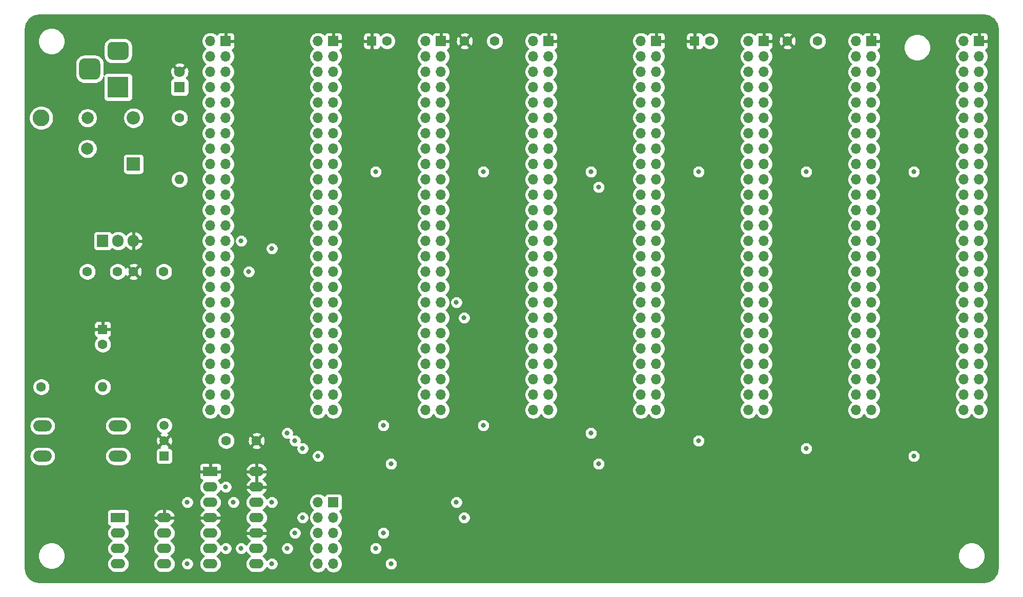
<source format=gbr>
%TF.GenerationSoftware,KiCad,Pcbnew,5.1.9*%
%TF.CreationDate,2021-02-01T09:54:16+01:00*%
%TF.ProjectId,backplane_v2.0,6261636b-706c-4616-9e65-5f76322e302e,v2.0*%
%TF.SameCoordinates,Original*%
%TF.FileFunction,Copper,L3,Inr*%
%TF.FilePolarity,Positive*%
%FSLAX46Y46*%
G04 Gerber Fmt 4.6, Leading zero omitted, Abs format (unit mm)*
G04 Created by KiCad (PCBNEW 5.1.9) date 2021-02-01 09:54:16*
%MOMM*%
%LPD*%
G01*
G04 APERTURE LIST*
%TA.AperFunction,ComponentPad*%
%ADD10C,1.600000*%
%TD*%
%TA.AperFunction,ComponentPad*%
%ADD11R,1.600000X1.600000*%
%TD*%
%TA.AperFunction,ComponentPad*%
%ADD12R,1.500000X1.500000*%
%TD*%
%TA.AperFunction,ComponentPad*%
%ADD13C,1.500000*%
%TD*%
%TA.AperFunction,ComponentPad*%
%ADD14O,2.400000X1.600000*%
%TD*%
%TA.AperFunction,ComponentPad*%
%ADD15R,2.400000X1.600000*%
%TD*%
%TA.AperFunction,ComponentPad*%
%ADD16O,1.700000X1.700000*%
%TD*%
%TA.AperFunction,ComponentPad*%
%ADD17R,1.700000X1.700000*%
%TD*%
%TA.AperFunction,ComponentPad*%
%ADD18O,1.905000X2.000000*%
%TD*%
%TA.AperFunction,ComponentPad*%
%ADD19R,1.905000X2.000000*%
%TD*%
%TA.AperFunction,ComponentPad*%
%ADD20C,2.800000*%
%TD*%
%TA.AperFunction,ComponentPad*%
%ADD21O,3.048000X1.850000*%
%TD*%
%TA.AperFunction,ComponentPad*%
%ADD22O,1.600000X1.600000*%
%TD*%
%TA.AperFunction,ComponentPad*%
%ADD23R,3.500000X3.500000*%
%TD*%
%TA.AperFunction,ComponentPad*%
%ADD24C,2.000000*%
%TD*%
%TA.AperFunction,ComponentPad*%
%ADD25O,2.200000X2.200000*%
%TD*%
%TA.AperFunction,ComponentPad*%
%ADD26R,2.200000X2.200000*%
%TD*%
%TA.AperFunction,ComponentPad*%
%ADD27C,1.800000*%
%TD*%
%TA.AperFunction,ComponentPad*%
%ADD28R,1.800000X1.800000*%
%TD*%
%TA.AperFunction,ViaPad*%
%ADD29C,0.812800*%
%TD*%
%TA.AperFunction,Conductor*%
%ADD30C,0.254000*%
%TD*%
%TA.AperFunction,Conductor*%
%ADD31C,0.100000*%
%TD*%
G04 APERTURE END LIST*
D10*
%TO.N,GND*%
%TO.C,C7*%
X182840000Y-36195000D03*
D11*
%TO.N,VCC*%
X180340000Y-36195000D03*
%TD*%
D10*
%TO.N,GND*%
%TO.C,C5*%
X129500000Y-36195000D03*
D11*
%TO.N,VCC*%
X127000000Y-36195000D03*
%TD*%
D10*
%TO.N,GND*%
%TO.C,C4*%
X82550000Y-86320000D03*
D11*
%TO.N,VCC*%
X82550000Y-83820000D03*
%TD*%
D12*
%TO.N,/~RESET*%
%TO.C,U2*%
X92710000Y-104775000D03*
D13*
%TO.N,GND*%
X92710000Y-99695000D03*
%TO.N,VCC*%
X92710000Y-102235000D03*
%TD*%
D14*
%TO.N,VCC*%
%TO.C,X1*%
X92710000Y-114935000D03*
%TO.N,GND*%
X85090000Y-122555000D03*
%TO.N,N/C*%
X92710000Y-117475000D03*
X85090000Y-120015000D03*
X92710000Y-120015000D03*
X85090000Y-117475000D03*
%TO.N,/sysClk*%
X92710000Y-122555000D03*
D15*
%TO.N,N/C*%
X85090000Y-114935000D03*
%TD*%
D10*
%TO.N,VCC*%
%TO.C,C8*%
X195660000Y-36195000D03*
%TO.N,GND*%
X200660000Y-36195000D03*
%TD*%
%TO.N,VCC*%
%TO.C,C6*%
X142320000Y-36195000D03*
%TO.N,GND*%
X147320000Y-36195000D03*
%TD*%
D16*
%TO.N,N/C*%
%TO.C,J3a1*%
X118110000Y-122555000D03*
%TO.N,/~DEVSEL*%
X120650000Y-122555000D03*
%TO.N,/~IOSEL0*%
X118110000Y-120015000D03*
%TO.N,/~RAMSEL*%
X120650000Y-120015000D03*
%TO.N,/~IOSEL1*%
X118110000Y-117475000D03*
%TO.N,/~ROMSEL*%
X120650000Y-117475000D03*
%TO.N,/~IOSEL2*%
X118110000Y-114935000D03*
%TO.N,/~WE*%
X120650000Y-114935000D03*
%TO.N,/~IOSEL3*%
X118110000Y-112395000D03*
D17*
%TO.N,/~OE*%
X120650000Y-112395000D03*
%TD*%
D16*
%TO.N,GND*%
%TO.C,J9*%
X224790000Y-97155000D03*
%TO.N,/~RESET*%
X227330000Y-97155000D03*
%TO.N,/A0*%
X224790000Y-94615000D03*
%TO.N,N/C*%
X227330000Y-94615000D03*
%TO.N,/A1*%
X224790000Y-92075000D03*
%TO.N,/~IRQ*%
X227330000Y-92075000D03*
%TO.N,/A2*%
X224790000Y-89535000D03*
%TO.N,/~NMI*%
X227330000Y-89535000D03*
%TO.N,/A3*%
X224790000Y-86995000D03*
%TO.N,N/C*%
X227330000Y-86995000D03*
%TO.N,/A4*%
X224790000Y-84455000D03*
%TO.N,N/C*%
X227330000Y-84455000D03*
%TO.N,/A5*%
X224790000Y-81915000D03*
%TO.N,/~WE*%
X227330000Y-81915000D03*
%TO.N,/A6*%
X224790000Y-79375000D03*
%TO.N,/~OE*%
X227330000Y-79375000D03*
%TO.N,/A7*%
X224790000Y-76835000D03*
%TO.N,/R~W*%
X227330000Y-76835000D03*
%TO.N,/A8*%
X224790000Y-74295000D03*
%TO.N,/PHI2*%
X227330000Y-74295000D03*
%TO.N,/A9*%
X224790000Y-71755000D03*
%TO.N,/~PHI2*%
X227330000Y-71755000D03*
%TO.N,/A10*%
X224790000Y-69215000D03*
%TO.N,/sysClk*%
X227330000Y-69215000D03*
%TO.N,/A11*%
X224790000Y-66675000D03*
%TO.N,N/C*%
X227330000Y-66675000D03*
%TO.N,/A12*%
X224790000Y-64135000D03*
%TO.N,N/C*%
X227330000Y-64135000D03*
%TO.N,/A13*%
X224790000Y-61595000D03*
%TO.N,/~DEVSEL*%
X227330000Y-61595000D03*
%TO.N,/A14*%
X224790000Y-59055000D03*
%TO.N,/~IOSEL3*%
X227330000Y-59055000D03*
%TO.N,/A15*%
X224790000Y-56515000D03*
%TO.N,/D0*%
X227330000Y-56515000D03*
%TO.N,/A16*%
X224790000Y-53975000D03*
%TO.N,/D1*%
X227330000Y-53975000D03*
%TO.N,/A17*%
X224790000Y-51435000D03*
%TO.N,/D2*%
X227330000Y-51435000D03*
%TO.N,/A18*%
X224790000Y-48895000D03*
%TO.N,/D3*%
X227330000Y-48895000D03*
%TO.N,/A19*%
X224790000Y-46355000D03*
%TO.N,/D4*%
X227330000Y-46355000D03*
%TO.N,/A20*%
X224790000Y-43815000D03*
%TO.N,/D5*%
X227330000Y-43815000D03*
%TO.N,/A21*%
X224790000Y-41275000D03*
%TO.N,/D6*%
X227330000Y-41275000D03*
%TO.N,/A22*%
X224790000Y-38735000D03*
%TO.N,/D7*%
X227330000Y-38735000D03*
%TO.N,/A23*%
X224790000Y-36195000D03*
D17*
%TO.N,VCC*%
X227330000Y-36195000D03*
%TD*%
D16*
%TO.N,GND*%
%TO.C,J8*%
X207010000Y-97155000D03*
%TO.N,/~RESET*%
X209550000Y-97155000D03*
%TO.N,/A0*%
X207010000Y-94615000D03*
%TO.N,N/C*%
X209550000Y-94615000D03*
%TO.N,/A1*%
X207010000Y-92075000D03*
%TO.N,/~IRQ*%
X209550000Y-92075000D03*
%TO.N,/A2*%
X207010000Y-89535000D03*
%TO.N,/~NMI*%
X209550000Y-89535000D03*
%TO.N,/A3*%
X207010000Y-86995000D03*
%TO.N,N/C*%
X209550000Y-86995000D03*
%TO.N,/A4*%
X207010000Y-84455000D03*
%TO.N,N/C*%
X209550000Y-84455000D03*
%TO.N,/A5*%
X207010000Y-81915000D03*
%TO.N,/~WE*%
X209550000Y-81915000D03*
%TO.N,/A6*%
X207010000Y-79375000D03*
%TO.N,/~OE*%
X209550000Y-79375000D03*
%TO.N,/A7*%
X207010000Y-76835000D03*
%TO.N,/R~W*%
X209550000Y-76835000D03*
%TO.N,/A8*%
X207010000Y-74295000D03*
%TO.N,/PHI2*%
X209550000Y-74295000D03*
%TO.N,/A9*%
X207010000Y-71755000D03*
%TO.N,/~PHI2*%
X209550000Y-71755000D03*
%TO.N,/A10*%
X207010000Y-69215000D03*
%TO.N,/sysClk*%
X209550000Y-69215000D03*
%TO.N,/A11*%
X207010000Y-66675000D03*
%TO.N,N/C*%
X209550000Y-66675000D03*
%TO.N,/A12*%
X207010000Y-64135000D03*
%TO.N,N/C*%
X209550000Y-64135000D03*
%TO.N,/A13*%
X207010000Y-61595000D03*
%TO.N,/~DEVSEL*%
X209550000Y-61595000D03*
%TO.N,/A14*%
X207010000Y-59055000D03*
%TO.N,/~IOSEL2*%
X209550000Y-59055000D03*
%TO.N,/A15*%
X207010000Y-56515000D03*
%TO.N,/D0*%
X209550000Y-56515000D03*
%TO.N,/A16*%
X207010000Y-53975000D03*
%TO.N,/D1*%
X209550000Y-53975000D03*
%TO.N,/A17*%
X207010000Y-51435000D03*
%TO.N,/D2*%
X209550000Y-51435000D03*
%TO.N,/A18*%
X207010000Y-48895000D03*
%TO.N,/D3*%
X209550000Y-48895000D03*
%TO.N,/A19*%
X207010000Y-46355000D03*
%TO.N,/D4*%
X209550000Y-46355000D03*
%TO.N,/A20*%
X207010000Y-43815000D03*
%TO.N,/D5*%
X209550000Y-43815000D03*
%TO.N,/A21*%
X207010000Y-41275000D03*
%TO.N,/D6*%
X209550000Y-41275000D03*
%TO.N,/A22*%
X207010000Y-38735000D03*
%TO.N,/D7*%
X209550000Y-38735000D03*
%TO.N,/A23*%
X207010000Y-36195000D03*
D17*
%TO.N,VCC*%
X209550000Y-36195000D03*
%TD*%
D16*
%TO.N,GND*%
%TO.C,J5*%
X153670000Y-97155000D03*
%TO.N,/~RESET*%
X156210000Y-97155000D03*
%TO.N,/A0*%
X153670000Y-94615000D03*
%TO.N,N/C*%
X156210000Y-94615000D03*
%TO.N,/A1*%
X153670000Y-92075000D03*
%TO.N,/~IRQ*%
X156210000Y-92075000D03*
%TO.N,/A2*%
X153670000Y-89535000D03*
%TO.N,/~NMI*%
X156210000Y-89535000D03*
%TO.N,/A3*%
X153670000Y-86995000D03*
%TO.N,N/C*%
X156210000Y-86995000D03*
%TO.N,/A4*%
X153670000Y-84455000D03*
%TO.N,N/C*%
X156210000Y-84455000D03*
%TO.N,/A5*%
X153670000Y-81915000D03*
%TO.N,/~WE*%
X156210000Y-81915000D03*
%TO.N,/A6*%
X153670000Y-79375000D03*
%TO.N,/~OE*%
X156210000Y-79375000D03*
%TO.N,/A7*%
X153670000Y-76835000D03*
%TO.N,/R~W*%
X156210000Y-76835000D03*
%TO.N,/A8*%
X153670000Y-74295000D03*
%TO.N,/PHI2*%
X156210000Y-74295000D03*
%TO.N,/A9*%
X153670000Y-71755000D03*
%TO.N,/~PHI2*%
X156210000Y-71755000D03*
%TO.N,/A10*%
X153670000Y-69215000D03*
%TO.N,/sysClk*%
X156210000Y-69215000D03*
%TO.N,/A11*%
X153670000Y-66675000D03*
%TO.N,N/C*%
X156210000Y-66675000D03*
%TO.N,/A12*%
X153670000Y-64135000D03*
%TO.N,N/C*%
X156210000Y-64135000D03*
%TO.N,/A13*%
X153670000Y-61595000D03*
%TO.N,N/C*%
X156210000Y-61595000D03*
%TO.N,/A14*%
X153670000Y-59055000D03*
%TO.N,/~ROMSEL*%
X156210000Y-59055000D03*
%TO.N,/A15*%
X153670000Y-56515000D03*
%TO.N,/D0*%
X156210000Y-56515000D03*
%TO.N,/A16*%
X153670000Y-53975000D03*
%TO.N,/D1*%
X156210000Y-53975000D03*
%TO.N,/A17*%
X153670000Y-51435000D03*
%TO.N,/D2*%
X156210000Y-51435000D03*
%TO.N,/A18*%
X153670000Y-48895000D03*
%TO.N,/D3*%
X156210000Y-48895000D03*
%TO.N,/A19*%
X153670000Y-46355000D03*
%TO.N,/D4*%
X156210000Y-46355000D03*
%TO.N,/A20*%
X153670000Y-43815000D03*
%TO.N,/D5*%
X156210000Y-43815000D03*
%TO.N,/A21*%
X153670000Y-41275000D03*
%TO.N,/D6*%
X156210000Y-41275000D03*
%TO.N,/A22*%
X153670000Y-38735000D03*
%TO.N,/D7*%
X156210000Y-38735000D03*
%TO.N,/A23*%
X153670000Y-36195000D03*
D17*
%TO.N,VCC*%
X156210000Y-36195000D03*
%TD*%
D16*
%TO.N,GND*%
%TO.C,J3*%
X118110000Y-97155000D03*
%TO.N,/~RESET*%
X120650000Y-97155000D03*
%TO.N,/A0*%
X118110000Y-94615000D03*
%TO.N,/~ABORT*%
X120650000Y-94615000D03*
%TO.N,/A1*%
X118110000Y-92075000D03*
%TO.N,/~IRQ*%
X120650000Y-92075000D03*
%TO.N,/A2*%
X118110000Y-89535000D03*
%TO.N,/~NMI*%
X120650000Y-89535000D03*
%TO.N,/A3*%
X118110000Y-86995000D03*
%TO.N,N/C*%
X120650000Y-86995000D03*
%TO.N,/A4*%
X118110000Y-84455000D03*
%TO.N,N/C*%
X120650000Y-84455000D03*
%TO.N,/A5*%
X118110000Y-81915000D03*
%TO.N,/VDA*%
X120650000Y-81915000D03*
%TO.N,/A6*%
X118110000Y-79375000D03*
%TO.N,/VPA*%
X120650000Y-79375000D03*
%TO.N,/A7*%
X118110000Y-76835000D03*
%TO.N,/R~W*%
X120650000Y-76835000D03*
%TO.N,/A8*%
X118110000Y-74295000D03*
%TO.N,/PHI2*%
X120650000Y-74295000D03*
%TO.N,/A9*%
X118110000Y-71755000D03*
%TO.N,/~PHI2*%
X120650000Y-71755000D03*
%TO.N,/A10*%
X118110000Y-69215000D03*
%TO.N,/sysClk*%
X120650000Y-69215000D03*
%TO.N,/A11*%
X118110000Y-66675000D03*
%TO.N,N/C*%
X120650000Y-66675000D03*
%TO.N,/A12*%
X118110000Y-64135000D03*
%TO.N,N/C*%
X120650000Y-64135000D03*
%TO.N,/A13*%
X118110000Y-61595000D03*
%TO.N,N/C*%
X120650000Y-61595000D03*
%TO.N,/A14*%
X118110000Y-59055000D03*
%TO.N,N/C*%
X120650000Y-59055000D03*
%TO.N,/A15*%
X118110000Y-56515000D03*
%TO.N,/D0*%
X120650000Y-56515000D03*
%TO.N,/A16*%
X118110000Y-53975000D03*
%TO.N,/D1*%
X120650000Y-53975000D03*
%TO.N,/A17*%
X118110000Y-51435000D03*
%TO.N,/D2*%
X120650000Y-51435000D03*
%TO.N,/A18*%
X118110000Y-48895000D03*
%TO.N,/D3*%
X120650000Y-48895000D03*
%TO.N,/A19*%
X118110000Y-46355000D03*
%TO.N,/D4*%
X120650000Y-46355000D03*
%TO.N,/A20*%
X118110000Y-43815000D03*
%TO.N,/D5*%
X120650000Y-43815000D03*
%TO.N,/A21*%
X118110000Y-41275000D03*
%TO.N,/D6*%
X120650000Y-41275000D03*
%TO.N,/A22*%
X118110000Y-38735000D03*
%TO.N,/D7*%
X120650000Y-38735000D03*
%TO.N,/A23*%
X118110000Y-36195000D03*
D17*
%TO.N,VCC*%
X120650000Y-36195000D03*
%TD*%
D16*
%TO.N,GND*%
%TO.C,J7*%
X189230000Y-97155000D03*
%TO.N,/~RESET*%
X191770000Y-97155000D03*
%TO.N,/A0*%
X189230000Y-94615000D03*
%TO.N,N/C*%
X191770000Y-94615000D03*
%TO.N,/A1*%
X189230000Y-92075000D03*
%TO.N,/~IRQ*%
X191770000Y-92075000D03*
%TO.N,/A2*%
X189230000Y-89535000D03*
%TO.N,/~NMI*%
X191770000Y-89535000D03*
%TO.N,/A3*%
X189230000Y-86995000D03*
%TO.N,N/C*%
X191770000Y-86995000D03*
%TO.N,/A4*%
X189230000Y-84455000D03*
%TO.N,N/C*%
X191770000Y-84455000D03*
%TO.N,/A5*%
X189230000Y-81915000D03*
%TO.N,/~WE*%
X191770000Y-81915000D03*
%TO.N,/A6*%
X189230000Y-79375000D03*
%TO.N,/~OE*%
X191770000Y-79375000D03*
%TO.N,/A7*%
X189230000Y-76835000D03*
%TO.N,/R~W*%
X191770000Y-76835000D03*
%TO.N,/A8*%
X189230000Y-74295000D03*
%TO.N,/PHI2*%
X191770000Y-74295000D03*
%TO.N,/A9*%
X189230000Y-71755000D03*
%TO.N,/~PHI2*%
X191770000Y-71755000D03*
%TO.N,/A10*%
X189230000Y-69215000D03*
%TO.N,/sysClk*%
X191770000Y-69215000D03*
%TO.N,/A11*%
X189230000Y-66675000D03*
%TO.N,N/C*%
X191770000Y-66675000D03*
%TO.N,/A12*%
X189230000Y-64135000D03*
%TO.N,N/C*%
X191770000Y-64135000D03*
%TO.N,/A13*%
X189230000Y-61595000D03*
%TO.N,/~DEVSEL*%
X191770000Y-61595000D03*
%TO.N,/A14*%
X189230000Y-59055000D03*
%TO.N,/~IOSEL1*%
X191770000Y-59055000D03*
%TO.N,/A15*%
X189230000Y-56515000D03*
%TO.N,/D0*%
X191770000Y-56515000D03*
%TO.N,/A16*%
X189230000Y-53975000D03*
%TO.N,/D1*%
X191770000Y-53975000D03*
%TO.N,/A17*%
X189230000Y-51435000D03*
%TO.N,/D2*%
X191770000Y-51435000D03*
%TO.N,/A18*%
X189230000Y-48895000D03*
%TO.N,/D3*%
X191770000Y-48895000D03*
%TO.N,/A19*%
X189230000Y-46355000D03*
%TO.N,/D4*%
X191770000Y-46355000D03*
%TO.N,/A20*%
X189230000Y-43815000D03*
%TO.N,/D5*%
X191770000Y-43815000D03*
%TO.N,/A21*%
X189230000Y-41275000D03*
%TO.N,/D6*%
X191770000Y-41275000D03*
%TO.N,/A22*%
X189230000Y-38735000D03*
%TO.N,/D7*%
X191770000Y-38735000D03*
%TO.N,/A23*%
X189230000Y-36195000D03*
D17*
%TO.N,VCC*%
X191770000Y-36195000D03*
%TD*%
D16*
%TO.N,GND*%
%TO.C,J6*%
X171450000Y-97155000D03*
%TO.N,/~RESET*%
X173990000Y-97155000D03*
%TO.N,/A0*%
X171450000Y-94615000D03*
%TO.N,N/C*%
X173990000Y-94615000D03*
%TO.N,/A1*%
X171450000Y-92075000D03*
%TO.N,/~IRQ*%
X173990000Y-92075000D03*
%TO.N,/A2*%
X171450000Y-89535000D03*
%TO.N,/~NMI*%
X173990000Y-89535000D03*
%TO.N,/A3*%
X171450000Y-86995000D03*
%TO.N,N/C*%
X173990000Y-86995000D03*
%TO.N,/A4*%
X171450000Y-84455000D03*
%TO.N,N/C*%
X173990000Y-84455000D03*
%TO.N,/A5*%
X171450000Y-81915000D03*
%TO.N,/~WE*%
X173990000Y-81915000D03*
%TO.N,/A6*%
X171450000Y-79375000D03*
%TO.N,/~OE*%
X173990000Y-79375000D03*
%TO.N,/A7*%
X171450000Y-76835000D03*
%TO.N,/R~W*%
X173990000Y-76835000D03*
%TO.N,/A8*%
X171450000Y-74295000D03*
%TO.N,/PHI2*%
X173990000Y-74295000D03*
%TO.N,/A9*%
X171450000Y-71755000D03*
%TO.N,/~PHI2*%
X173990000Y-71755000D03*
%TO.N,/A10*%
X171450000Y-69215000D03*
%TO.N,/sysClk*%
X173990000Y-69215000D03*
%TO.N,/A11*%
X171450000Y-66675000D03*
%TO.N,N/C*%
X173990000Y-66675000D03*
%TO.N,/A12*%
X171450000Y-64135000D03*
%TO.N,N/C*%
X173990000Y-64135000D03*
%TO.N,/A13*%
X171450000Y-61595000D03*
%TO.N,/~DEVSEL*%
X173990000Y-61595000D03*
%TO.N,/A14*%
X171450000Y-59055000D03*
%TO.N,/~IOSEL0*%
X173990000Y-59055000D03*
%TO.N,/A15*%
X171450000Y-56515000D03*
%TO.N,/D0*%
X173990000Y-56515000D03*
%TO.N,/A16*%
X171450000Y-53975000D03*
%TO.N,/D1*%
X173990000Y-53975000D03*
%TO.N,/A17*%
X171450000Y-51435000D03*
%TO.N,/D2*%
X173990000Y-51435000D03*
%TO.N,/A18*%
X171450000Y-48895000D03*
%TO.N,/D3*%
X173990000Y-48895000D03*
%TO.N,/A19*%
X171450000Y-46355000D03*
%TO.N,/D4*%
X173990000Y-46355000D03*
%TO.N,/A20*%
X171450000Y-43815000D03*
%TO.N,/D5*%
X173990000Y-43815000D03*
%TO.N,/A21*%
X171450000Y-41275000D03*
%TO.N,/D6*%
X173990000Y-41275000D03*
%TO.N,/A22*%
X171450000Y-38735000D03*
%TO.N,/D7*%
X173990000Y-38735000D03*
%TO.N,/A23*%
X171450000Y-36195000D03*
D17*
%TO.N,VCC*%
X173990000Y-36195000D03*
%TD*%
D16*
%TO.N,GND*%
%TO.C,J4*%
X135890000Y-97155000D03*
%TO.N,/~RESET*%
X138430000Y-97155000D03*
%TO.N,/A0*%
X135890000Y-94615000D03*
%TO.N,N/C*%
X138430000Y-94615000D03*
%TO.N,/A1*%
X135890000Y-92075000D03*
%TO.N,/~IRQ*%
X138430000Y-92075000D03*
%TO.N,/A2*%
X135890000Y-89535000D03*
%TO.N,/~NMI*%
X138430000Y-89535000D03*
%TO.N,/A3*%
X135890000Y-86995000D03*
%TO.N,N/C*%
X138430000Y-86995000D03*
%TO.N,/A4*%
X135890000Y-84455000D03*
%TO.N,N/C*%
X138430000Y-84455000D03*
%TO.N,/A5*%
X135890000Y-81915000D03*
%TO.N,/~WE*%
X138430000Y-81915000D03*
%TO.N,/A6*%
X135890000Y-79375000D03*
%TO.N,/~OE*%
X138430000Y-79375000D03*
%TO.N,/A7*%
X135890000Y-76835000D03*
%TO.N,/R~W*%
X138430000Y-76835000D03*
%TO.N,/A8*%
X135890000Y-74295000D03*
%TO.N,/PHI2*%
X138430000Y-74295000D03*
%TO.N,/A9*%
X135890000Y-71755000D03*
%TO.N,/~PHI2*%
X138430000Y-71755000D03*
%TO.N,/A10*%
X135890000Y-69215000D03*
%TO.N,/sysClk*%
X138430000Y-69215000D03*
%TO.N,/A11*%
X135890000Y-66675000D03*
%TO.N,N/C*%
X138430000Y-66675000D03*
%TO.N,/A12*%
X135890000Y-64135000D03*
%TO.N,N/C*%
X138430000Y-64135000D03*
%TO.N,/A13*%
X135890000Y-61595000D03*
%TO.N,N/C*%
X138430000Y-61595000D03*
%TO.N,/A14*%
X135890000Y-59055000D03*
%TO.N,/~RAMSEL*%
X138430000Y-59055000D03*
%TO.N,/A15*%
X135890000Y-56515000D03*
%TO.N,/D0*%
X138430000Y-56515000D03*
%TO.N,/A16*%
X135890000Y-53975000D03*
%TO.N,/D1*%
X138430000Y-53975000D03*
%TO.N,/A17*%
X135890000Y-51435000D03*
%TO.N,/D2*%
X138430000Y-51435000D03*
%TO.N,/A18*%
X135890000Y-48895000D03*
%TO.N,/D3*%
X138430000Y-48895000D03*
%TO.N,/A19*%
X135890000Y-46355000D03*
%TO.N,/D4*%
X138430000Y-46355000D03*
%TO.N,/A20*%
X135890000Y-43815000D03*
%TO.N,/D5*%
X138430000Y-43815000D03*
%TO.N,/A21*%
X135890000Y-41275000D03*
%TO.N,/D6*%
X138430000Y-41275000D03*
%TO.N,/A22*%
X135890000Y-38735000D03*
%TO.N,/D7*%
X138430000Y-38735000D03*
%TO.N,/A23*%
X135890000Y-36195000D03*
D17*
%TO.N,VCC*%
X138430000Y-36195000D03*
%TD*%
D16*
%TO.N,GND*%
%TO.C,J2*%
X100330000Y-97155000D03*
%TO.N,/~RESET*%
X102870000Y-97155000D03*
%TO.N,/A0*%
X100330000Y-94615000D03*
%TO.N,/~ABORT*%
X102870000Y-94615000D03*
%TO.N,/A1*%
X100330000Y-92075000D03*
%TO.N,/~IRQ*%
X102870000Y-92075000D03*
%TO.N,/A2*%
X100330000Y-89535000D03*
%TO.N,/~NMI*%
X102870000Y-89535000D03*
%TO.N,/A3*%
X100330000Y-86995000D03*
%TO.N,N/C*%
X102870000Y-86995000D03*
%TO.N,/A4*%
X100330000Y-84455000D03*
%TO.N,N/C*%
X102870000Y-84455000D03*
%TO.N,/A5*%
X100330000Y-81915000D03*
%TO.N,/VDA*%
X102870000Y-81915000D03*
%TO.N,/A6*%
X100330000Y-79375000D03*
%TO.N,/VPA*%
X102870000Y-79375000D03*
%TO.N,/A7*%
X100330000Y-76835000D03*
%TO.N,/R~W*%
X102870000Y-76835000D03*
%TO.N,/A8*%
X100330000Y-74295000D03*
%TO.N,/PHI2*%
X102870000Y-74295000D03*
%TO.N,/A9*%
X100330000Y-71755000D03*
%TO.N,/~PHI2*%
X102870000Y-71755000D03*
%TO.N,/A10*%
X100330000Y-69215000D03*
%TO.N,/sysClk*%
X102870000Y-69215000D03*
%TO.N,/A11*%
X100330000Y-66675000D03*
%TO.N,N/C*%
X102870000Y-66675000D03*
%TO.N,/A12*%
X100330000Y-64135000D03*
%TO.N,N/C*%
X102870000Y-64135000D03*
%TO.N,/A13*%
X100330000Y-61595000D03*
%TO.N,N/C*%
X102870000Y-61595000D03*
%TO.N,/A14*%
X100330000Y-59055000D03*
%TO.N,N/C*%
X102870000Y-59055000D03*
%TO.N,/A15*%
X100330000Y-56515000D03*
%TO.N,/D0*%
X102870000Y-56515000D03*
%TO.N,/A16*%
X100330000Y-53975000D03*
%TO.N,/D1*%
X102870000Y-53975000D03*
%TO.N,/A17*%
X100330000Y-51435000D03*
%TO.N,/D2*%
X102870000Y-51435000D03*
%TO.N,/A18*%
X100330000Y-48895000D03*
%TO.N,/D3*%
X102870000Y-48895000D03*
%TO.N,/A19*%
X100330000Y-46355000D03*
%TO.N,/D4*%
X102870000Y-46355000D03*
%TO.N,/A20*%
X100330000Y-43815000D03*
%TO.N,/D5*%
X102870000Y-43815000D03*
%TO.N,/A21*%
X100330000Y-41275000D03*
%TO.N,/D6*%
X102870000Y-41275000D03*
%TO.N,/A22*%
X100330000Y-38735000D03*
%TO.N,/D7*%
X102870000Y-38735000D03*
%TO.N,/A23*%
X100330000Y-36195000D03*
D17*
%TO.N,VCC*%
X102870000Y-36195000D03*
%TD*%
D14*
%TO.N,VCC*%
%TO.C,U3*%
X107950000Y-107315000D03*
%TO.N,GND*%
X100330000Y-122555000D03*
%TO.N,VCC*%
X107950000Y-109855000D03*
%TO.N,Net-(U3-Pad2)*%
X100330000Y-120015000D03*
%TO.N,/~PHI2*%
X107950000Y-112395000D03*
%TO.N,Net-(U3-Pad11)*%
X100330000Y-117475000D03*
X107950000Y-114935000D03*
%TO.N,VCC*%
X100330000Y-114935000D03*
X107950000Y-117475000D03*
%TO.N,/sysClk*%
X100330000Y-112395000D03*
%TO.N,/PHI2*%
X107950000Y-120015000D03*
%TO.N,Net-(U3-Pad2)*%
X100330000Y-109855000D03*
%TO.N,/~PHI2*%
X107950000Y-122555000D03*
D15*
%TO.N,VCC*%
X100330000Y-107315000D03*
%TD*%
D18*
%TO.N,VCC*%
%TO.C,U1*%
X87630000Y-69215000D03*
%TO.N,GND*%
X85090000Y-69215000D03*
D19*
%TO.N,+VDC*%
X82550000Y-69215000D03*
%TD*%
D20*
%TO.N,GND*%
%TO.C,TP1*%
X72390000Y-48895000D03*
%TD*%
D21*
%TO.N,Net-(R2-Pad1)*%
%TO.C,SW1*%
X85090000Y-99775000D03*
%TO.N,/~RESET*%
X85090000Y-104775000D03*
%TO.N,Net-(R2-Pad1)*%
X72590000Y-99775000D03*
%TO.N,/~RESET*%
X72590000Y-104775000D03*
%TD*%
D22*
%TO.N,GND*%
%TO.C,R2*%
X82550000Y-93345000D03*
D10*
%TO.N,Net-(R2-Pad1)*%
X72390000Y-93345000D03*
%TD*%
D22*
%TO.N,GND*%
%TO.C,R1*%
X95250000Y-59055000D03*
D10*
%TO.N,Net-(D1-Pad1)*%
X95250000Y-48895000D03*
%TD*%
%TO.N,N/C*%
%TO.C,J1*%
%TA.AperFunction,ComponentPad*%
G36*
G01*
X79515000Y-39065000D02*
X81265000Y-39065000D01*
G75*
G02*
X82140000Y-39940000I0J-875000D01*
G01*
X82140000Y-41690000D01*
G75*
G02*
X81265000Y-42565000I-875000J0D01*
G01*
X79515000Y-42565000D01*
G75*
G02*
X78640000Y-41690000I0J875000D01*
G01*
X78640000Y-39940000D01*
G75*
G02*
X79515000Y-39065000I875000J0D01*
G01*
G37*
%TD.AperFunction*%
%TO.N,GND*%
%TA.AperFunction,ComponentPad*%
G36*
G01*
X84090000Y-36315000D02*
X86090000Y-36315000D01*
G75*
G02*
X86840000Y-37065000I0J-750000D01*
G01*
X86840000Y-38565000D01*
G75*
G02*
X86090000Y-39315000I-750000J0D01*
G01*
X84090000Y-39315000D01*
G75*
G02*
X83340000Y-38565000I0J750000D01*
G01*
X83340000Y-37065000D01*
G75*
G02*
X84090000Y-36315000I750000J0D01*
G01*
G37*
%TD.AperFunction*%
D23*
%TO.N,/raw*%
X85090000Y-43815000D03*
%TD*%
D24*
%TO.N,/raw*%
%TO.C,F1*%
X80020000Y-48895000D03*
%TO.N,+VDC*%
X80010000Y-53975000D03*
%TD*%
D25*
%TO.N,GND*%
%TO.C,D2*%
X87630000Y-48895000D03*
D26*
%TO.N,+VDC*%
X87630000Y-56515000D03*
%TD*%
D27*
%TO.N,VCC*%
%TO.C,D1*%
X95250000Y-41275000D03*
D28*
%TO.N,Net-(D1-Pad1)*%
X95250000Y-43815000D03*
%TD*%
D10*
%TO.N,GND*%
%TO.C,C3*%
X92630000Y-74295000D03*
%TO.N,VCC*%
X87630000Y-74295000D03*
%TD*%
%TO.N,GND*%
%TO.C,C2*%
X85010000Y-74295000D03*
%TO.N,+VDC*%
X80010000Y-74295000D03*
%TD*%
%TO.N,GND*%
%TO.C,C1*%
X102950000Y-102235000D03*
%TO.N,VCC*%
X107950000Y-102235000D03*
%TD*%
D29*
%TO.N,/PHI2*%
X105410000Y-120015000D03*
X106680000Y-74295000D03*
%TO.N,/~PHI2*%
X110490000Y-112395000D03*
X110490000Y-70485000D03*
X110490000Y-122555000D03*
%TO.N,/sysClk*%
X96520000Y-122555000D03*
X96520000Y-112395000D03*
X104140000Y-112395000D03*
X105410000Y-69215000D03*
%TO.N,/~WE*%
X142240000Y-114935000D03*
X142240000Y-81915000D03*
%TO.N,/~OE*%
X140970000Y-112395000D03*
X140970000Y-79375000D03*
%TO.N,/~RAMSEL*%
X127635000Y-57785000D03*
X127635000Y-120015000D03*
%TO.N,/~ROMSEL*%
X145415000Y-57785000D03*
X145415000Y-99695000D03*
X128905000Y-117475000D03*
X128905000Y-99695000D03*
%TO.N,/~DEVSEL*%
X130175000Y-122555000D03*
X130175000Y-106045000D03*
X164465000Y-60325000D03*
X164465000Y-106045000D03*
%TO.N,/~IOSEL0*%
X163195000Y-57785000D03*
X163195000Y-100965000D03*
X113030000Y-120015000D03*
X113030000Y-100965000D03*
%TO.N,/~IOSEL1*%
X180975000Y-57785000D03*
X180975000Y-102235000D03*
X114300000Y-102235000D03*
X114300000Y-117475000D03*
%TO.N,/~IOSEL2*%
X198755000Y-57785000D03*
X198755000Y-103505000D03*
X115570000Y-114935000D03*
X115570000Y-103505000D03*
%TO.N,/~IOSEL3*%
X216535000Y-57785000D03*
X118110000Y-104775000D03*
X216535000Y-104775000D03*
%TO.N,Net-(U3-Pad2)*%
X102870000Y-109855000D03*
X102870000Y-120015000D03*
%TD*%
D30*
%TO.N,VCC*%
X228523893Y-31942670D02*
X228960498Y-32074489D01*
X229363185Y-32288600D01*
X229716612Y-32576848D01*
X230007327Y-32928261D01*
X230224242Y-33329439D01*
X230359106Y-33765113D01*
X230410001Y-34249353D01*
X230410000Y-123202721D01*
X230362330Y-123688894D01*
X230230512Y-124125497D01*
X230016399Y-124528186D01*
X229728150Y-124881613D01*
X229376739Y-125172327D01*
X228975564Y-125389240D01*
X228539886Y-125524106D01*
X228055664Y-125575000D01*
X72102279Y-125575000D01*
X71616106Y-125527330D01*
X71179503Y-125395512D01*
X70776814Y-125181399D01*
X70423387Y-124893150D01*
X70132673Y-124541739D01*
X69915760Y-124140564D01*
X69780894Y-123704886D01*
X69730000Y-123220664D01*
X69730000Y-121014872D01*
X71835000Y-121014872D01*
X71835000Y-121455128D01*
X71920890Y-121886925D01*
X72089369Y-122293669D01*
X72333962Y-122659729D01*
X72645271Y-122971038D01*
X73011331Y-123215631D01*
X73418075Y-123384110D01*
X73849872Y-123470000D01*
X74290128Y-123470000D01*
X74721925Y-123384110D01*
X75128669Y-123215631D01*
X75494729Y-122971038D01*
X75806038Y-122659729D01*
X76050631Y-122293669D01*
X76219110Y-121886925D01*
X76305000Y-121455128D01*
X76305000Y-121014872D01*
X76219110Y-120583075D01*
X76050631Y-120176331D01*
X75806038Y-119810271D01*
X75494729Y-119498962D01*
X75128669Y-119254369D01*
X74721925Y-119085890D01*
X74290128Y-119000000D01*
X73849872Y-119000000D01*
X73418075Y-119085890D01*
X73011331Y-119254369D01*
X72645271Y-119498962D01*
X72333962Y-119810271D01*
X72089369Y-120176331D01*
X71920890Y-120583075D01*
X71835000Y-121014872D01*
X69730000Y-121014872D01*
X69730000Y-117475000D01*
X83248057Y-117475000D01*
X83275764Y-117756309D01*
X83357818Y-118026808D01*
X83491068Y-118276101D01*
X83670392Y-118494608D01*
X83888899Y-118673932D01*
X84021858Y-118745000D01*
X83888899Y-118816068D01*
X83670392Y-118995392D01*
X83491068Y-119213899D01*
X83357818Y-119463192D01*
X83275764Y-119733691D01*
X83248057Y-120015000D01*
X83275764Y-120296309D01*
X83357818Y-120566808D01*
X83491068Y-120816101D01*
X83670392Y-121034608D01*
X83888899Y-121213932D01*
X84021858Y-121285000D01*
X83888899Y-121356068D01*
X83670392Y-121535392D01*
X83491068Y-121753899D01*
X83357818Y-122003192D01*
X83275764Y-122273691D01*
X83248057Y-122555000D01*
X83275764Y-122836309D01*
X83357818Y-123106808D01*
X83491068Y-123356101D01*
X83670392Y-123574608D01*
X83888899Y-123753932D01*
X84138192Y-123887182D01*
X84408691Y-123969236D01*
X84619508Y-123990000D01*
X85560492Y-123990000D01*
X85771309Y-123969236D01*
X86041808Y-123887182D01*
X86291101Y-123753932D01*
X86509608Y-123574608D01*
X86688932Y-123356101D01*
X86822182Y-123106808D01*
X86904236Y-122836309D01*
X86931943Y-122555000D01*
X86904236Y-122273691D01*
X86822182Y-122003192D01*
X86688932Y-121753899D01*
X86509608Y-121535392D01*
X86291101Y-121356068D01*
X86158142Y-121285000D01*
X86291101Y-121213932D01*
X86509608Y-121034608D01*
X86688932Y-120816101D01*
X86822182Y-120566808D01*
X86904236Y-120296309D01*
X86931943Y-120015000D01*
X86904236Y-119733691D01*
X86822182Y-119463192D01*
X86688932Y-119213899D01*
X86509608Y-118995392D01*
X86291101Y-118816068D01*
X86158142Y-118745000D01*
X86291101Y-118673932D01*
X86509608Y-118494608D01*
X86688932Y-118276101D01*
X86822182Y-118026808D01*
X86904236Y-117756309D01*
X86931943Y-117475000D01*
X90868057Y-117475000D01*
X90895764Y-117756309D01*
X90977818Y-118026808D01*
X91111068Y-118276101D01*
X91290392Y-118494608D01*
X91508899Y-118673932D01*
X91641858Y-118745000D01*
X91508899Y-118816068D01*
X91290392Y-118995392D01*
X91111068Y-119213899D01*
X90977818Y-119463192D01*
X90895764Y-119733691D01*
X90868057Y-120015000D01*
X90895764Y-120296309D01*
X90977818Y-120566808D01*
X91111068Y-120816101D01*
X91290392Y-121034608D01*
X91508899Y-121213932D01*
X91641858Y-121285000D01*
X91508899Y-121356068D01*
X91290392Y-121535392D01*
X91111068Y-121753899D01*
X90977818Y-122003192D01*
X90895764Y-122273691D01*
X90868057Y-122555000D01*
X90895764Y-122836309D01*
X90977818Y-123106808D01*
X91111068Y-123356101D01*
X91290392Y-123574608D01*
X91508899Y-123753932D01*
X91758192Y-123887182D01*
X92028691Y-123969236D01*
X92239508Y-123990000D01*
X93180492Y-123990000D01*
X93391309Y-123969236D01*
X93661808Y-123887182D01*
X93911101Y-123753932D01*
X94129608Y-123574608D01*
X94308932Y-123356101D01*
X94442182Y-123106808D01*
X94524236Y-122836309D01*
X94551943Y-122555000D01*
X94541841Y-122452431D01*
X95478600Y-122452431D01*
X95478600Y-122657569D01*
X95518620Y-122858765D01*
X95597123Y-123048288D01*
X95711092Y-123218854D01*
X95856146Y-123363908D01*
X96026712Y-123477877D01*
X96216235Y-123556380D01*
X96417431Y-123596400D01*
X96622569Y-123596400D01*
X96823765Y-123556380D01*
X97013288Y-123477877D01*
X97183854Y-123363908D01*
X97328908Y-123218854D01*
X97442877Y-123048288D01*
X97521380Y-122858765D01*
X97561400Y-122657569D01*
X97561400Y-122452431D01*
X97521380Y-122251235D01*
X97442877Y-122061712D01*
X97328908Y-121891146D01*
X97183854Y-121746092D01*
X97013288Y-121632123D01*
X96823765Y-121553620D01*
X96622569Y-121513600D01*
X96417431Y-121513600D01*
X96216235Y-121553620D01*
X96026712Y-121632123D01*
X95856146Y-121746092D01*
X95711092Y-121891146D01*
X95597123Y-122061712D01*
X95518620Y-122251235D01*
X95478600Y-122452431D01*
X94541841Y-122452431D01*
X94524236Y-122273691D01*
X94442182Y-122003192D01*
X94308932Y-121753899D01*
X94129608Y-121535392D01*
X93911101Y-121356068D01*
X93778142Y-121285000D01*
X93911101Y-121213932D01*
X94129608Y-121034608D01*
X94308932Y-120816101D01*
X94442182Y-120566808D01*
X94524236Y-120296309D01*
X94551943Y-120015000D01*
X94524236Y-119733691D01*
X94442182Y-119463192D01*
X94308932Y-119213899D01*
X94129608Y-118995392D01*
X93911101Y-118816068D01*
X93778142Y-118745000D01*
X93911101Y-118673932D01*
X94129608Y-118494608D01*
X94308932Y-118276101D01*
X94442182Y-118026808D01*
X94524236Y-117756309D01*
X94551943Y-117475000D01*
X98488057Y-117475000D01*
X98515764Y-117756309D01*
X98597818Y-118026808D01*
X98731068Y-118276101D01*
X98910392Y-118494608D01*
X99128899Y-118673932D01*
X99261858Y-118745000D01*
X99128899Y-118816068D01*
X98910392Y-118995392D01*
X98731068Y-119213899D01*
X98597818Y-119463192D01*
X98515764Y-119733691D01*
X98488057Y-120015000D01*
X98515764Y-120296309D01*
X98597818Y-120566808D01*
X98731068Y-120816101D01*
X98910392Y-121034608D01*
X99128899Y-121213932D01*
X99261858Y-121285000D01*
X99128899Y-121356068D01*
X98910392Y-121535392D01*
X98731068Y-121753899D01*
X98597818Y-122003192D01*
X98515764Y-122273691D01*
X98488057Y-122555000D01*
X98515764Y-122836309D01*
X98597818Y-123106808D01*
X98731068Y-123356101D01*
X98910392Y-123574608D01*
X99128899Y-123753932D01*
X99378192Y-123887182D01*
X99648691Y-123969236D01*
X99859508Y-123990000D01*
X100800492Y-123990000D01*
X101011309Y-123969236D01*
X101281808Y-123887182D01*
X101531101Y-123753932D01*
X101749608Y-123574608D01*
X101928932Y-123356101D01*
X102062182Y-123106808D01*
X102144236Y-122836309D01*
X102171943Y-122555000D01*
X102144236Y-122273691D01*
X102062182Y-122003192D01*
X101928932Y-121753899D01*
X101749608Y-121535392D01*
X101531101Y-121356068D01*
X101398142Y-121285000D01*
X101531101Y-121213932D01*
X101749608Y-121034608D01*
X101928932Y-120816101D01*
X102028424Y-120629964D01*
X102061092Y-120678854D01*
X102206146Y-120823908D01*
X102376712Y-120937877D01*
X102566235Y-121016380D01*
X102767431Y-121056400D01*
X102972569Y-121056400D01*
X103173765Y-121016380D01*
X103363288Y-120937877D01*
X103533854Y-120823908D01*
X103678908Y-120678854D01*
X103792877Y-120508288D01*
X103871380Y-120318765D01*
X103911400Y-120117569D01*
X103911400Y-119912431D01*
X104368600Y-119912431D01*
X104368600Y-120117569D01*
X104408620Y-120318765D01*
X104487123Y-120508288D01*
X104601092Y-120678854D01*
X104746146Y-120823908D01*
X104916712Y-120937877D01*
X105106235Y-121016380D01*
X105307431Y-121056400D01*
X105512569Y-121056400D01*
X105713765Y-121016380D01*
X105903288Y-120937877D01*
X106073854Y-120823908D01*
X106218908Y-120678854D01*
X106251576Y-120629964D01*
X106351068Y-120816101D01*
X106530392Y-121034608D01*
X106748899Y-121213932D01*
X106881858Y-121285000D01*
X106748899Y-121356068D01*
X106530392Y-121535392D01*
X106351068Y-121753899D01*
X106217818Y-122003192D01*
X106135764Y-122273691D01*
X106108057Y-122555000D01*
X106135764Y-122836309D01*
X106217818Y-123106808D01*
X106351068Y-123356101D01*
X106530392Y-123574608D01*
X106748899Y-123753932D01*
X106998192Y-123887182D01*
X107268691Y-123969236D01*
X107479508Y-123990000D01*
X108420492Y-123990000D01*
X108631309Y-123969236D01*
X108901808Y-123887182D01*
X109151101Y-123753932D01*
X109369608Y-123574608D01*
X109548932Y-123356101D01*
X109648424Y-123169964D01*
X109681092Y-123218854D01*
X109826146Y-123363908D01*
X109996712Y-123477877D01*
X110186235Y-123556380D01*
X110387431Y-123596400D01*
X110592569Y-123596400D01*
X110793765Y-123556380D01*
X110983288Y-123477877D01*
X111153854Y-123363908D01*
X111298908Y-123218854D01*
X111412877Y-123048288D01*
X111491380Y-122858765D01*
X111531400Y-122657569D01*
X111531400Y-122452431D01*
X111491380Y-122251235D01*
X111412877Y-122061712D01*
X111298908Y-121891146D01*
X111153854Y-121746092D01*
X110983288Y-121632123D01*
X110793765Y-121553620D01*
X110592569Y-121513600D01*
X110387431Y-121513600D01*
X110186235Y-121553620D01*
X109996712Y-121632123D01*
X109826146Y-121746092D01*
X109681092Y-121891146D01*
X109648424Y-121940036D01*
X109548932Y-121753899D01*
X109369608Y-121535392D01*
X109151101Y-121356068D01*
X109018142Y-121285000D01*
X109151101Y-121213932D01*
X109369608Y-121034608D01*
X109548932Y-120816101D01*
X109682182Y-120566808D01*
X109764236Y-120296309D01*
X109791943Y-120015000D01*
X109781841Y-119912431D01*
X111988600Y-119912431D01*
X111988600Y-120117569D01*
X112028620Y-120318765D01*
X112107123Y-120508288D01*
X112221092Y-120678854D01*
X112366146Y-120823908D01*
X112536712Y-120937877D01*
X112726235Y-121016380D01*
X112927431Y-121056400D01*
X113132569Y-121056400D01*
X113333765Y-121016380D01*
X113523288Y-120937877D01*
X113693854Y-120823908D01*
X113838908Y-120678854D01*
X113952877Y-120508288D01*
X114031380Y-120318765D01*
X114071400Y-120117569D01*
X114071400Y-119912431D01*
X114031380Y-119711235D01*
X113952877Y-119521712D01*
X113838908Y-119351146D01*
X113693854Y-119206092D01*
X113523288Y-119092123D01*
X113333765Y-119013620D01*
X113132569Y-118973600D01*
X112927431Y-118973600D01*
X112726235Y-119013620D01*
X112536712Y-119092123D01*
X112366146Y-119206092D01*
X112221092Y-119351146D01*
X112107123Y-119521712D01*
X112028620Y-119711235D01*
X111988600Y-119912431D01*
X109781841Y-119912431D01*
X109764236Y-119733691D01*
X109682182Y-119463192D01*
X109548932Y-119213899D01*
X109369608Y-118995392D01*
X109151101Y-118816068D01*
X109023259Y-118747735D01*
X109252839Y-118597601D01*
X109454500Y-118399895D01*
X109613715Y-118166646D01*
X109724367Y-117906818D01*
X109741904Y-117824039D01*
X109619915Y-117602000D01*
X108077000Y-117602000D01*
X108077000Y-117622000D01*
X107823000Y-117622000D01*
X107823000Y-117602000D01*
X106280085Y-117602000D01*
X106158096Y-117824039D01*
X106175633Y-117906818D01*
X106286285Y-118166646D01*
X106445500Y-118399895D01*
X106647161Y-118597601D01*
X106876741Y-118747735D01*
X106748899Y-118816068D01*
X106530392Y-118995392D01*
X106351068Y-119213899D01*
X106251576Y-119400036D01*
X106218908Y-119351146D01*
X106073854Y-119206092D01*
X105903288Y-119092123D01*
X105713765Y-119013620D01*
X105512569Y-118973600D01*
X105307431Y-118973600D01*
X105106235Y-119013620D01*
X104916712Y-119092123D01*
X104746146Y-119206092D01*
X104601092Y-119351146D01*
X104487123Y-119521712D01*
X104408620Y-119711235D01*
X104368600Y-119912431D01*
X103911400Y-119912431D01*
X103871380Y-119711235D01*
X103792877Y-119521712D01*
X103678908Y-119351146D01*
X103533854Y-119206092D01*
X103363288Y-119092123D01*
X103173765Y-119013620D01*
X102972569Y-118973600D01*
X102767431Y-118973600D01*
X102566235Y-119013620D01*
X102376712Y-119092123D01*
X102206146Y-119206092D01*
X102061092Y-119351146D01*
X102028424Y-119400036D01*
X101928932Y-119213899D01*
X101749608Y-118995392D01*
X101531101Y-118816068D01*
X101398142Y-118745000D01*
X101531101Y-118673932D01*
X101749608Y-118494608D01*
X101928932Y-118276101D01*
X102062182Y-118026808D01*
X102144236Y-117756309D01*
X102171943Y-117475000D01*
X102161841Y-117372431D01*
X113258600Y-117372431D01*
X113258600Y-117577569D01*
X113298620Y-117778765D01*
X113377123Y-117968288D01*
X113491092Y-118138854D01*
X113636146Y-118283908D01*
X113806712Y-118397877D01*
X113996235Y-118476380D01*
X114197431Y-118516400D01*
X114402569Y-118516400D01*
X114603765Y-118476380D01*
X114793288Y-118397877D01*
X114963854Y-118283908D01*
X115108908Y-118138854D01*
X115222877Y-117968288D01*
X115301380Y-117778765D01*
X115341400Y-117577569D01*
X115341400Y-117372431D01*
X115301380Y-117171235D01*
X115222877Y-116981712D01*
X115108908Y-116811146D01*
X114963854Y-116666092D01*
X114793288Y-116552123D01*
X114603765Y-116473620D01*
X114402569Y-116433600D01*
X114197431Y-116433600D01*
X113996235Y-116473620D01*
X113806712Y-116552123D01*
X113636146Y-116666092D01*
X113491092Y-116811146D01*
X113377123Y-116981712D01*
X113298620Y-117171235D01*
X113258600Y-117372431D01*
X102161841Y-117372431D01*
X102144236Y-117193691D01*
X102062182Y-116923192D01*
X101928932Y-116673899D01*
X101749608Y-116455392D01*
X101531101Y-116276068D01*
X101403259Y-116207735D01*
X101632839Y-116057601D01*
X101834500Y-115859895D01*
X101993715Y-115626646D01*
X102104367Y-115366818D01*
X102121904Y-115284039D01*
X101999915Y-115062000D01*
X100457000Y-115062000D01*
X100457000Y-115082000D01*
X100203000Y-115082000D01*
X100203000Y-115062000D01*
X98660085Y-115062000D01*
X98538096Y-115284039D01*
X98555633Y-115366818D01*
X98666285Y-115626646D01*
X98825500Y-115859895D01*
X99027161Y-116057601D01*
X99256741Y-116207735D01*
X99128899Y-116276068D01*
X98910392Y-116455392D01*
X98731068Y-116673899D01*
X98597818Y-116923192D01*
X98515764Y-117193691D01*
X98488057Y-117475000D01*
X94551943Y-117475000D01*
X94524236Y-117193691D01*
X94442182Y-116923192D01*
X94308932Y-116673899D01*
X94129608Y-116455392D01*
X93911101Y-116276068D01*
X93783259Y-116207735D01*
X94012839Y-116057601D01*
X94214500Y-115859895D01*
X94373715Y-115626646D01*
X94484367Y-115366818D01*
X94501904Y-115284039D01*
X94379915Y-115062000D01*
X92837000Y-115062000D01*
X92837000Y-115082000D01*
X92583000Y-115082000D01*
X92583000Y-115062000D01*
X91040085Y-115062000D01*
X90918096Y-115284039D01*
X90935633Y-115366818D01*
X91046285Y-115626646D01*
X91205500Y-115859895D01*
X91407161Y-116057601D01*
X91636741Y-116207735D01*
X91508899Y-116276068D01*
X91290392Y-116455392D01*
X91111068Y-116673899D01*
X90977818Y-116923192D01*
X90895764Y-117193691D01*
X90868057Y-117475000D01*
X86931943Y-117475000D01*
X86904236Y-117193691D01*
X86822182Y-116923192D01*
X86688932Y-116673899D01*
X86509608Y-116455392D01*
X86396518Y-116362581D01*
X86414482Y-116360812D01*
X86534180Y-116324502D01*
X86644494Y-116265537D01*
X86741185Y-116186185D01*
X86820537Y-116089494D01*
X86879502Y-115979180D01*
X86915812Y-115859482D01*
X86928072Y-115735000D01*
X86928072Y-114585961D01*
X90918096Y-114585961D01*
X91040085Y-114808000D01*
X92583000Y-114808000D01*
X92583000Y-113500000D01*
X92837000Y-113500000D01*
X92837000Y-114808000D01*
X94379915Y-114808000D01*
X94501904Y-114585961D01*
X94484367Y-114503182D01*
X94373715Y-114243354D01*
X94214500Y-114010105D01*
X94012839Y-113812399D01*
X93776483Y-113657834D01*
X93514514Y-113552350D01*
X93237000Y-113500000D01*
X92837000Y-113500000D01*
X92583000Y-113500000D01*
X92183000Y-113500000D01*
X91905486Y-113552350D01*
X91643517Y-113657834D01*
X91407161Y-113812399D01*
X91205500Y-114010105D01*
X91046285Y-114243354D01*
X90935633Y-114503182D01*
X90918096Y-114585961D01*
X86928072Y-114585961D01*
X86928072Y-114135000D01*
X86915812Y-114010518D01*
X86879502Y-113890820D01*
X86820537Y-113780506D01*
X86741185Y-113683815D01*
X86644494Y-113604463D01*
X86534180Y-113545498D01*
X86414482Y-113509188D01*
X86290000Y-113496928D01*
X83890000Y-113496928D01*
X83765518Y-113509188D01*
X83645820Y-113545498D01*
X83535506Y-113604463D01*
X83438815Y-113683815D01*
X83359463Y-113780506D01*
X83300498Y-113890820D01*
X83264188Y-114010518D01*
X83251928Y-114135000D01*
X83251928Y-115735000D01*
X83264188Y-115859482D01*
X83300498Y-115979180D01*
X83359463Y-116089494D01*
X83438815Y-116186185D01*
X83535506Y-116265537D01*
X83645820Y-116324502D01*
X83765518Y-116360812D01*
X83783482Y-116362581D01*
X83670392Y-116455392D01*
X83491068Y-116673899D01*
X83357818Y-116923192D01*
X83275764Y-117193691D01*
X83248057Y-117475000D01*
X69730000Y-117475000D01*
X69730000Y-112292431D01*
X95478600Y-112292431D01*
X95478600Y-112497569D01*
X95518620Y-112698765D01*
X95597123Y-112888288D01*
X95711092Y-113058854D01*
X95856146Y-113203908D01*
X96026712Y-113317877D01*
X96216235Y-113396380D01*
X96417431Y-113436400D01*
X96622569Y-113436400D01*
X96823765Y-113396380D01*
X97013288Y-113317877D01*
X97183854Y-113203908D01*
X97328908Y-113058854D01*
X97442877Y-112888288D01*
X97521380Y-112698765D01*
X97561400Y-112497569D01*
X97561400Y-112292431D01*
X97521380Y-112091235D01*
X97442877Y-111901712D01*
X97328908Y-111731146D01*
X97183854Y-111586092D01*
X97013288Y-111472123D01*
X96823765Y-111393620D01*
X96622569Y-111353600D01*
X96417431Y-111353600D01*
X96216235Y-111393620D01*
X96026712Y-111472123D01*
X95856146Y-111586092D01*
X95711092Y-111731146D01*
X95597123Y-111901712D01*
X95518620Y-112091235D01*
X95478600Y-112292431D01*
X69730000Y-112292431D01*
X69730000Y-109855000D01*
X98488057Y-109855000D01*
X98515764Y-110136309D01*
X98597818Y-110406808D01*
X98731068Y-110656101D01*
X98910392Y-110874608D01*
X99128899Y-111053932D01*
X99261858Y-111125000D01*
X99128899Y-111196068D01*
X98910392Y-111375392D01*
X98731068Y-111593899D01*
X98597818Y-111843192D01*
X98515764Y-112113691D01*
X98488057Y-112395000D01*
X98515764Y-112676309D01*
X98597818Y-112946808D01*
X98731068Y-113196101D01*
X98910392Y-113414608D01*
X99128899Y-113593932D01*
X99256741Y-113662265D01*
X99027161Y-113812399D01*
X98825500Y-114010105D01*
X98666285Y-114243354D01*
X98555633Y-114503182D01*
X98538096Y-114585961D01*
X98660085Y-114808000D01*
X100203000Y-114808000D01*
X100203000Y-114788000D01*
X100457000Y-114788000D01*
X100457000Y-114808000D01*
X101999915Y-114808000D01*
X102121904Y-114585961D01*
X102104367Y-114503182D01*
X101993715Y-114243354D01*
X101834500Y-114010105D01*
X101632839Y-113812399D01*
X101403259Y-113662265D01*
X101531101Y-113593932D01*
X101749608Y-113414608D01*
X101928932Y-113196101D01*
X102062182Y-112946808D01*
X102144236Y-112676309D01*
X102171943Y-112395000D01*
X102161841Y-112292431D01*
X103098600Y-112292431D01*
X103098600Y-112497569D01*
X103138620Y-112698765D01*
X103217123Y-112888288D01*
X103331092Y-113058854D01*
X103476146Y-113203908D01*
X103646712Y-113317877D01*
X103836235Y-113396380D01*
X104037431Y-113436400D01*
X104242569Y-113436400D01*
X104443765Y-113396380D01*
X104633288Y-113317877D01*
X104803854Y-113203908D01*
X104948908Y-113058854D01*
X105062877Y-112888288D01*
X105141380Y-112698765D01*
X105181400Y-112497569D01*
X105181400Y-112395000D01*
X106108057Y-112395000D01*
X106135764Y-112676309D01*
X106217818Y-112946808D01*
X106351068Y-113196101D01*
X106530392Y-113414608D01*
X106748899Y-113593932D01*
X106881858Y-113665000D01*
X106748899Y-113736068D01*
X106530392Y-113915392D01*
X106351068Y-114133899D01*
X106217818Y-114383192D01*
X106135764Y-114653691D01*
X106108057Y-114935000D01*
X106135764Y-115216309D01*
X106217818Y-115486808D01*
X106351068Y-115736101D01*
X106530392Y-115954608D01*
X106748899Y-116133932D01*
X106876741Y-116202265D01*
X106647161Y-116352399D01*
X106445500Y-116550105D01*
X106286285Y-116783354D01*
X106175633Y-117043182D01*
X106158096Y-117125961D01*
X106280085Y-117348000D01*
X107823000Y-117348000D01*
X107823000Y-117328000D01*
X108077000Y-117328000D01*
X108077000Y-117348000D01*
X109619915Y-117348000D01*
X109741904Y-117125961D01*
X109724367Y-117043182D01*
X109613715Y-116783354D01*
X109454500Y-116550105D01*
X109252839Y-116352399D01*
X109023259Y-116202265D01*
X109151101Y-116133932D01*
X109369608Y-115954608D01*
X109548932Y-115736101D01*
X109682182Y-115486808D01*
X109764236Y-115216309D01*
X109791943Y-114935000D01*
X109781841Y-114832431D01*
X114528600Y-114832431D01*
X114528600Y-115037569D01*
X114568620Y-115238765D01*
X114647123Y-115428288D01*
X114761092Y-115598854D01*
X114906146Y-115743908D01*
X115076712Y-115857877D01*
X115266235Y-115936380D01*
X115467431Y-115976400D01*
X115672569Y-115976400D01*
X115873765Y-115936380D01*
X116063288Y-115857877D01*
X116233854Y-115743908D01*
X116378908Y-115598854D01*
X116492877Y-115428288D01*
X116571380Y-115238765D01*
X116611400Y-115037569D01*
X116611400Y-114832431D01*
X116571380Y-114631235D01*
X116492877Y-114441712D01*
X116378908Y-114271146D01*
X116233854Y-114126092D01*
X116063288Y-114012123D01*
X115873765Y-113933620D01*
X115672569Y-113893600D01*
X115467431Y-113893600D01*
X115266235Y-113933620D01*
X115076712Y-114012123D01*
X114906146Y-114126092D01*
X114761092Y-114271146D01*
X114647123Y-114441712D01*
X114568620Y-114631235D01*
X114528600Y-114832431D01*
X109781841Y-114832431D01*
X109764236Y-114653691D01*
X109682182Y-114383192D01*
X109548932Y-114133899D01*
X109369608Y-113915392D01*
X109151101Y-113736068D01*
X109018142Y-113665000D01*
X109151101Y-113593932D01*
X109369608Y-113414608D01*
X109548932Y-113196101D01*
X109648424Y-113009964D01*
X109681092Y-113058854D01*
X109826146Y-113203908D01*
X109996712Y-113317877D01*
X110186235Y-113396380D01*
X110387431Y-113436400D01*
X110592569Y-113436400D01*
X110793765Y-113396380D01*
X110983288Y-113317877D01*
X111153854Y-113203908D01*
X111298908Y-113058854D01*
X111412877Y-112888288D01*
X111491380Y-112698765D01*
X111531400Y-112497569D01*
X111531400Y-112292431D01*
X111522710Y-112248740D01*
X116625000Y-112248740D01*
X116625000Y-112541260D01*
X116682068Y-112828158D01*
X116794010Y-113098411D01*
X116956525Y-113341632D01*
X117163368Y-113548475D01*
X117337760Y-113665000D01*
X117163368Y-113781525D01*
X116956525Y-113988368D01*
X116794010Y-114231589D01*
X116682068Y-114501842D01*
X116625000Y-114788740D01*
X116625000Y-115081260D01*
X116682068Y-115368158D01*
X116794010Y-115638411D01*
X116956525Y-115881632D01*
X117163368Y-116088475D01*
X117337760Y-116205000D01*
X117163368Y-116321525D01*
X116956525Y-116528368D01*
X116794010Y-116771589D01*
X116682068Y-117041842D01*
X116625000Y-117328740D01*
X116625000Y-117621260D01*
X116682068Y-117908158D01*
X116794010Y-118178411D01*
X116956525Y-118421632D01*
X117163368Y-118628475D01*
X117337760Y-118745000D01*
X117163368Y-118861525D01*
X116956525Y-119068368D01*
X116794010Y-119311589D01*
X116682068Y-119581842D01*
X116625000Y-119868740D01*
X116625000Y-120161260D01*
X116682068Y-120448158D01*
X116794010Y-120718411D01*
X116956525Y-120961632D01*
X117163368Y-121168475D01*
X117337760Y-121285000D01*
X117163368Y-121401525D01*
X116956525Y-121608368D01*
X116794010Y-121851589D01*
X116682068Y-122121842D01*
X116625000Y-122408740D01*
X116625000Y-122701260D01*
X116682068Y-122988158D01*
X116794010Y-123258411D01*
X116956525Y-123501632D01*
X117163368Y-123708475D01*
X117406589Y-123870990D01*
X117676842Y-123982932D01*
X117963740Y-124040000D01*
X118256260Y-124040000D01*
X118543158Y-123982932D01*
X118813411Y-123870990D01*
X119056632Y-123708475D01*
X119263475Y-123501632D01*
X119380000Y-123327240D01*
X119496525Y-123501632D01*
X119703368Y-123708475D01*
X119946589Y-123870990D01*
X120216842Y-123982932D01*
X120503740Y-124040000D01*
X120796260Y-124040000D01*
X121083158Y-123982932D01*
X121353411Y-123870990D01*
X121596632Y-123708475D01*
X121803475Y-123501632D01*
X121965990Y-123258411D01*
X122077932Y-122988158D01*
X122135000Y-122701260D01*
X122135000Y-122452431D01*
X129133600Y-122452431D01*
X129133600Y-122657569D01*
X129173620Y-122858765D01*
X129252123Y-123048288D01*
X129366092Y-123218854D01*
X129511146Y-123363908D01*
X129681712Y-123477877D01*
X129871235Y-123556380D01*
X130072431Y-123596400D01*
X130277569Y-123596400D01*
X130478765Y-123556380D01*
X130668288Y-123477877D01*
X130838854Y-123363908D01*
X130983908Y-123218854D01*
X131097877Y-123048288D01*
X131176380Y-122858765D01*
X131216400Y-122657569D01*
X131216400Y-122452431D01*
X131176380Y-122251235D01*
X131097877Y-122061712D01*
X130983908Y-121891146D01*
X130838854Y-121746092D01*
X130668288Y-121632123D01*
X130478765Y-121553620D01*
X130277569Y-121513600D01*
X130072431Y-121513600D01*
X129871235Y-121553620D01*
X129681712Y-121632123D01*
X129511146Y-121746092D01*
X129366092Y-121891146D01*
X129252123Y-122061712D01*
X129173620Y-122251235D01*
X129133600Y-122452431D01*
X122135000Y-122452431D01*
X122135000Y-122408740D01*
X122077932Y-122121842D01*
X121965990Y-121851589D01*
X121803475Y-121608368D01*
X121596632Y-121401525D01*
X121422240Y-121285000D01*
X121596632Y-121168475D01*
X121803475Y-120961632D01*
X121965990Y-120718411D01*
X122077932Y-120448158D01*
X122135000Y-120161260D01*
X122135000Y-119912431D01*
X126593600Y-119912431D01*
X126593600Y-120117569D01*
X126633620Y-120318765D01*
X126712123Y-120508288D01*
X126826092Y-120678854D01*
X126971146Y-120823908D01*
X127141712Y-120937877D01*
X127331235Y-121016380D01*
X127532431Y-121056400D01*
X127737569Y-121056400D01*
X127938765Y-121016380D01*
X127942405Y-121014872D01*
X223835000Y-121014872D01*
X223835000Y-121455128D01*
X223920890Y-121886925D01*
X224089369Y-122293669D01*
X224333962Y-122659729D01*
X224645271Y-122971038D01*
X225011331Y-123215631D01*
X225418075Y-123384110D01*
X225849872Y-123470000D01*
X226290128Y-123470000D01*
X226721925Y-123384110D01*
X227128669Y-123215631D01*
X227494729Y-122971038D01*
X227806038Y-122659729D01*
X228050631Y-122293669D01*
X228219110Y-121886925D01*
X228305000Y-121455128D01*
X228305000Y-121014872D01*
X228219110Y-120583075D01*
X228050631Y-120176331D01*
X227806038Y-119810271D01*
X227494729Y-119498962D01*
X227128669Y-119254369D01*
X226721925Y-119085890D01*
X226290128Y-119000000D01*
X225849872Y-119000000D01*
X225418075Y-119085890D01*
X225011331Y-119254369D01*
X224645271Y-119498962D01*
X224333962Y-119810271D01*
X224089369Y-120176331D01*
X223920890Y-120583075D01*
X223835000Y-121014872D01*
X127942405Y-121014872D01*
X128128288Y-120937877D01*
X128298854Y-120823908D01*
X128443908Y-120678854D01*
X128557877Y-120508288D01*
X128636380Y-120318765D01*
X128676400Y-120117569D01*
X128676400Y-119912431D01*
X128636380Y-119711235D01*
X128557877Y-119521712D01*
X128443908Y-119351146D01*
X128298854Y-119206092D01*
X128128288Y-119092123D01*
X127938765Y-119013620D01*
X127737569Y-118973600D01*
X127532431Y-118973600D01*
X127331235Y-119013620D01*
X127141712Y-119092123D01*
X126971146Y-119206092D01*
X126826092Y-119351146D01*
X126712123Y-119521712D01*
X126633620Y-119711235D01*
X126593600Y-119912431D01*
X122135000Y-119912431D01*
X122135000Y-119868740D01*
X122077932Y-119581842D01*
X121965990Y-119311589D01*
X121803475Y-119068368D01*
X121596632Y-118861525D01*
X121422240Y-118745000D01*
X121596632Y-118628475D01*
X121803475Y-118421632D01*
X121965990Y-118178411D01*
X122077932Y-117908158D01*
X122135000Y-117621260D01*
X122135000Y-117372431D01*
X127863600Y-117372431D01*
X127863600Y-117577569D01*
X127903620Y-117778765D01*
X127982123Y-117968288D01*
X128096092Y-118138854D01*
X128241146Y-118283908D01*
X128411712Y-118397877D01*
X128601235Y-118476380D01*
X128802431Y-118516400D01*
X129007569Y-118516400D01*
X129208765Y-118476380D01*
X129398288Y-118397877D01*
X129568854Y-118283908D01*
X129713908Y-118138854D01*
X129827877Y-117968288D01*
X129906380Y-117778765D01*
X129946400Y-117577569D01*
X129946400Y-117372431D01*
X129906380Y-117171235D01*
X129827877Y-116981712D01*
X129713908Y-116811146D01*
X129568854Y-116666092D01*
X129398288Y-116552123D01*
X129208765Y-116473620D01*
X129007569Y-116433600D01*
X128802431Y-116433600D01*
X128601235Y-116473620D01*
X128411712Y-116552123D01*
X128241146Y-116666092D01*
X128096092Y-116811146D01*
X127982123Y-116981712D01*
X127903620Y-117171235D01*
X127863600Y-117372431D01*
X122135000Y-117372431D01*
X122135000Y-117328740D01*
X122077932Y-117041842D01*
X121965990Y-116771589D01*
X121803475Y-116528368D01*
X121596632Y-116321525D01*
X121422240Y-116205000D01*
X121596632Y-116088475D01*
X121803475Y-115881632D01*
X121965990Y-115638411D01*
X122077932Y-115368158D01*
X122135000Y-115081260D01*
X122135000Y-114832431D01*
X141198600Y-114832431D01*
X141198600Y-115037569D01*
X141238620Y-115238765D01*
X141317123Y-115428288D01*
X141431092Y-115598854D01*
X141576146Y-115743908D01*
X141746712Y-115857877D01*
X141936235Y-115936380D01*
X142137431Y-115976400D01*
X142342569Y-115976400D01*
X142543765Y-115936380D01*
X142733288Y-115857877D01*
X142903854Y-115743908D01*
X143048908Y-115598854D01*
X143162877Y-115428288D01*
X143241380Y-115238765D01*
X143281400Y-115037569D01*
X143281400Y-114832431D01*
X143241380Y-114631235D01*
X143162877Y-114441712D01*
X143048908Y-114271146D01*
X142903854Y-114126092D01*
X142733288Y-114012123D01*
X142543765Y-113933620D01*
X142342569Y-113893600D01*
X142137431Y-113893600D01*
X141936235Y-113933620D01*
X141746712Y-114012123D01*
X141576146Y-114126092D01*
X141431092Y-114271146D01*
X141317123Y-114441712D01*
X141238620Y-114631235D01*
X141198600Y-114832431D01*
X122135000Y-114832431D01*
X122135000Y-114788740D01*
X122077932Y-114501842D01*
X121965990Y-114231589D01*
X121803475Y-113988368D01*
X121671620Y-113856513D01*
X121744180Y-113834502D01*
X121854494Y-113775537D01*
X121951185Y-113696185D01*
X122030537Y-113599494D01*
X122089502Y-113489180D01*
X122125812Y-113369482D01*
X122138072Y-113245000D01*
X122138072Y-112292431D01*
X139928600Y-112292431D01*
X139928600Y-112497569D01*
X139968620Y-112698765D01*
X140047123Y-112888288D01*
X140161092Y-113058854D01*
X140306146Y-113203908D01*
X140476712Y-113317877D01*
X140666235Y-113396380D01*
X140867431Y-113436400D01*
X141072569Y-113436400D01*
X141273765Y-113396380D01*
X141463288Y-113317877D01*
X141633854Y-113203908D01*
X141778908Y-113058854D01*
X141892877Y-112888288D01*
X141971380Y-112698765D01*
X142011400Y-112497569D01*
X142011400Y-112292431D01*
X141971380Y-112091235D01*
X141892877Y-111901712D01*
X141778908Y-111731146D01*
X141633854Y-111586092D01*
X141463288Y-111472123D01*
X141273765Y-111393620D01*
X141072569Y-111353600D01*
X140867431Y-111353600D01*
X140666235Y-111393620D01*
X140476712Y-111472123D01*
X140306146Y-111586092D01*
X140161092Y-111731146D01*
X140047123Y-111901712D01*
X139968620Y-112091235D01*
X139928600Y-112292431D01*
X122138072Y-112292431D01*
X122138072Y-111545000D01*
X122125812Y-111420518D01*
X122089502Y-111300820D01*
X122030537Y-111190506D01*
X121951185Y-111093815D01*
X121854494Y-111014463D01*
X121744180Y-110955498D01*
X121624482Y-110919188D01*
X121500000Y-110906928D01*
X119800000Y-110906928D01*
X119675518Y-110919188D01*
X119555820Y-110955498D01*
X119445506Y-111014463D01*
X119348815Y-111093815D01*
X119269463Y-111190506D01*
X119210498Y-111300820D01*
X119188487Y-111373380D01*
X119056632Y-111241525D01*
X118813411Y-111079010D01*
X118543158Y-110967068D01*
X118256260Y-110910000D01*
X117963740Y-110910000D01*
X117676842Y-110967068D01*
X117406589Y-111079010D01*
X117163368Y-111241525D01*
X116956525Y-111448368D01*
X116794010Y-111691589D01*
X116682068Y-111961842D01*
X116625000Y-112248740D01*
X111522710Y-112248740D01*
X111491380Y-112091235D01*
X111412877Y-111901712D01*
X111298908Y-111731146D01*
X111153854Y-111586092D01*
X110983288Y-111472123D01*
X110793765Y-111393620D01*
X110592569Y-111353600D01*
X110387431Y-111353600D01*
X110186235Y-111393620D01*
X109996712Y-111472123D01*
X109826146Y-111586092D01*
X109681092Y-111731146D01*
X109648424Y-111780036D01*
X109548932Y-111593899D01*
X109369608Y-111375392D01*
X109151101Y-111196068D01*
X109023259Y-111127735D01*
X109252839Y-110977601D01*
X109454500Y-110779895D01*
X109613715Y-110546646D01*
X109724367Y-110286818D01*
X109741904Y-110204039D01*
X109619915Y-109982000D01*
X108077000Y-109982000D01*
X108077000Y-110002000D01*
X107823000Y-110002000D01*
X107823000Y-109982000D01*
X106280085Y-109982000D01*
X106158096Y-110204039D01*
X106175633Y-110286818D01*
X106286285Y-110546646D01*
X106445500Y-110779895D01*
X106647161Y-110977601D01*
X106876741Y-111127735D01*
X106748899Y-111196068D01*
X106530392Y-111375392D01*
X106351068Y-111593899D01*
X106217818Y-111843192D01*
X106135764Y-112113691D01*
X106108057Y-112395000D01*
X105181400Y-112395000D01*
X105181400Y-112292431D01*
X105141380Y-112091235D01*
X105062877Y-111901712D01*
X104948908Y-111731146D01*
X104803854Y-111586092D01*
X104633288Y-111472123D01*
X104443765Y-111393620D01*
X104242569Y-111353600D01*
X104037431Y-111353600D01*
X103836235Y-111393620D01*
X103646712Y-111472123D01*
X103476146Y-111586092D01*
X103331092Y-111731146D01*
X103217123Y-111901712D01*
X103138620Y-112091235D01*
X103098600Y-112292431D01*
X102161841Y-112292431D01*
X102144236Y-112113691D01*
X102062182Y-111843192D01*
X101928932Y-111593899D01*
X101749608Y-111375392D01*
X101531101Y-111196068D01*
X101398142Y-111125000D01*
X101531101Y-111053932D01*
X101749608Y-110874608D01*
X101928932Y-110656101D01*
X102028424Y-110469964D01*
X102061092Y-110518854D01*
X102206146Y-110663908D01*
X102376712Y-110777877D01*
X102566235Y-110856380D01*
X102767431Y-110896400D01*
X102972569Y-110896400D01*
X103173765Y-110856380D01*
X103363288Y-110777877D01*
X103533854Y-110663908D01*
X103678908Y-110518854D01*
X103792877Y-110348288D01*
X103871380Y-110158765D01*
X103911400Y-109957569D01*
X103911400Y-109752431D01*
X103871380Y-109551235D01*
X103792877Y-109361712D01*
X103678908Y-109191146D01*
X103533854Y-109046092D01*
X103363288Y-108932123D01*
X103173765Y-108853620D01*
X102972569Y-108813600D01*
X102767431Y-108813600D01*
X102566235Y-108853620D01*
X102376712Y-108932123D01*
X102206146Y-109046092D01*
X102061092Y-109191146D01*
X102028424Y-109240036D01*
X101928932Y-109053899D01*
X101749608Y-108835392D01*
X101636518Y-108742581D01*
X101654482Y-108740812D01*
X101774180Y-108704502D01*
X101884494Y-108645537D01*
X101981185Y-108566185D01*
X102060537Y-108469494D01*
X102119502Y-108359180D01*
X102155812Y-108239482D01*
X102168072Y-108115000D01*
X102165379Y-107664039D01*
X106158096Y-107664039D01*
X106175633Y-107746818D01*
X106286285Y-108006646D01*
X106445500Y-108239895D01*
X106647161Y-108437601D01*
X106872559Y-108585000D01*
X106647161Y-108732399D01*
X106445500Y-108930105D01*
X106286285Y-109163354D01*
X106175633Y-109423182D01*
X106158096Y-109505961D01*
X106280085Y-109728000D01*
X107823000Y-109728000D01*
X107823000Y-107442000D01*
X108077000Y-107442000D01*
X108077000Y-109728000D01*
X109619915Y-109728000D01*
X109741904Y-109505961D01*
X109724367Y-109423182D01*
X109613715Y-109163354D01*
X109454500Y-108930105D01*
X109252839Y-108732399D01*
X109027441Y-108585000D01*
X109252839Y-108437601D01*
X109454500Y-108239895D01*
X109613715Y-108006646D01*
X109724367Y-107746818D01*
X109741904Y-107664039D01*
X109619915Y-107442000D01*
X108077000Y-107442000D01*
X107823000Y-107442000D01*
X106280085Y-107442000D01*
X106158096Y-107664039D01*
X102165379Y-107664039D01*
X102165000Y-107600750D01*
X102006250Y-107442000D01*
X100457000Y-107442000D01*
X100457000Y-107462000D01*
X100203000Y-107462000D01*
X100203000Y-107442000D01*
X98653750Y-107442000D01*
X98495000Y-107600750D01*
X98491928Y-108115000D01*
X98504188Y-108239482D01*
X98540498Y-108359180D01*
X98599463Y-108469494D01*
X98678815Y-108566185D01*
X98775506Y-108645537D01*
X98885820Y-108704502D01*
X99005518Y-108740812D01*
X99023482Y-108742581D01*
X98910392Y-108835392D01*
X98731068Y-109053899D01*
X98597818Y-109303192D01*
X98515764Y-109573691D01*
X98488057Y-109855000D01*
X69730000Y-109855000D01*
X69730000Y-106515000D01*
X98491928Y-106515000D01*
X98495000Y-107029250D01*
X98653750Y-107188000D01*
X100203000Y-107188000D01*
X100203000Y-106038750D01*
X100457000Y-106038750D01*
X100457000Y-107188000D01*
X102006250Y-107188000D01*
X102165000Y-107029250D01*
X102165378Y-106965961D01*
X106158096Y-106965961D01*
X106280085Y-107188000D01*
X107823000Y-107188000D01*
X107823000Y-105880000D01*
X108077000Y-105880000D01*
X108077000Y-107188000D01*
X109619915Y-107188000D01*
X109741904Y-106965961D01*
X109724367Y-106883182D01*
X109613715Y-106623354D01*
X109454500Y-106390105D01*
X109252839Y-106192399D01*
X109016483Y-106037834D01*
X108779551Y-105942431D01*
X129133600Y-105942431D01*
X129133600Y-106147569D01*
X129173620Y-106348765D01*
X129252123Y-106538288D01*
X129366092Y-106708854D01*
X129511146Y-106853908D01*
X129681712Y-106967877D01*
X129871235Y-107046380D01*
X130072431Y-107086400D01*
X130277569Y-107086400D01*
X130478765Y-107046380D01*
X130668288Y-106967877D01*
X130838854Y-106853908D01*
X130983908Y-106708854D01*
X131097877Y-106538288D01*
X131176380Y-106348765D01*
X131216400Y-106147569D01*
X131216400Y-105942431D01*
X163423600Y-105942431D01*
X163423600Y-106147569D01*
X163463620Y-106348765D01*
X163542123Y-106538288D01*
X163656092Y-106708854D01*
X163801146Y-106853908D01*
X163971712Y-106967877D01*
X164161235Y-107046380D01*
X164362431Y-107086400D01*
X164567569Y-107086400D01*
X164768765Y-107046380D01*
X164958288Y-106967877D01*
X165128854Y-106853908D01*
X165273908Y-106708854D01*
X165387877Y-106538288D01*
X165466380Y-106348765D01*
X165506400Y-106147569D01*
X165506400Y-105942431D01*
X165466380Y-105741235D01*
X165387877Y-105551712D01*
X165273908Y-105381146D01*
X165128854Y-105236092D01*
X164958288Y-105122123D01*
X164768765Y-105043620D01*
X164567569Y-105003600D01*
X164362431Y-105003600D01*
X164161235Y-105043620D01*
X163971712Y-105122123D01*
X163801146Y-105236092D01*
X163656092Y-105381146D01*
X163542123Y-105551712D01*
X163463620Y-105741235D01*
X163423600Y-105942431D01*
X131216400Y-105942431D01*
X131176380Y-105741235D01*
X131097877Y-105551712D01*
X130983908Y-105381146D01*
X130838854Y-105236092D01*
X130668288Y-105122123D01*
X130478765Y-105043620D01*
X130277569Y-105003600D01*
X130072431Y-105003600D01*
X129871235Y-105043620D01*
X129681712Y-105122123D01*
X129511146Y-105236092D01*
X129366092Y-105381146D01*
X129252123Y-105551712D01*
X129173620Y-105741235D01*
X129133600Y-105942431D01*
X108779551Y-105942431D01*
X108754514Y-105932350D01*
X108477000Y-105880000D01*
X108077000Y-105880000D01*
X107823000Y-105880000D01*
X107423000Y-105880000D01*
X107145486Y-105932350D01*
X106883517Y-106037834D01*
X106647161Y-106192399D01*
X106445500Y-106390105D01*
X106286285Y-106623354D01*
X106175633Y-106883182D01*
X106158096Y-106965961D01*
X102165378Y-106965961D01*
X102168072Y-106515000D01*
X102155812Y-106390518D01*
X102119502Y-106270820D01*
X102060537Y-106160506D01*
X101981185Y-106063815D01*
X101884494Y-105984463D01*
X101774180Y-105925498D01*
X101654482Y-105889188D01*
X101530000Y-105876928D01*
X100615750Y-105880000D01*
X100457000Y-106038750D01*
X100203000Y-106038750D01*
X100044250Y-105880000D01*
X99130000Y-105876928D01*
X99005518Y-105889188D01*
X98885820Y-105925498D01*
X98775506Y-105984463D01*
X98678815Y-106063815D01*
X98599463Y-106160506D01*
X98540498Y-106270820D01*
X98504188Y-106390518D01*
X98491928Y-106515000D01*
X69730000Y-106515000D01*
X69730000Y-104775000D01*
X70423452Y-104775000D01*
X70453572Y-105080813D01*
X70542774Y-105374875D01*
X70687631Y-105645883D01*
X70882576Y-105883424D01*
X71120117Y-106078369D01*
X71391125Y-106223226D01*
X71685187Y-106312428D01*
X71914364Y-106335000D01*
X73265636Y-106335000D01*
X73494813Y-106312428D01*
X73788875Y-106223226D01*
X74059883Y-106078369D01*
X74297424Y-105883424D01*
X74492369Y-105645883D01*
X74637226Y-105374875D01*
X74726428Y-105080813D01*
X74756548Y-104775000D01*
X82923452Y-104775000D01*
X82953572Y-105080813D01*
X83042774Y-105374875D01*
X83187631Y-105645883D01*
X83382576Y-105883424D01*
X83620117Y-106078369D01*
X83891125Y-106223226D01*
X84185187Y-106312428D01*
X84414364Y-106335000D01*
X85765636Y-106335000D01*
X85994813Y-106312428D01*
X86288875Y-106223226D01*
X86559883Y-106078369D01*
X86797424Y-105883424D01*
X86992369Y-105645883D01*
X87137226Y-105374875D01*
X87226428Y-105080813D01*
X87256548Y-104775000D01*
X87226428Y-104469187D01*
X87137226Y-104175125D01*
X87056983Y-104025000D01*
X91321928Y-104025000D01*
X91321928Y-105525000D01*
X91334188Y-105649482D01*
X91370498Y-105769180D01*
X91429463Y-105879494D01*
X91508815Y-105976185D01*
X91605506Y-106055537D01*
X91715820Y-106114502D01*
X91835518Y-106150812D01*
X91960000Y-106163072D01*
X93460000Y-106163072D01*
X93584482Y-106150812D01*
X93704180Y-106114502D01*
X93814494Y-106055537D01*
X93911185Y-105976185D01*
X93990537Y-105879494D01*
X94049502Y-105769180D01*
X94085812Y-105649482D01*
X94098072Y-105525000D01*
X94098072Y-104672431D01*
X117068600Y-104672431D01*
X117068600Y-104877569D01*
X117108620Y-105078765D01*
X117187123Y-105268288D01*
X117301092Y-105438854D01*
X117446146Y-105583908D01*
X117616712Y-105697877D01*
X117806235Y-105776380D01*
X118007431Y-105816400D01*
X118212569Y-105816400D01*
X118413765Y-105776380D01*
X118603288Y-105697877D01*
X118773854Y-105583908D01*
X118918908Y-105438854D01*
X119032877Y-105268288D01*
X119111380Y-105078765D01*
X119151400Y-104877569D01*
X119151400Y-104672431D01*
X215493600Y-104672431D01*
X215493600Y-104877569D01*
X215533620Y-105078765D01*
X215612123Y-105268288D01*
X215726092Y-105438854D01*
X215871146Y-105583908D01*
X216041712Y-105697877D01*
X216231235Y-105776380D01*
X216432431Y-105816400D01*
X216637569Y-105816400D01*
X216838765Y-105776380D01*
X217028288Y-105697877D01*
X217198854Y-105583908D01*
X217343908Y-105438854D01*
X217457877Y-105268288D01*
X217536380Y-105078765D01*
X217576400Y-104877569D01*
X217576400Y-104672431D01*
X217536380Y-104471235D01*
X217457877Y-104281712D01*
X217343908Y-104111146D01*
X217198854Y-103966092D01*
X217028288Y-103852123D01*
X216838765Y-103773620D01*
X216637569Y-103733600D01*
X216432431Y-103733600D01*
X216231235Y-103773620D01*
X216041712Y-103852123D01*
X215871146Y-103966092D01*
X215726092Y-104111146D01*
X215612123Y-104281712D01*
X215533620Y-104471235D01*
X215493600Y-104672431D01*
X119151400Y-104672431D01*
X119111380Y-104471235D01*
X119032877Y-104281712D01*
X118918908Y-104111146D01*
X118773854Y-103966092D01*
X118603288Y-103852123D01*
X118413765Y-103773620D01*
X118212569Y-103733600D01*
X118007431Y-103733600D01*
X117806235Y-103773620D01*
X117616712Y-103852123D01*
X117446146Y-103966092D01*
X117301092Y-104111146D01*
X117187123Y-104281712D01*
X117108620Y-104471235D01*
X117068600Y-104672431D01*
X94098072Y-104672431D01*
X94098072Y-104025000D01*
X94085812Y-103900518D01*
X94049502Y-103780820D01*
X93990537Y-103670506D01*
X93911185Y-103573815D01*
X93814494Y-103494463D01*
X93704180Y-103435498D01*
X93584482Y-103399188D01*
X93460000Y-103386928D01*
X93433914Y-103386928D01*
X93487388Y-103191993D01*
X92710000Y-102414605D01*
X91932612Y-103191993D01*
X91986086Y-103386928D01*
X91960000Y-103386928D01*
X91835518Y-103399188D01*
X91715820Y-103435498D01*
X91605506Y-103494463D01*
X91508815Y-103573815D01*
X91429463Y-103670506D01*
X91370498Y-103780820D01*
X91334188Y-103900518D01*
X91321928Y-104025000D01*
X87056983Y-104025000D01*
X86992369Y-103904117D01*
X86797424Y-103666576D01*
X86559883Y-103471631D01*
X86288875Y-103326774D01*
X85994813Y-103237572D01*
X85765636Y-103215000D01*
X84414364Y-103215000D01*
X84185187Y-103237572D01*
X83891125Y-103326774D01*
X83620117Y-103471631D01*
X83382576Y-103666576D01*
X83187631Y-103904117D01*
X83042774Y-104175125D01*
X82953572Y-104469187D01*
X82923452Y-104775000D01*
X74756548Y-104775000D01*
X74726428Y-104469187D01*
X74637226Y-104175125D01*
X74492369Y-103904117D01*
X74297424Y-103666576D01*
X74059883Y-103471631D01*
X73788875Y-103326774D01*
X73494813Y-103237572D01*
X73265636Y-103215000D01*
X71914364Y-103215000D01*
X71685187Y-103237572D01*
X71391125Y-103326774D01*
X71120117Y-103471631D01*
X70882576Y-103666576D01*
X70687631Y-103904117D01*
X70542774Y-104175125D01*
X70453572Y-104469187D01*
X70423452Y-104775000D01*
X69730000Y-104775000D01*
X69730000Y-102307492D01*
X91320188Y-102307492D01*
X91361035Y-102577238D01*
X91453723Y-102833832D01*
X91514140Y-102946863D01*
X91753007Y-103012388D01*
X92530395Y-102235000D01*
X92889605Y-102235000D01*
X93666993Y-103012388D01*
X93905860Y-102946863D01*
X94021760Y-102699884D01*
X94087250Y-102435040D01*
X94099812Y-102162508D01*
X94089388Y-102093665D01*
X101515000Y-102093665D01*
X101515000Y-102376335D01*
X101570147Y-102653574D01*
X101678320Y-102914727D01*
X101835363Y-103149759D01*
X102035241Y-103349637D01*
X102270273Y-103506680D01*
X102531426Y-103614853D01*
X102808665Y-103670000D01*
X103091335Y-103670000D01*
X103368574Y-103614853D01*
X103629727Y-103506680D01*
X103864759Y-103349637D01*
X103986694Y-103227702D01*
X107136903Y-103227702D01*
X107208486Y-103471671D01*
X107463996Y-103592571D01*
X107738184Y-103661300D01*
X108020512Y-103675217D01*
X108300130Y-103633787D01*
X108566292Y-103538603D01*
X108691514Y-103471671D01*
X108763097Y-103227702D01*
X107950000Y-102414605D01*
X107136903Y-103227702D01*
X103986694Y-103227702D01*
X104064637Y-103149759D01*
X104221680Y-102914727D01*
X104329853Y-102653574D01*
X104385000Y-102376335D01*
X104385000Y-102305512D01*
X106509783Y-102305512D01*
X106551213Y-102585130D01*
X106646397Y-102851292D01*
X106713329Y-102976514D01*
X106957298Y-103048097D01*
X107770395Y-102235000D01*
X108129605Y-102235000D01*
X108942702Y-103048097D01*
X109186671Y-102976514D01*
X109307571Y-102721004D01*
X109376300Y-102446816D01*
X109390217Y-102164488D01*
X109348787Y-101884870D01*
X109253603Y-101618708D01*
X109186671Y-101493486D01*
X108942702Y-101421903D01*
X108129605Y-102235000D01*
X107770395Y-102235000D01*
X106957298Y-101421903D01*
X106713329Y-101493486D01*
X106592429Y-101748996D01*
X106523700Y-102023184D01*
X106509783Y-102305512D01*
X104385000Y-102305512D01*
X104385000Y-102093665D01*
X104329853Y-101816426D01*
X104221680Y-101555273D01*
X104064637Y-101320241D01*
X103986694Y-101242298D01*
X107136903Y-101242298D01*
X107950000Y-102055395D01*
X108763097Y-101242298D01*
X108691514Y-100998329D01*
X108436004Y-100877429D01*
X108376171Y-100862431D01*
X111988600Y-100862431D01*
X111988600Y-101067569D01*
X112028620Y-101268765D01*
X112107123Y-101458288D01*
X112221092Y-101628854D01*
X112366146Y-101773908D01*
X112536712Y-101887877D01*
X112726235Y-101966380D01*
X112927431Y-102006400D01*
X113132569Y-102006400D01*
X113289893Y-101975107D01*
X113258600Y-102132431D01*
X113258600Y-102337569D01*
X113298620Y-102538765D01*
X113377123Y-102728288D01*
X113491092Y-102898854D01*
X113636146Y-103043908D01*
X113806712Y-103157877D01*
X113996235Y-103236380D01*
X114197431Y-103276400D01*
X114402569Y-103276400D01*
X114559893Y-103245107D01*
X114528600Y-103402431D01*
X114528600Y-103607569D01*
X114568620Y-103808765D01*
X114647123Y-103998288D01*
X114761092Y-104168854D01*
X114906146Y-104313908D01*
X115076712Y-104427877D01*
X115266235Y-104506380D01*
X115467431Y-104546400D01*
X115672569Y-104546400D01*
X115873765Y-104506380D01*
X116063288Y-104427877D01*
X116233854Y-104313908D01*
X116378908Y-104168854D01*
X116492877Y-103998288D01*
X116571380Y-103808765D01*
X116611400Y-103607569D01*
X116611400Y-103402431D01*
X197713600Y-103402431D01*
X197713600Y-103607569D01*
X197753620Y-103808765D01*
X197832123Y-103998288D01*
X197946092Y-104168854D01*
X198091146Y-104313908D01*
X198261712Y-104427877D01*
X198451235Y-104506380D01*
X198652431Y-104546400D01*
X198857569Y-104546400D01*
X199058765Y-104506380D01*
X199248288Y-104427877D01*
X199418854Y-104313908D01*
X199563908Y-104168854D01*
X199677877Y-103998288D01*
X199756380Y-103808765D01*
X199796400Y-103607569D01*
X199796400Y-103402431D01*
X199756380Y-103201235D01*
X199677877Y-103011712D01*
X199563908Y-102841146D01*
X199418854Y-102696092D01*
X199248288Y-102582123D01*
X199058765Y-102503620D01*
X198857569Y-102463600D01*
X198652431Y-102463600D01*
X198451235Y-102503620D01*
X198261712Y-102582123D01*
X198091146Y-102696092D01*
X197946092Y-102841146D01*
X197832123Y-103011712D01*
X197753620Y-103201235D01*
X197713600Y-103402431D01*
X116611400Y-103402431D01*
X116571380Y-103201235D01*
X116492877Y-103011712D01*
X116378908Y-102841146D01*
X116233854Y-102696092D01*
X116063288Y-102582123D01*
X115873765Y-102503620D01*
X115672569Y-102463600D01*
X115467431Y-102463600D01*
X115310107Y-102494893D01*
X115341400Y-102337569D01*
X115341400Y-102132431D01*
X179933600Y-102132431D01*
X179933600Y-102337569D01*
X179973620Y-102538765D01*
X180052123Y-102728288D01*
X180166092Y-102898854D01*
X180311146Y-103043908D01*
X180481712Y-103157877D01*
X180671235Y-103236380D01*
X180872431Y-103276400D01*
X181077569Y-103276400D01*
X181278765Y-103236380D01*
X181468288Y-103157877D01*
X181638854Y-103043908D01*
X181783908Y-102898854D01*
X181897877Y-102728288D01*
X181976380Y-102538765D01*
X182016400Y-102337569D01*
X182016400Y-102132431D01*
X181976380Y-101931235D01*
X181897877Y-101741712D01*
X181783908Y-101571146D01*
X181638854Y-101426092D01*
X181468288Y-101312123D01*
X181278765Y-101233620D01*
X181077569Y-101193600D01*
X180872431Y-101193600D01*
X180671235Y-101233620D01*
X180481712Y-101312123D01*
X180311146Y-101426092D01*
X180166092Y-101571146D01*
X180052123Y-101741712D01*
X179973620Y-101931235D01*
X179933600Y-102132431D01*
X115341400Y-102132431D01*
X115301380Y-101931235D01*
X115222877Y-101741712D01*
X115108908Y-101571146D01*
X114963854Y-101426092D01*
X114793288Y-101312123D01*
X114603765Y-101233620D01*
X114402569Y-101193600D01*
X114197431Y-101193600D01*
X114040107Y-101224893D01*
X114071400Y-101067569D01*
X114071400Y-100862431D01*
X162153600Y-100862431D01*
X162153600Y-101067569D01*
X162193620Y-101268765D01*
X162272123Y-101458288D01*
X162386092Y-101628854D01*
X162531146Y-101773908D01*
X162701712Y-101887877D01*
X162891235Y-101966380D01*
X163092431Y-102006400D01*
X163297569Y-102006400D01*
X163498765Y-101966380D01*
X163688288Y-101887877D01*
X163858854Y-101773908D01*
X164003908Y-101628854D01*
X164117877Y-101458288D01*
X164196380Y-101268765D01*
X164236400Y-101067569D01*
X164236400Y-100862431D01*
X164196380Y-100661235D01*
X164117877Y-100471712D01*
X164003908Y-100301146D01*
X163858854Y-100156092D01*
X163688288Y-100042123D01*
X163498765Y-99963620D01*
X163297569Y-99923600D01*
X163092431Y-99923600D01*
X162891235Y-99963620D01*
X162701712Y-100042123D01*
X162531146Y-100156092D01*
X162386092Y-100301146D01*
X162272123Y-100471712D01*
X162193620Y-100661235D01*
X162153600Y-100862431D01*
X114071400Y-100862431D01*
X114031380Y-100661235D01*
X113952877Y-100471712D01*
X113838908Y-100301146D01*
X113693854Y-100156092D01*
X113523288Y-100042123D01*
X113333765Y-99963620D01*
X113132569Y-99923600D01*
X112927431Y-99923600D01*
X112726235Y-99963620D01*
X112536712Y-100042123D01*
X112366146Y-100156092D01*
X112221092Y-100301146D01*
X112107123Y-100471712D01*
X112028620Y-100661235D01*
X111988600Y-100862431D01*
X108376171Y-100862431D01*
X108161816Y-100808700D01*
X107879488Y-100794783D01*
X107599870Y-100836213D01*
X107333708Y-100931397D01*
X107208486Y-100998329D01*
X107136903Y-101242298D01*
X103986694Y-101242298D01*
X103864759Y-101120363D01*
X103629727Y-100963320D01*
X103368574Y-100855147D01*
X103091335Y-100800000D01*
X102808665Y-100800000D01*
X102531426Y-100855147D01*
X102270273Y-100963320D01*
X102035241Y-101120363D01*
X101835363Y-101320241D01*
X101678320Y-101555273D01*
X101570147Y-101816426D01*
X101515000Y-102093665D01*
X94089388Y-102093665D01*
X94058965Y-101892762D01*
X93966277Y-101636168D01*
X93905860Y-101523137D01*
X93666993Y-101457612D01*
X92889605Y-102235000D01*
X92530395Y-102235000D01*
X91753007Y-101457612D01*
X91514140Y-101523137D01*
X91398240Y-101770116D01*
X91332750Y-102034960D01*
X91320188Y-102307492D01*
X69730000Y-102307492D01*
X69730000Y-99775000D01*
X70423452Y-99775000D01*
X70453572Y-100080813D01*
X70542774Y-100374875D01*
X70687631Y-100645883D01*
X70882576Y-100883424D01*
X71120117Y-101078369D01*
X71391125Y-101223226D01*
X71685187Y-101312428D01*
X71914364Y-101335000D01*
X73265636Y-101335000D01*
X73494813Y-101312428D01*
X73788875Y-101223226D01*
X74059883Y-101078369D01*
X74297424Y-100883424D01*
X74492369Y-100645883D01*
X74637226Y-100374875D01*
X74726428Y-100080813D01*
X74756548Y-99775000D01*
X82923452Y-99775000D01*
X82953572Y-100080813D01*
X83042774Y-100374875D01*
X83187631Y-100645883D01*
X83382576Y-100883424D01*
X83620117Y-101078369D01*
X83891125Y-101223226D01*
X84185187Y-101312428D01*
X84414364Y-101335000D01*
X85765636Y-101335000D01*
X85994813Y-101312428D01*
X86288875Y-101223226D01*
X86559883Y-101078369D01*
X86797424Y-100883424D01*
X86992369Y-100645883D01*
X87137226Y-100374875D01*
X87226428Y-100080813D01*
X87256548Y-99775000D01*
X87235234Y-99558589D01*
X91325000Y-99558589D01*
X91325000Y-99831411D01*
X91378225Y-100098989D01*
X91482629Y-100351043D01*
X91634201Y-100577886D01*
X91827114Y-100770799D01*
X92053957Y-100922371D01*
X92153279Y-100963511D01*
X92111168Y-100978723D01*
X91998137Y-101039140D01*
X91932612Y-101278007D01*
X92710000Y-102055395D01*
X93487388Y-101278007D01*
X93421863Y-101039140D01*
X93263523Y-100964836D01*
X93366043Y-100922371D01*
X93592886Y-100770799D01*
X93785799Y-100577886D01*
X93937371Y-100351043D01*
X94041775Y-100098989D01*
X94095000Y-99831411D01*
X94095000Y-99592431D01*
X127863600Y-99592431D01*
X127863600Y-99797569D01*
X127903620Y-99998765D01*
X127982123Y-100188288D01*
X128096092Y-100358854D01*
X128241146Y-100503908D01*
X128411712Y-100617877D01*
X128601235Y-100696380D01*
X128802431Y-100736400D01*
X129007569Y-100736400D01*
X129208765Y-100696380D01*
X129398288Y-100617877D01*
X129568854Y-100503908D01*
X129713908Y-100358854D01*
X129827877Y-100188288D01*
X129906380Y-99998765D01*
X129946400Y-99797569D01*
X129946400Y-99592431D01*
X144373600Y-99592431D01*
X144373600Y-99797569D01*
X144413620Y-99998765D01*
X144492123Y-100188288D01*
X144606092Y-100358854D01*
X144751146Y-100503908D01*
X144921712Y-100617877D01*
X145111235Y-100696380D01*
X145312431Y-100736400D01*
X145517569Y-100736400D01*
X145718765Y-100696380D01*
X145908288Y-100617877D01*
X146078854Y-100503908D01*
X146223908Y-100358854D01*
X146337877Y-100188288D01*
X146416380Y-99998765D01*
X146456400Y-99797569D01*
X146456400Y-99592431D01*
X146416380Y-99391235D01*
X146337877Y-99201712D01*
X146223908Y-99031146D01*
X146078854Y-98886092D01*
X145908288Y-98772123D01*
X145718765Y-98693620D01*
X145517569Y-98653600D01*
X145312431Y-98653600D01*
X145111235Y-98693620D01*
X144921712Y-98772123D01*
X144751146Y-98886092D01*
X144606092Y-99031146D01*
X144492123Y-99201712D01*
X144413620Y-99391235D01*
X144373600Y-99592431D01*
X129946400Y-99592431D01*
X129906380Y-99391235D01*
X129827877Y-99201712D01*
X129713908Y-99031146D01*
X129568854Y-98886092D01*
X129398288Y-98772123D01*
X129208765Y-98693620D01*
X129007569Y-98653600D01*
X128802431Y-98653600D01*
X128601235Y-98693620D01*
X128411712Y-98772123D01*
X128241146Y-98886092D01*
X128096092Y-99031146D01*
X127982123Y-99201712D01*
X127903620Y-99391235D01*
X127863600Y-99592431D01*
X94095000Y-99592431D01*
X94095000Y-99558589D01*
X94041775Y-99291011D01*
X93937371Y-99038957D01*
X93785799Y-98812114D01*
X93592886Y-98619201D01*
X93366043Y-98467629D01*
X93113989Y-98363225D01*
X92846411Y-98310000D01*
X92573589Y-98310000D01*
X92306011Y-98363225D01*
X92053957Y-98467629D01*
X91827114Y-98619201D01*
X91634201Y-98812114D01*
X91482629Y-99038957D01*
X91378225Y-99291011D01*
X91325000Y-99558589D01*
X87235234Y-99558589D01*
X87226428Y-99469187D01*
X87137226Y-99175125D01*
X86992369Y-98904117D01*
X86797424Y-98666576D01*
X86559883Y-98471631D01*
X86288875Y-98326774D01*
X85994813Y-98237572D01*
X85765636Y-98215000D01*
X84414364Y-98215000D01*
X84185187Y-98237572D01*
X83891125Y-98326774D01*
X83620117Y-98471631D01*
X83382576Y-98666576D01*
X83187631Y-98904117D01*
X83042774Y-99175125D01*
X82953572Y-99469187D01*
X82923452Y-99775000D01*
X74756548Y-99775000D01*
X74726428Y-99469187D01*
X74637226Y-99175125D01*
X74492369Y-98904117D01*
X74297424Y-98666576D01*
X74059883Y-98471631D01*
X73788875Y-98326774D01*
X73494813Y-98237572D01*
X73265636Y-98215000D01*
X71914364Y-98215000D01*
X71685187Y-98237572D01*
X71391125Y-98326774D01*
X71120117Y-98471631D01*
X70882576Y-98666576D01*
X70687631Y-98904117D01*
X70542774Y-99175125D01*
X70453572Y-99469187D01*
X70423452Y-99775000D01*
X69730000Y-99775000D01*
X69730000Y-93203665D01*
X70955000Y-93203665D01*
X70955000Y-93486335D01*
X71010147Y-93763574D01*
X71118320Y-94024727D01*
X71275363Y-94259759D01*
X71475241Y-94459637D01*
X71710273Y-94616680D01*
X71971426Y-94724853D01*
X72248665Y-94780000D01*
X72531335Y-94780000D01*
X72808574Y-94724853D01*
X73069727Y-94616680D01*
X73304759Y-94459637D01*
X73504637Y-94259759D01*
X73661680Y-94024727D01*
X73769853Y-93763574D01*
X73825000Y-93486335D01*
X73825000Y-93203665D01*
X81115000Y-93203665D01*
X81115000Y-93486335D01*
X81170147Y-93763574D01*
X81278320Y-94024727D01*
X81435363Y-94259759D01*
X81635241Y-94459637D01*
X81870273Y-94616680D01*
X82131426Y-94724853D01*
X82408665Y-94780000D01*
X82691335Y-94780000D01*
X82968574Y-94724853D01*
X83229727Y-94616680D01*
X83464759Y-94459637D01*
X83664637Y-94259759D01*
X83821680Y-94024727D01*
X83929853Y-93763574D01*
X83985000Y-93486335D01*
X83985000Y-93203665D01*
X83929853Y-92926426D01*
X83821680Y-92665273D01*
X83664637Y-92430241D01*
X83464759Y-92230363D01*
X83229727Y-92073320D01*
X82968574Y-91965147D01*
X82691335Y-91910000D01*
X82408665Y-91910000D01*
X82131426Y-91965147D01*
X81870273Y-92073320D01*
X81635241Y-92230363D01*
X81435363Y-92430241D01*
X81278320Y-92665273D01*
X81170147Y-92926426D01*
X81115000Y-93203665D01*
X73825000Y-93203665D01*
X73769853Y-92926426D01*
X73661680Y-92665273D01*
X73504637Y-92430241D01*
X73304759Y-92230363D01*
X73069727Y-92073320D01*
X72808574Y-91965147D01*
X72531335Y-91910000D01*
X72248665Y-91910000D01*
X71971426Y-91965147D01*
X71710273Y-92073320D01*
X71475241Y-92230363D01*
X71275363Y-92430241D01*
X71118320Y-92665273D01*
X71010147Y-92926426D01*
X70955000Y-93203665D01*
X69730000Y-93203665D01*
X69730000Y-84620000D01*
X81111928Y-84620000D01*
X81124188Y-84744482D01*
X81160498Y-84864180D01*
X81219463Y-84974494D01*
X81298815Y-85071185D01*
X81395506Y-85150537D01*
X81505820Y-85209502D01*
X81601943Y-85238661D01*
X81435363Y-85405241D01*
X81278320Y-85640273D01*
X81170147Y-85901426D01*
X81115000Y-86178665D01*
X81115000Y-86461335D01*
X81170147Y-86738574D01*
X81278320Y-86999727D01*
X81435363Y-87234759D01*
X81635241Y-87434637D01*
X81870273Y-87591680D01*
X82131426Y-87699853D01*
X82408665Y-87755000D01*
X82691335Y-87755000D01*
X82968574Y-87699853D01*
X83229727Y-87591680D01*
X83464759Y-87434637D01*
X83664637Y-87234759D01*
X83821680Y-86999727D01*
X83929853Y-86738574D01*
X83985000Y-86461335D01*
X83985000Y-86178665D01*
X83929853Y-85901426D01*
X83821680Y-85640273D01*
X83664637Y-85405241D01*
X83498057Y-85238661D01*
X83594180Y-85209502D01*
X83704494Y-85150537D01*
X83801185Y-85071185D01*
X83880537Y-84974494D01*
X83939502Y-84864180D01*
X83975812Y-84744482D01*
X83988072Y-84620000D01*
X83985000Y-84105750D01*
X83826250Y-83947000D01*
X82677000Y-83947000D01*
X82677000Y-83967000D01*
X82423000Y-83967000D01*
X82423000Y-83947000D01*
X81273750Y-83947000D01*
X81115000Y-84105750D01*
X81111928Y-84620000D01*
X69730000Y-84620000D01*
X69730000Y-83020000D01*
X81111928Y-83020000D01*
X81115000Y-83534250D01*
X81273750Y-83693000D01*
X82423000Y-83693000D01*
X82423000Y-82543750D01*
X82677000Y-82543750D01*
X82677000Y-83693000D01*
X83826250Y-83693000D01*
X83985000Y-83534250D01*
X83988072Y-83020000D01*
X83975812Y-82895518D01*
X83939502Y-82775820D01*
X83880537Y-82665506D01*
X83801185Y-82568815D01*
X83704494Y-82489463D01*
X83594180Y-82430498D01*
X83474482Y-82394188D01*
X83350000Y-82381928D01*
X82835750Y-82385000D01*
X82677000Y-82543750D01*
X82423000Y-82543750D01*
X82264250Y-82385000D01*
X81750000Y-82381928D01*
X81625518Y-82394188D01*
X81505820Y-82430498D01*
X81395506Y-82489463D01*
X81298815Y-82568815D01*
X81219463Y-82665506D01*
X81160498Y-82775820D01*
X81124188Y-82895518D01*
X81111928Y-83020000D01*
X69730000Y-83020000D01*
X69730000Y-74153665D01*
X78575000Y-74153665D01*
X78575000Y-74436335D01*
X78630147Y-74713574D01*
X78738320Y-74974727D01*
X78895363Y-75209759D01*
X79095241Y-75409637D01*
X79330273Y-75566680D01*
X79591426Y-75674853D01*
X79868665Y-75730000D01*
X80151335Y-75730000D01*
X80428574Y-75674853D01*
X80689727Y-75566680D01*
X80924759Y-75409637D01*
X81124637Y-75209759D01*
X81281680Y-74974727D01*
X81389853Y-74713574D01*
X81445000Y-74436335D01*
X81445000Y-74153665D01*
X83575000Y-74153665D01*
X83575000Y-74436335D01*
X83630147Y-74713574D01*
X83738320Y-74974727D01*
X83895363Y-75209759D01*
X84095241Y-75409637D01*
X84330273Y-75566680D01*
X84591426Y-75674853D01*
X84868665Y-75730000D01*
X85151335Y-75730000D01*
X85428574Y-75674853D01*
X85689727Y-75566680D01*
X85924759Y-75409637D01*
X86046694Y-75287702D01*
X86816903Y-75287702D01*
X86888486Y-75531671D01*
X87143996Y-75652571D01*
X87418184Y-75721300D01*
X87700512Y-75735217D01*
X87980130Y-75693787D01*
X88246292Y-75598603D01*
X88371514Y-75531671D01*
X88443097Y-75287702D01*
X87630000Y-74474605D01*
X86816903Y-75287702D01*
X86046694Y-75287702D01*
X86124637Y-75209759D01*
X86281680Y-74974727D01*
X86317852Y-74887399D01*
X86326397Y-74911292D01*
X86393329Y-75036514D01*
X86637298Y-75108097D01*
X87450395Y-74295000D01*
X87809605Y-74295000D01*
X88622702Y-75108097D01*
X88866671Y-75036514D01*
X88987571Y-74781004D01*
X89056300Y-74506816D01*
X89070217Y-74224488D01*
X89059724Y-74153665D01*
X91195000Y-74153665D01*
X91195000Y-74436335D01*
X91250147Y-74713574D01*
X91358320Y-74974727D01*
X91515363Y-75209759D01*
X91715241Y-75409637D01*
X91950273Y-75566680D01*
X92211426Y-75674853D01*
X92488665Y-75730000D01*
X92771335Y-75730000D01*
X93048574Y-75674853D01*
X93309727Y-75566680D01*
X93544759Y-75409637D01*
X93744637Y-75209759D01*
X93901680Y-74974727D01*
X94009853Y-74713574D01*
X94065000Y-74436335D01*
X94065000Y-74153665D01*
X94009853Y-73876426D01*
X93901680Y-73615273D01*
X93744637Y-73380241D01*
X93544759Y-73180363D01*
X93309727Y-73023320D01*
X93048574Y-72915147D01*
X92771335Y-72860000D01*
X92488665Y-72860000D01*
X92211426Y-72915147D01*
X91950273Y-73023320D01*
X91715241Y-73180363D01*
X91515363Y-73380241D01*
X91358320Y-73615273D01*
X91250147Y-73876426D01*
X91195000Y-74153665D01*
X89059724Y-74153665D01*
X89028787Y-73944870D01*
X88933603Y-73678708D01*
X88866671Y-73553486D01*
X88622702Y-73481903D01*
X87809605Y-74295000D01*
X87450395Y-74295000D01*
X86637298Y-73481903D01*
X86393329Y-73553486D01*
X86320149Y-73708145D01*
X86281680Y-73615273D01*
X86124637Y-73380241D01*
X86046694Y-73302298D01*
X86816903Y-73302298D01*
X87630000Y-74115395D01*
X88443097Y-73302298D01*
X88371514Y-73058329D01*
X88116004Y-72937429D01*
X87841816Y-72868700D01*
X87559488Y-72854783D01*
X87279870Y-72896213D01*
X87013708Y-72991397D01*
X86888486Y-73058329D01*
X86816903Y-73302298D01*
X86046694Y-73302298D01*
X85924759Y-73180363D01*
X85689727Y-73023320D01*
X85428574Y-72915147D01*
X85151335Y-72860000D01*
X84868665Y-72860000D01*
X84591426Y-72915147D01*
X84330273Y-73023320D01*
X84095241Y-73180363D01*
X83895363Y-73380241D01*
X83738320Y-73615273D01*
X83630147Y-73876426D01*
X83575000Y-74153665D01*
X81445000Y-74153665D01*
X81389853Y-73876426D01*
X81281680Y-73615273D01*
X81124637Y-73380241D01*
X80924759Y-73180363D01*
X80689727Y-73023320D01*
X80428574Y-72915147D01*
X80151335Y-72860000D01*
X79868665Y-72860000D01*
X79591426Y-72915147D01*
X79330273Y-73023320D01*
X79095241Y-73180363D01*
X78895363Y-73380241D01*
X78738320Y-73615273D01*
X78630147Y-73876426D01*
X78575000Y-74153665D01*
X69730000Y-74153665D01*
X69730000Y-68215000D01*
X80959428Y-68215000D01*
X80959428Y-70215000D01*
X80971688Y-70339482D01*
X81007998Y-70459180D01*
X81066963Y-70569494D01*
X81146315Y-70666185D01*
X81243006Y-70745537D01*
X81353320Y-70804502D01*
X81473018Y-70840812D01*
X81597500Y-70853072D01*
X83502500Y-70853072D01*
X83626982Y-70840812D01*
X83746680Y-70804502D01*
X83856994Y-70745537D01*
X83953685Y-70666185D01*
X84033037Y-70569494D01*
X84077905Y-70485553D01*
X84203766Y-70588845D01*
X84479552Y-70736255D01*
X84778797Y-70827030D01*
X85090000Y-70857681D01*
X85401204Y-70827030D01*
X85700449Y-70736255D01*
X85976235Y-70588845D01*
X86217963Y-70390463D01*
X86365162Y-70211100D01*
X86520563Y-70396315D01*
X86763077Y-70590969D01*
X87038906Y-70734571D01*
X87257020Y-70805563D01*
X87503000Y-70685594D01*
X87503000Y-69342000D01*
X87757000Y-69342000D01*
X87757000Y-70685594D01*
X88002980Y-70805563D01*
X88221094Y-70734571D01*
X88496923Y-70590969D01*
X88739437Y-70396315D01*
X88939316Y-70158089D01*
X89088879Y-69885446D01*
X89182378Y-69588863D01*
X89055570Y-69342000D01*
X87757000Y-69342000D01*
X87503000Y-69342000D01*
X87483000Y-69342000D01*
X87483000Y-69088000D01*
X87503000Y-69088000D01*
X87503000Y-67744406D01*
X87757000Y-67744406D01*
X87757000Y-69088000D01*
X89055570Y-69088000D01*
X89182378Y-68841137D01*
X89088879Y-68544554D01*
X88939316Y-68271911D01*
X88739437Y-68033685D01*
X88496923Y-67839031D01*
X88221094Y-67695429D01*
X88002980Y-67624437D01*
X87757000Y-67744406D01*
X87503000Y-67744406D01*
X87257020Y-67624437D01*
X87038906Y-67695429D01*
X86763077Y-67839031D01*
X86520563Y-68033685D01*
X86365163Y-68218899D01*
X86217963Y-68039537D01*
X85976234Y-67841155D01*
X85700448Y-67693745D01*
X85401203Y-67602970D01*
X85090000Y-67572319D01*
X84778796Y-67602970D01*
X84479551Y-67693745D01*
X84203765Y-67841155D01*
X84077905Y-67944446D01*
X84033037Y-67860506D01*
X83953685Y-67763815D01*
X83856994Y-67684463D01*
X83746680Y-67625498D01*
X83626982Y-67589188D01*
X83502500Y-67576928D01*
X81597500Y-67576928D01*
X81473018Y-67589188D01*
X81353320Y-67625498D01*
X81243006Y-67684463D01*
X81146315Y-67763815D01*
X81066963Y-67860506D01*
X81007998Y-67970820D01*
X80971688Y-68090518D01*
X80959428Y-68215000D01*
X69730000Y-68215000D01*
X69730000Y-58913665D01*
X93815000Y-58913665D01*
X93815000Y-59196335D01*
X93870147Y-59473574D01*
X93978320Y-59734727D01*
X94135363Y-59969759D01*
X94335241Y-60169637D01*
X94570273Y-60326680D01*
X94831426Y-60434853D01*
X95108665Y-60490000D01*
X95391335Y-60490000D01*
X95668574Y-60434853D01*
X95929727Y-60326680D01*
X96164759Y-60169637D01*
X96364637Y-59969759D01*
X96521680Y-59734727D01*
X96629853Y-59473574D01*
X96685000Y-59196335D01*
X96685000Y-58913665D01*
X96629853Y-58636426D01*
X96521680Y-58375273D01*
X96364637Y-58140241D01*
X96164759Y-57940363D01*
X95929727Y-57783320D01*
X95668574Y-57675147D01*
X95391335Y-57620000D01*
X95108665Y-57620000D01*
X94831426Y-57675147D01*
X94570273Y-57783320D01*
X94335241Y-57940363D01*
X94135363Y-58140241D01*
X93978320Y-58375273D01*
X93870147Y-58636426D01*
X93815000Y-58913665D01*
X69730000Y-58913665D01*
X69730000Y-53813967D01*
X78375000Y-53813967D01*
X78375000Y-54136033D01*
X78437832Y-54451912D01*
X78561082Y-54749463D01*
X78740013Y-55017252D01*
X78967748Y-55244987D01*
X79235537Y-55423918D01*
X79533088Y-55547168D01*
X79848967Y-55610000D01*
X80171033Y-55610000D01*
X80486912Y-55547168D01*
X80784463Y-55423918D01*
X80797809Y-55415000D01*
X85891928Y-55415000D01*
X85891928Y-57615000D01*
X85904188Y-57739482D01*
X85940498Y-57859180D01*
X85999463Y-57969494D01*
X86078815Y-58066185D01*
X86175506Y-58145537D01*
X86285820Y-58204502D01*
X86405518Y-58240812D01*
X86530000Y-58253072D01*
X88730000Y-58253072D01*
X88854482Y-58240812D01*
X88974180Y-58204502D01*
X89084494Y-58145537D01*
X89181185Y-58066185D01*
X89260537Y-57969494D01*
X89319502Y-57859180D01*
X89355812Y-57739482D01*
X89368072Y-57615000D01*
X89368072Y-55415000D01*
X89355812Y-55290518D01*
X89319502Y-55170820D01*
X89260537Y-55060506D01*
X89181185Y-54963815D01*
X89084494Y-54884463D01*
X88974180Y-54825498D01*
X88854482Y-54789188D01*
X88730000Y-54776928D01*
X86530000Y-54776928D01*
X86405518Y-54789188D01*
X86285820Y-54825498D01*
X86175506Y-54884463D01*
X86078815Y-54963815D01*
X85999463Y-55060506D01*
X85940498Y-55170820D01*
X85904188Y-55290518D01*
X85891928Y-55415000D01*
X80797809Y-55415000D01*
X81052252Y-55244987D01*
X81279987Y-55017252D01*
X81458918Y-54749463D01*
X81582168Y-54451912D01*
X81645000Y-54136033D01*
X81645000Y-53813967D01*
X81582168Y-53498088D01*
X81458918Y-53200537D01*
X81279987Y-52932748D01*
X81052252Y-52705013D01*
X80784463Y-52526082D01*
X80486912Y-52402832D01*
X80171033Y-52340000D01*
X79848967Y-52340000D01*
X79533088Y-52402832D01*
X79235537Y-52526082D01*
X78967748Y-52705013D01*
X78740013Y-52932748D01*
X78561082Y-53200537D01*
X78437832Y-53498088D01*
X78375000Y-53813967D01*
X69730000Y-53813967D01*
X69730000Y-48694570D01*
X70355000Y-48694570D01*
X70355000Y-49095430D01*
X70433204Y-49488587D01*
X70586607Y-49858934D01*
X70809313Y-50192237D01*
X71092763Y-50475687D01*
X71426066Y-50698393D01*
X71796413Y-50851796D01*
X72189570Y-50930000D01*
X72590430Y-50930000D01*
X72983587Y-50851796D01*
X73353934Y-50698393D01*
X73687237Y-50475687D01*
X73970687Y-50192237D01*
X74193393Y-49858934D01*
X74346796Y-49488587D01*
X74425000Y-49095430D01*
X74425000Y-48733967D01*
X78385000Y-48733967D01*
X78385000Y-49056033D01*
X78447832Y-49371912D01*
X78571082Y-49669463D01*
X78750013Y-49937252D01*
X78977748Y-50164987D01*
X79245537Y-50343918D01*
X79543088Y-50467168D01*
X79858967Y-50530000D01*
X80181033Y-50530000D01*
X80496912Y-50467168D01*
X80794463Y-50343918D01*
X81062252Y-50164987D01*
X81289987Y-49937252D01*
X81468918Y-49669463D01*
X81592168Y-49371912D01*
X81655000Y-49056033D01*
X81655000Y-48733967D01*
X81653041Y-48724117D01*
X85895000Y-48724117D01*
X85895000Y-49065883D01*
X85961675Y-49401081D01*
X86092463Y-49716831D01*
X86282337Y-50000998D01*
X86524002Y-50242663D01*
X86808169Y-50432537D01*
X87123919Y-50563325D01*
X87459117Y-50630000D01*
X87800883Y-50630000D01*
X88136081Y-50563325D01*
X88451831Y-50432537D01*
X88735998Y-50242663D01*
X88977663Y-50000998D01*
X89167537Y-49716831D01*
X89298325Y-49401081D01*
X89365000Y-49065883D01*
X89365000Y-48753665D01*
X93815000Y-48753665D01*
X93815000Y-49036335D01*
X93870147Y-49313574D01*
X93978320Y-49574727D01*
X94135363Y-49809759D01*
X94335241Y-50009637D01*
X94570273Y-50166680D01*
X94831426Y-50274853D01*
X95108665Y-50330000D01*
X95391335Y-50330000D01*
X95668574Y-50274853D01*
X95929727Y-50166680D01*
X96164759Y-50009637D01*
X96364637Y-49809759D01*
X96521680Y-49574727D01*
X96629853Y-49313574D01*
X96685000Y-49036335D01*
X96685000Y-48753665D01*
X96629853Y-48476426D01*
X96521680Y-48215273D01*
X96364637Y-47980241D01*
X96164759Y-47780363D01*
X95929727Y-47623320D01*
X95668574Y-47515147D01*
X95391335Y-47460000D01*
X95108665Y-47460000D01*
X94831426Y-47515147D01*
X94570273Y-47623320D01*
X94335241Y-47780363D01*
X94135363Y-47980241D01*
X93978320Y-48215273D01*
X93870147Y-48476426D01*
X93815000Y-48753665D01*
X89365000Y-48753665D01*
X89365000Y-48724117D01*
X89298325Y-48388919D01*
X89167537Y-48073169D01*
X88977663Y-47789002D01*
X88735998Y-47547337D01*
X88451831Y-47357463D01*
X88136081Y-47226675D01*
X87800883Y-47160000D01*
X87459117Y-47160000D01*
X87123919Y-47226675D01*
X86808169Y-47357463D01*
X86524002Y-47547337D01*
X86282337Y-47789002D01*
X86092463Y-48073169D01*
X85961675Y-48388919D01*
X85895000Y-48724117D01*
X81653041Y-48724117D01*
X81592168Y-48418088D01*
X81468918Y-48120537D01*
X81289987Y-47852748D01*
X81062252Y-47625013D01*
X80794463Y-47446082D01*
X80496912Y-47322832D01*
X80181033Y-47260000D01*
X79858967Y-47260000D01*
X79543088Y-47322832D01*
X79245537Y-47446082D01*
X78977748Y-47625013D01*
X78750013Y-47852748D01*
X78571082Y-48120537D01*
X78447832Y-48418088D01*
X78385000Y-48733967D01*
X74425000Y-48733967D01*
X74425000Y-48694570D01*
X74346796Y-48301413D01*
X74193393Y-47931066D01*
X73970687Y-47597763D01*
X73687237Y-47314313D01*
X73353934Y-47091607D01*
X72983587Y-46938204D01*
X72590430Y-46860000D01*
X72189570Y-46860000D01*
X71796413Y-46938204D01*
X71426066Y-47091607D01*
X71092763Y-47314313D01*
X70809313Y-47597763D01*
X70586607Y-47931066D01*
X70433204Y-48301413D01*
X70355000Y-48694570D01*
X69730000Y-48694570D01*
X69730000Y-39940000D01*
X78001928Y-39940000D01*
X78001928Y-41690000D01*
X78031001Y-41985186D01*
X78117104Y-42269028D01*
X78256927Y-42530618D01*
X78445097Y-42759903D01*
X78674382Y-42948073D01*
X78935972Y-43087896D01*
X79219814Y-43173999D01*
X79515000Y-43203072D01*
X81265000Y-43203072D01*
X81560186Y-43173999D01*
X81844028Y-43087896D01*
X82105618Y-42948073D01*
X82334903Y-42759903D01*
X82523073Y-42530618D01*
X82662896Y-42269028D01*
X82701928Y-42140357D01*
X82701928Y-45565000D01*
X82714188Y-45689482D01*
X82750498Y-45809180D01*
X82809463Y-45919494D01*
X82888815Y-46016185D01*
X82985506Y-46095537D01*
X83095820Y-46154502D01*
X83215518Y-46190812D01*
X83340000Y-46203072D01*
X86840000Y-46203072D01*
X86964482Y-46190812D01*
X87084180Y-46154502D01*
X87194494Y-46095537D01*
X87291185Y-46016185D01*
X87370537Y-45919494D01*
X87429502Y-45809180D01*
X87465812Y-45689482D01*
X87478072Y-45565000D01*
X87478072Y-42065000D01*
X87465812Y-41940518D01*
X87429502Y-41820820D01*
X87370537Y-41710506D01*
X87291185Y-41613815D01*
X87194494Y-41534463D01*
X87084180Y-41475498D01*
X86964482Y-41439188D01*
X86840000Y-41426928D01*
X83340000Y-41426928D01*
X83215518Y-41439188D01*
X83095820Y-41475498D01*
X82985506Y-41534463D01*
X82888815Y-41613815D01*
X82809463Y-41710506D01*
X82768506Y-41787131D01*
X82778072Y-41690000D01*
X82778072Y-41341553D01*
X93709009Y-41341553D01*
X93751603Y-41640907D01*
X93851778Y-41926199D01*
X93931739Y-42075792D01*
X94185918Y-42159474D01*
X94069970Y-42275422D01*
X94116735Y-42322187D01*
X94105820Y-42325498D01*
X93995506Y-42384463D01*
X93898815Y-42463815D01*
X93819463Y-42560506D01*
X93760498Y-42670820D01*
X93724188Y-42790518D01*
X93711928Y-42915000D01*
X93711928Y-44715000D01*
X93724188Y-44839482D01*
X93760498Y-44959180D01*
X93819463Y-45069494D01*
X93898815Y-45166185D01*
X93995506Y-45245537D01*
X94105820Y-45304502D01*
X94225518Y-45340812D01*
X94350000Y-45353072D01*
X96150000Y-45353072D01*
X96274482Y-45340812D01*
X96394180Y-45304502D01*
X96504494Y-45245537D01*
X96601185Y-45166185D01*
X96680537Y-45069494D01*
X96739502Y-44959180D01*
X96775812Y-44839482D01*
X96788072Y-44715000D01*
X96788072Y-42915000D01*
X96775812Y-42790518D01*
X96739502Y-42670820D01*
X96680537Y-42560506D01*
X96601185Y-42463815D01*
X96504494Y-42384463D01*
X96394180Y-42325498D01*
X96383265Y-42322187D01*
X96430030Y-42275422D01*
X96314082Y-42159474D01*
X96568261Y-42075792D01*
X96699158Y-41803225D01*
X96774365Y-41510358D01*
X96790991Y-41208447D01*
X96748397Y-40909093D01*
X96648222Y-40623801D01*
X96568261Y-40474208D01*
X96314080Y-40390525D01*
X95429605Y-41275000D01*
X95443748Y-41289143D01*
X95264143Y-41468748D01*
X95250000Y-41454605D01*
X95235858Y-41468748D01*
X95056253Y-41289143D01*
X95070395Y-41275000D01*
X94185920Y-40390525D01*
X93931739Y-40474208D01*
X93800842Y-40746775D01*
X93725635Y-41039642D01*
X93709009Y-41341553D01*
X82778072Y-41341553D01*
X82778072Y-40210920D01*
X94365525Y-40210920D01*
X95250000Y-41095395D01*
X96134475Y-40210920D01*
X96050792Y-39956739D01*
X95778225Y-39825842D01*
X95485358Y-39750635D01*
X95183447Y-39734009D01*
X94884093Y-39776603D01*
X94598801Y-39876778D01*
X94449208Y-39956739D01*
X94365525Y-40210920D01*
X82778072Y-40210920D01*
X82778072Y-39940000D01*
X82748999Y-39644814D01*
X82662896Y-39360972D01*
X82523073Y-39099382D01*
X82334903Y-38870097D01*
X82105618Y-38681927D01*
X81844028Y-38542104D01*
X81560186Y-38456001D01*
X81265000Y-38426928D01*
X79515000Y-38426928D01*
X79219814Y-38456001D01*
X78935972Y-38542104D01*
X78674382Y-38681927D01*
X78445097Y-38870097D01*
X78256927Y-39099382D01*
X78117104Y-39360972D01*
X78031001Y-39644814D01*
X78001928Y-39940000D01*
X69730000Y-39940000D01*
X69730000Y-36014872D01*
X71835000Y-36014872D01*
X71835000Y-36455128D01*
X71920890Y-36886925D01*
X72089369Y-37293669D01*
X72333962Y-37659729D01*
X72645271Y-37971038D01*
X73011331Y-38215631D01*
X73418075Y-38384110D01*
X73849872Y-38470000D01*
X74290128Y-38470000D01*
X74721925Y-38384110D01*
X75128669Y-38215631D01*
X75494729Y-37971038D01*
X75806038Y-37659729D01*
X76050631Y-37293669D01*
X76145348Y-37065000D01*
X82701928Y-37065000D01*
X82701928Y-38565000D01*
X82728599Y-38835799D01*
X82807589Y-39096192D01*
X82935860Y-39336171D01*
X83108485Y-39546515D01*
X83318829Y-39719140D01*
X83558808Y-39847411D01*
X83819201Y-39926401D01*
X84090000Y-39953072D01*
X86090000Y-39953072D01*
X86360799Y-39926401D01*
X86621192Y-39847411D01*
X86861171Y-39719140D01*
X87071515Y-39546515D01*
X87244140Y-39336171D01*
X87372411Y-39096192D01*
X87451401Y-38835799D01*
X87478072Y-38565000D01*
X87478072Y-37065000D01*
X87451401Y-36794201D01*
X87372411Y-36533808D01*
X87244140Y-36293829D01*
X87071515Y-36083485D01*
X87029179Y-36048740D01*
X98845000Y-36048740D01*
X98845000Y-36341260D01*
X98902068Y-36628158D01*
X99014010Y-36898411D01*
X99176525Y-37141632D01*
X99383368Y-37348475D01*
X99557760Y-37465000D01*
X99383368Y-37581525D01*
X99176525Y-37788368D01*
X99014010Y-38031589D01*
X98902068Y-38301842D01*
X98845000Y-38588740D01*
X98845000Y-38881260D01*
X98902068Y-39168158D01*
X99014010Y-39438411D01*
X99176525Y-39681632D01*
X99383368Y-39888475D01*
X99557760Y-40005000D01*
X99383368Y-40121525D01*
X99176525Y-40328368D01*
X99014010Y-40571589D01*
X98902068Y-40841842D01*
X98845000Y-41128740D01*
X98845000Y-41421260D01*
X98902068Y-41708158D01*
X99014010Y-41978411D01*
X99176525Y-42221632D01*
X99383368Y-42428475D01*
X99557760Y-42545000D01*
X99383368Y-42661525D01*
X99176525Y-42868368D01*
X99014010Y-43111589D01*
X98902068Y-43381842D01*
X98845000Y-43668740D01*
X98845000Y-43961260D01*
X98902068Y-44248158D01*
X99014010Y-44518411D01*
X99176525Y-44761632D01*
X99383368Y-44968475D01*
X99557760Y-45085000D01*
X99383368Y-45201525D01*
X99176525Y-45408368D01*
X99014010Y-45651589D01*
X98902068Y-45921842D01*
X98845000Y-46208740D01*
X98845000Y-46501260D01*
X98902068Y-46788158D01*
X99014010Y-47058411D01*
X99176525Y-47301632D01*
X99383368Y-47508475D01*
X99557760Y-47625000D01*
X99383368Y-47741525D01*
X99176525Y-47948368D01*
X99014010Y-48191589D01*
X98902068Y-48461842D01*
X98845000Y-48748740D01*
X98845000Y-49041260D01*
X98902068Y-49328158D01*
X99014010Y-49598411D01*
X99176525Y-49841632D01*
X99383368Y-50048475D01*
X99557760Y-50165000D01*
X99383368Y-50281525D01*
X99176525Y-50488368D01*
X99014010Y-50731589D01*
X98902068Y-51001842D01*
X98845000Y-51288740D01*
X98845000Y-51581260D01*
X98902068Y-51868158D01*
X99014010Y-52138411D01*
X99176525Y-52381632D01*
X99383368Y-52588475D01*
X99557760Y-52705000D01*
X99383368Y-52821525D01*
X99176525Y-53028368D01*
X99014010Y-53271589D01*
X98902068Y-53541842D01*
X98845000Y-53828740D01*
X98845000Y-54121260D01*
X98902068Y-54408158D01*
X99014010Y-54678411D01*
X99176525Y-54921632D01*
X99383368Y-55128475D01*
X99557760Y-55245000D01*
X99383368Y-55361525D01*
X99176525Y-55568368D01*
X99014010Y-55811589D01*
X98902068Y-56081842D01*
X98845000Y-56368740D01*
X98845000Y-56661260D01*
X98902068Y-56948158D01*
X99014010Y-57218411D01*
X99176525Y-57461632D01*
X99383368Y-57668475D01*
X99557760Y-57785000D01*
X99383368Y-57901525D01*
X99176525Y-58108368D01*
X99014010Y-58351589D01*
X98902068Y-58621842D01*
X98845000Y-58908740D01*
X98845000Y-59201260D01*
X98902068Y-59488158D01*
X99014010Y-59758411D01*
X99176525Y-60001632D01*
X99383368Y-60208475D01*
X99557760Y-60325000D01*
X99383368Y-60441525D01*
X99176525Y-60648368D01*
X99014010Y-60891589D01*
X98902068Y-61161842D01*
X98845000Y-61448740D01*
X98845000Y-61741260D01*
X98902068Y-62028158D01*
X99014010Y-62298411D01*
X99176525Y-62541632D01*
X99383368Y-62748475D01*
X99557760Y-62865000D01*
X99383368Y-62981525D01*
X99176525Y-63188368D01*
X99014010Y-63431589D01*
X98902068Y-63701842D01*
X98845000Y-63988740D01*
X98845000Y-64281260D01*
X98902068Y-64568158D01*
X99014010Y-64838411D01*
X99176525Y-65081632D01*
X99383368Y-65288475D01*
X99557760Y-65405000D01*
X99383368Y-65521525D01*
X99176525Y-65728368D01*
X99014010Y-65971589D01*
X98902068Y-66241842D01*
X98845000Y-66528740D01*
X98845000Y-66821260D01*
X98902068Y-67108158D01*
X99014010Y-67378411D01*
X99176525Y-67621632D01*
X99383368Y-67828475D01*
X99557760Y-67945000D01*
X99383368Y-68061525D01*
X99176525Y-68268368D01*
X99014010Y-68511589D01*
X98902068Y-68781842D01*
X98845000Y-69068740D01*
X98845000Y-69361260D01*
X98902068Y-69648158D01*
X99014010Y-69918411D01*
X99176525Y-70161632D01*
X99383368Y-70368475D01*
X99557760Y-70485000D01*
X99383368Y-70601525D01*
X99176525Y-70808368D01*
X99014010Y-71051589D01*
X98902068Y-71321842D01*
X98845000Y-71608740D01*
X98845000Y-71901260D01*
X98902068Y-72188158D01*
X99014010Y-72458411D01*
X99176525Y-72701632D01*
X99383368Y-72908475D01*
X99557760Y-73025000D01*
X99383368Y-73141525D01*
X99176525Y-73348368D01*
X99014010Y-73591589D01*
X98902068Y-73861842D01*
X98845000Y-74148740D01*
X98845000Y-74441260D01*
X98902068Y-74728158D01*
X99014010Y-74998411D01*
X99176525Y-75241632D01*
X99383368Y-75448475D01*
X99557760Y-75565000D01*
X99383368Y-75681525D01*
X99176525Y-75888368D01*
X99014010Y-76131589D01*
X98902068Y-76401842D01*
X98845000Y-76688740D01*
X98845000Y-76981260D01*
X98902068Y-77268158D01*
X99014010Y-77538411D01*
X99176525Y-77781632D01*
X99383368Y-77988475D01*
X99557760Y-78105000D01*
X99383368Y-78221525D01*
X99176525Y-78428368D01*
X99014010Y-78671589D01*
X98902068Y-78941842D01*
X98845000Y-79228740D01*
X98845000Y-79521260D01*
X98902068Y-79808158D01*
X99014010Y-80078411D01*
X99176525Y-80321632D01*
X99383368Y-80528475D01*
X99557760Y-80645000D01*
X99383368Y-80761525D01*
X99176525Y-80968368D01*
X99014010Y-81211589D01*
X98902068Y-81481842D01*
X98845000Y-81768740D01*
X98845000Y-82061260D01*
X98902068Y-82348158D01*
X99014010Y-82618411D01*
X99176525Y-82861632D01*
X99383368Y-83068475D01*
X99557760Y-83185000D01*
X99383368Y-83301525D01*
X99176525Y-83508368D01*
X99014010Y-83751589D01*
X98902068Y-84021842D01*
X98845000Y-84308740D01*
X98845000Y-84601260D01*
X98902068Y-84888158D01*
X99014010Y-85158411D01*
X99176525Y-85401632D01*
X99383368Y-85608475D01*
X99557760Y-85725000D01*
X99383368Y-85841525D01*
X99176525Y-86048368D01*
X99014010Y-86291589D01*
X98902068Y-86561842D01*
X98845000Y-86848740D01*
X98845000Y-87141260D01*
X98902068Y-87428158D01*
X99014010Y-87698411D01*
X99176525Y-87941632D01*
X99383368Y-88148475D01*
X99557760Y-88265000D01*
X99383368Y-88381525D01*
X99176525Y-88588368D01*
X99014010Y-88831589D01*
X98902068Y-89101842D01*
X98845000Y-89388740D01*
X98845000Y-89681260D01*
X98902068Y-89968158D01*
X99014010Y-90238411D01*
X99176525Y-90481632D01*
X99383368Y-90688475D01*
X99557760Y-90805000D01*
X99383368Y-90921525D01*
X99176525Y-91128368D01*
X99014010Y-91371589D01*
X98902068Y-91641842D01*
X98845000Y-91928740D01*
X98845000Y-92221260D01*
X98902068Y-92508158D01*
X99014010Y-92778411D01*
X99176525Y-93021632D01*
X99383368Y-93228475D01*
X99557760Y-93345000D01*
X99383368Y-93461525D01*
X99176525Y-93668368D01*
X99014010Y-93911589D01*
X98902068Y-94181842D01*
X98845000Y-94468740D01*
X98845000Y-94761260D01*
X98902068Y-95048158D01*
X99014010Y-95318411D01*
X99176525Y-95561632D01*
X99383368Y-95768475D01*
X99557760Y-95885000D01*
X99383368Y-96001525D01*
X99176525Y-96208368D01*
X99014010Y-96451589D01*
X98902068Y-96721842D01*
X98845000Y-97008740D01*
X98845000Y-97301260D01*
X98902068Y-97588158D01*
X99014010Y-97858411D01*
X99176525Y-98101632D01*
X99383368Y-98308475D01*
X99626589Y-98470990D01*
X99896842Y-98582932D01*
X100183740Y-98640000D01*
X100476260Y-98640000D01*
X100763158Y-98582932D01*
X101033411Y-98470990D01*
X101276632Y-98308475D01*
X101483475Y-98101632D01*
X101600000Y-97927240D01*
X101716525Y-98101632D01*
X101923368Y-98308475D01*
X102166589Y-98470990D01*
X102436842Y-98582932D01*
X102723740Y-98640000D01*
X103016260Y-98640000D01*
X103303158Y-98582932D01*
X103573411Y-98470990D01*
X103816632Y-98308475D01*
X104023475Y-98101632D01*
X104185990Y-97858411D01*
X104297932Y-97588158D01*
X104355000Y-97301260D01*
X104355000Y-97008740D01*
X104297932Y-96721842D01*
X104185990Y-96451589D01*
X104023475Y-96208368D01*
X103816632Y-96001525D01*
X103642240Y-95885000D01*
X103816632Y-95768475D01*
X104023475Y-95561632D01*
X104185990Y-95318411D01*
X104297932Y-95048158D01*
X104355000Y-94761260D01*
X104355000Y-94468740D01*
X104297932Y-94181842D01*
X104185990Y-93911589D01*
X104023475Y-93668368D01*
X103816632Y-93461525D01*
X103642240Y-93345000D01*
X103816632Y-93228475D01*
X104023475Y-93021632D01*
X104185990Y-92778411D01*
X104297932Y-92508158D01*
X104355000Y-92221260D01*
X104355000Y-91928740D01*
X104297932Y-91641842D01*
X104185990Y-91371589D01*
X104023475Y-91128368D01*
X103816632Y-90921525D01*
X103642240Y-90805000D01*
X103816632Y-90688475D01*
X104023475Y-90481632D01*
X104185990Y-90238411D01*
X104297932Y-89968158D01*
X104355000Y-89681260D01*
X104355000Y-89388740D01*
X104297932Y-89101842D01*
X104185990Y-88831589D01*
X104023475Y-88588368D01*
X103816632Y-88381525D01*
X103642240Y-88265000D01*
X103816632Y-88148475D01*
X104023475Y-87941632D01*
X104185990Y-87698411D01*
X104297932Y-87428158D01*
X104355000Y-87141260D01*
X104355000Y-86848740D01*
X104297932Y-86561842D01*
X104185990Y-86291589D01*
X104023475Y-86048368D01*
X103816632Y-85841525D01*
X103642240Y-85725000D01*
X103816632Y-85608475D01*
X104023475Y-85401632D01*
X104185990Y-85158411D01*
X104297932Y-84888158D01*
X104355000Y-84601260D01*
X104355000Y-84308740D01*
X104297932Y-84021842D01*
X104185990Y-83751589D01*
X104023475Y-83508368D01*
X103816632Y-83301525D01*
X103642240Y-83185000D01*
X103816632Y-83068475D01*
X104023475Y-82861632D01*
X104185990Y-82618411D01*
X104297932Y-82348158D01*
X104355000Y-82061260D01*
X104355000Y-81768740D01*
X104297932Y-81481842D01*
X104185990Y-81211589D01*
X104023475Y-80968368D01*
X103816632Y-80761525D01*
X103642240Y-80645000D01*
X103816632Y-80528475D01*
X104023475Y-80321632D01*
X104185990Y-80078411D01*
X104297932Y-79808158D01*
X104355000Y-79521260D01*
X104355000Y-79228740D01*
X104297932Y-78941842D01*
X104185990Y-78671589D01*
X104023475Y-78428368D01*
X103816632Y-78221525D01*
X103642240Y-78105000D01*
X103816632Y-77988475D01*
X104023475Y-77781632D01*
X104185990Y-77538411D01*
X104297932Y-77268158D01*
X104355000Y-76981260D01*
X104355000Y-76688740D01*
X104297932Y-76401842D01*
X104185990Y-76131589D01*
X104023475Y-75888368D01*
X103816632Y-75681525D01*
X103642240Y-75565000D01*
X103816632Y-75448475D01*
X104023475Y-75241632D01*
X104185990Y-74998411D01*
X104297932Y-74728158D01*
X104355000Y-74441260D01*
X104355000Y-74192431D01*
X105638600Y-74192431D01*
X105638600Y-74397569D01*
X105678620Y-74598765D01*
X105757123Y-74788288D01*
X105871092Y-74958854D01*
X106016146Y-75103908D01*
X106186712Y-75217877D01*
X106376235Y-75296380D01*
X106577431Y-75336400D01*
X106782569Y-75336400D01*
X106983765Y-75296380D01*
X107173288Y-75217877D01*
X107343854Y-75103908D01*
X107488908Y-74958854D01*
X107602877Y-74788288D01*
X107681380Y-74598765D01*
X107721400Y-74397569D01*
X107721400Y-74192431D01*
X107681380Y-73991235D01*
X107602877Y-73801712D01*
X107488908Y-73631146D01*
X107343854Y-73486092D01*
X107173288Y-73372123D01*
X106983765Y-73293620D01*
X106782569Y-73253600D01*
X106577431Y-73253600D01*
X106376235Y-73293620D01*
X106186712Y-73372123D01*
X106016146Y-73486092D01*
X105871092Y-73631146D01*
X105757123Y-73801712D01*
X105678620Y-73991235D01*
X105638600Y-74192431D01*
X104355000Y-74192431D01*
X104355000Y-74148740D01*
X104297932Y-73861842D01*
X104185990Y-73591589D01*
X104023475Y-73348368D01*
X103816632Y-73141525D01*
X103642240Y-73025000D01*
X103816632Y-72908475D01*
X104023475Y-72701632D01*
X104185990Y-72458411D01*
X104297932Y-72188158D01*
X104355000Y-71901260D01*
X104355000Y-71608740D01*
X104297932Y-71321842D01*
X104185990Y-71051589D01*
X104023475Y-70808368D01*
X103816632Y-70601525D01*
X103642240Y-70485000D01*
X103795745Y-70382431D01*
X109448600Y-70382431D01*
X109448600Y-70587569D01*
X109488620Y-70788765D01*
X109567123Y-70978288D01*
X109681092Y-71148854D01*
X109826146Y-71293908D01*
X109996712Y-71407877D01*
X110186235Y-71486380D01*
X110387431Y-71526400D01*
X110592569Y-71526400D01*
X110793765Y-71486380D01*
X110983288Y-71407877D01*
X111153854Y-71293908D01*
X111298908Y-71148854D01*
X111412877Y-70978288D01*
X111491380Y-70788765D01*
X111531400Y-70587569D01*
X111531400Y-70382431D01*
X111491380Y-70181235D01*
X111412877Y-69991712D01*
X111298908Y-69821146D01*
X111153854Y-69676092D01*
X110983288Y-69562123D01*
X110793765Y-69483620D01*
X110592569Y-69443600D01*
X110387431Y-69443600D01*
X110186235Y-69483620D01*
X109996712Y-69562123D01*
X109826146Y-69676092D01*
X109681092Y-69821146D01*
X109567123Y-69991712D01*
X109488620Y-70181235D01*
X109448600Y-70382431D01*
X103795745Y-70382431D01*
X103816632Y-70368475D01*
X104023475Y-70161632D01*
X104185990Y-69918411D01*
X104297932Y-69648158D01*
X104355000Y-69361260D01*
X104355000Y-69112431D01*
X104368600Y-69112431D01*
X104368600Y-69317569D01*
X104408620Y-69518765D01*
X104487123Y-69708288D01*
X104601092Y-69878854D01*
X104746146Y-70023908D01*
X104916712Y-70137877D01*
X105106235Y-70216380D01*
X105307431Y-70256400D01*
X105512569Y-70256400D01*
X105713765Y-70216380D01*
X105903288Y-70137877D01*
X106073854Y-70023908D01*
X106218908Y-69878854D01*
X106332877Y-69708288D01*
X106411380Y-69518765D01*
X106451400Y-69317569D01*
X106451400Y-69112431D01*
X106411380Y-68911235D01*
X106332877Y-68721712D01*
X106218908Y-68551146D01*
X106073854Y-68406092D01*
X105903288Y-68292123D01*
X105713765Y-68213620D01*
X105512569Y-68173600D01*
X105307431Y-68173600D01*
X105106235Y-68213620D01*
X104916712Y-68292123D01*
X104746146Y-68406092D01*
X104601092Y-68551146D01*
X104487123Y-68721712D01*
X104408620Y-68911235D01*
X104368600Y-69112431D01*
X104355000Y-69112431D01*
X104355000Y-69068740D01*
X104297932Y-68781842D01*
X104185990Y-68511589D01*
X104023475Y-68268368D01*
X103816632Y-68061525D01*
X103642240Y-67945000D01*
X103816632Y-67828475D01*
X104023475Y-67621632D01*
X104185990Y-67378411D01*
X104297932Y-67108158D01*
X104355000Y-66821260D01*
X104355000Y-66528740D01*
X104297932Y-66241842D01*
X104185990Y-65971589D01*
X104023475Y-65728368D01*
X103816632Y-65521525D01*
X103642240Y-65405000D01*
X103816632Y-65288475D01*
X104023475Y-65081632D01*
X104185990Y-64838411D01*
X104297932Y-64568158D01*
X104355000Y-64281260D01*
X104355000Y-63988740D01*
X104297932Y-63701842D01*
X104185990Y-63431589D01*
X104023475Y-63188368D01*
X103816632Y-62981525D01*
X103642240Y-62865000D01*
X103816632Y-62748475D01*
X104023475Y-62541632D01*
X104185990Y-62298411D01*
X104297932Y-62028158D01*
X104355000Y-61741260D01*
X104355000Y-61448740D01*
X104297932Y-61161842D01*
X104185990Y-60891589D01*
X104023475Y-60648368D01*
X103816632Y-60441525D01*
X103642240Y-60325000D01*
X103816632Y-60208475D01*
X104023475Y-60001632D01*
X104185990Y-59758411D01*
X104297932Y-59488158D01*
X104355000Y-59201260D01*
X104355000Y-58908740D01*
X104297932Y-58621842D01*
X104185990Y-58351589D01*
X104023475Y-58108368D01*
X103816632Y-57901525D01*
X103642240Y-57785000D01*
X103816632Y-57668475D01*
X104023475Y-57461632D01*
X104185990Y-57218411D01*
X104297932Y-56948158D01*
X104355000Y-56661260D01*
X104355000Y-56368740D01*
X104297932Y-56081842D01*
X104185990Y-55811589D01*
X104023475Y-55568368D01*
X103816632Y-55361525D01*
X103642240Y-55245000D01*
X103816632Y-55128475D01*
X104023475Y-54921632D01*
X104185990Y-54678411D01*
X104297932Y-54408158D01*
X104355000Y-54121260D01*
X104355000Y-53828740D01*
X104297932Y-53541842D01*
X104185990Y-53271589D01*
X104023475Y-53028368D01*
X103816632Y-52821525D01*
X103642240Y-52705000D01*
X103816632Y-52588475D01*
X104023475Y-52381632D01*
X104185990Y-52138411D01*
X104297932Y-51868158D01*
X104355000Y-51581260D01*
X104355000Y-51288740D01*
X104297932Y-51001842D01*
X104185990Y-50731589D01*
X104023475Y-50488368D01*
X103816632Y-50281525D01*
X103642240Y-50165000D01*
X103816632Y-50048475D01*
X104023475Y-49841632D01*
X104185990Y-49598411D01*
X104297932Y-49328158D01*
X104355000Y-49041260D01*
X104355000Y-48748740D01*
X104297932Y-48461842D01*
X104185990Y-48191589D01*
X104023475Y-47948368D01*
X103816632Y-47741525D01*
X103642240Y-47625000D01*
X103816632Y-47508475D01*
X104023475Y-47301632D01*
X104185990Y-47058411D01*
X104297932Y-46788158D01*
X104355000Y-46501260D01*
X104355000Y-46208740D01*
X104297932Y-45921842D01*
X104185990Y-45651589D01*
X104023475Y-45408368D01*
X103816632Y-45201525D01*
X103642240Y-45085000D01*
X103816632Y-44968475D01*
X104023475Y-44761632D01*
X104185990Y-44518411D01*
X104297932Y-44248158D01*
X104355000Y-43961260D01*
X104355000Y-43668740D01*
X104297932Y-43381842D01*
X104185990Y-43111589D01*
X104023475Y-42868368D01*
X103816632Y-42661525D01*
X103642240Y-42545000D01*
X103816632Y-42428475D01*
X104023475Y-42221632D01*
X104185990Y-41978411D01*
X104297932Y-41708158D01*
X104355000Y-41421260D01*
X104355000Y-41128740D01*
X104297932Y-40841842D01*
X104185990Y-40571589D01*
X104023475Y-40328368D01*
X103816632Y-40121525D01*
X103642240Y-40005000D01*
X103816632Y-39888475D01*
X104023475Y-39681632D01*
X104185990Y-39438411D01*
X104297932Y-39168158D01*
X104355000Y-38881260D01*
X104355000Y-38588740D01*
X104297932Y-38301842D01*
X104185990Y-38031589D01*
X104023475Y-37788368D01*
X103891620Y-37656513D01*
X103964180Y-37634502D01*
X104074494Y-37575537D01*
X104171185Y-37496185D01*
X104250537Y-37399494D01*
X104309502Y-37289180D01*
X104345812Y-37169482D01*
X104358072Y-37045000D01*
X104355000Y-36480750D01*
X104196250Y-36322000D01*
X102997000Y-36322000D01*
X102997000Y-36342000D01*
X102743000Y-36342000D01*
X102743000Y-36322000D01*
X102723000Y-36322000D01*
X102723000Y-36068000D01*
X102743000Y-36068000D01*
X102743000Y-34868750D01*
X102997000Y-34868750D01*
X102997000Y-36068000D01*
X104196250Y-36068000D01*
X104215510Y-36048740D01*
X116625000Y-36048740D01*
X116625000Y-36341260D01*
X116682068Y-36628158D01*
X116794010Y-36898411D01*
X116956525Y-37141632D01*
X117163368Y-37348475D01*
X117337760Y-37465000D01*
X117163368Y-37581525D01*
X116956525Y-37788368D01*
X116794010Y-38031589D01*
X116682068Y-38301842D01*
X116625000Y-38588740D01*
X116625000Y-38881260D01*
X116682068Y-39168158D01*
X116794010Y-39438411D01*
X116956525Y-39681632D01*
X117163368Y-39888475D01*
X117337760Y-40005000D01*
X117163368Y-40121525D01*
X116956525Y-40328368D01*
X116794010Y-40571589D01*
X116682068Y-40841842D01*
X116625000Y-41128740D01*
X116625000Y-41421260D01*
X116682068Y-41708158D01*
X116794010Y-41978411D01*
X116956525Y-42221632D01*
X117163368Y-42428475D01*
X117337760Y-42545000D01*
X117163368Y-42661525D01*
X116956525Y-42868368D01*
X116794010Y-43111589D01*
X116682068Y-43381842D01*
X116625000Y-43668740D01*
X116625000Y-43961260D01*
X116682068Y-44248158D01*
X116794010Y-44518411D01*
X116956525Y-44761632D01*
X117163368Y-44968475D01*
X117337760Y-45085000D01*
X117163368Y-45201525D01*
X116956525Y-45408368D01*
X116794010Y-45651589D01*
X116682068Y-45921842D01*
X116625000Y-46208740D01*
X116625000Y-46501260D01*
X116682068Y-46788158D01*
X116794010Y-47058411D01*
X116956525Y-47301632D01*
X117163368Y-47508475D01*
X117337760Y-47625000D01*
X117163368Y-47741525D01*
X116956525Y-47948368D01*
X116794010Y-48191589D01*
X116682068Y-48461842D01*
X116625000Y-48748740D01*
X116625000Y-49041260D01*
X116682068Y-49328158D01*
X116794010Y-49598411D01*
X116956525Y-49841632D01*
X117163368Y-50048475D01*
X117337760Y-50165000D01*
X117163368Y-50281525D01*
X116956525Y-50488368D01*
X116794010Y-50731589D01*
X116682068Y-51001842D01*
X116625000Y-51288740D01*
X116625000Y-51581260D01*
X116682068Y-51868158D01*
X116794010Y-52138411D01*
X116956525Y-52381632D01*
X117163368Y-52588475D01*
X117337760Y-52705000D01*
X117163368Y-52821525D01*
X116956525Y-53028368D01*
X116794010Y-53271589D01*
X116682068Y-53541842D01*
X116625000Y-53828740D01*
X116625000Y-54121260D01*
X116682068Y-54408158D01*
X116794010Y-54678411D01*
X116956525Y-54921632D01*
X117163368Y-55128475D01*
X117337760Y-55245000D01*
X117163368Y-55361525D01*
X116956525Y-55568368D01*
X116794010Y-55811589D01*
X116682068Y-56081842D01*
X116625000Y-56368740D01*
X116625000Y-56661260D01*
X116682068Y-56948158D01*
X116794010Y-57218411D01*
X116956525Y-57461632D01*
X117163368Y-57668475D01*
X117337760Y-57785000D01*
X117163368Y-57901525D01*
X116956525Y-58108368D01*
X116794010Y-58351589D01*
X116682068Y-58621842D01*
X116625000Y-58908740D01*
X116625000Y-59201260D01*
X116682068Y-59488158D01*
X116794010Y-59758411D01*
X116956525Y-60001632D01*
X117163368Y-60208475D01*
X117337760Y-60325000D01*
X117163368Y-60441525D01*
X116956525Y-60648368D01*
X116794010Y-60891589D01*
X116682068Y-61161842D01*
X116625000Y-61448740D01*
X116625000Y-61741260D01*
X116682068Y-62028158D01*
X116794010Y-62298411D01*
X116956525Y-62541632D01*
X117163368Y-62748475D01*
X117337760Y-62865000D01*
X117163368Y-62981525D01*
X116956525Y-63188368D01*
X116794010Y-63431589D01*
X116682068Y-63701842D01*
X116625000Y-63988740D01*
X116625000Y-64281260D01*
X116682068Y-64568158D01*
X116794010Y-64838411D01*
X116956525Y-65081632D01*
X117163368Y-65288475D01*
X117337760Y-65405000D01*
X117163368Y-65521525D01*
X116956525Y-65728368D01*
X116794010Y-65971589D01*
X116682068Y-66241842D01*
X116625000Y-66528740D01*
X116625000Y-66821260D01*
X116682068Y-67108158D01*
X116794010Y-67378411D01*
X116956525Y-67621632D01*
X117163368Y-67828475D01*
X117337760Y-67945000D01*
X117163368Y-68061525D01*
X116956525Y-68268368D01*
X116794010Y-68511589D01*
X116682068Y-68781842D01*
X116625000Y-69068740D01*
X116625000Y-69361260D01*
X116682068Y-69648158D01*
X116794010Y-69918411D01*
X116956525Y-70161632D01*
X117163368Y-70368475D01*
X117337760Y-70485000D01*
X117163368Y-70601525D01*
X116956525Y-70808368D01*
X116794010Y-71051589D01*
X116682068Y-71321842D01*
X116625000Y-71608740D01*
X116625000Y-71901260D01*
X116682068Y-72188158D01*
X116794010Y-72458411D01*
X116956525Y-72701632D01*
X117163368Y-72908475D01*
X117337760Y-73025000D01*
X117163368Y-73141525D01*
X116956525Y-73348368D01*
X116794010Y-73591589D01*
X116682068Y-73861842D01*
X116625000Y-74148740D01*
X116625000Y-74441260D01*
X116682068Y-74728158D01*
X116794010Y-74998411D01*
X116956525Y-75241632D01*
X117163368Y-75448475D01*
X117337760Y-75565000D01*
X117163368Y-75681525D01*
X116956525Y-75888368D01*
X116794010Y-76131589D01*
X116682068Y-76401842D01*
X116625000Y-76688740D01*
X116625000Y-76981260D01*
X116682068Y-77268158D01*
X116794010Y-77538411D01*
X116956525Y-77781632D01*
X117163368Y-77988475D01*
X117337760Y-78105000D01*
X117163368Y-78221525D01*
X116956525Y-78428368D01*
X116794010Y-78671589D01*
X116682068Y-78941842D01*
X116625000Y-79228740D01*
X116625000Y-79521260D01*
X116682068Y-79808158D01*
X116794010Y-80078411D01*
X116956525Y-80321632D01*
X117163368Y-80528475D01*
X117337760Y-80645000D01*
X117163368Y-80761525D01*
X116956525Y-80968368D01*
X116794010Y-81211589D01*
X116682068Y-81481842D01*
X116625000Y-81768740D01*
X116625000Y-82061260D01*
X116682068Y-82348158D01*
X116794010Y-82618411D01*
X116956525Y-82861632D01*
X117163368Y-83068475D01*
X117337760Y-83185000D01*
X117163368Y-83301525D01*
X116956525Y-83508368D01*
X116794010Y-83751589D01*
X116682068Y-84021842D01*
X116625000Y-84308740D01*
X116625000Y-84601260D01*
X116682068Y-84888158D01*
X116794010Y-85158411D01*
X116956525Y-85401632D01*
X117163368Y-85608475D01*
X117337760Y-85725000D01*
X117163368Y-85841525D01*
X116956525Y-86048368D01*
X116794010Y-86291589D01*
X116682068Y-86561842D01*
X116625000Y-86848740D01*
X116625000Y-87141260D01*
X116682068Y-87428158D01*
X116794010Y-87698411D01*
X116956525Y-87941632D01*
X117163368Y-88148475D01*
X117337760Y-88265000D01*
X117163368Y-88381525D01*
X116956525Y-88588368D01*
X116794010Y-88831589D01*
X116682068Y-89101842D01*
X116625000Y-89388740D01*
X116625000Y-89681260D01*
X116682068Y-89968158D01*
X116794010Y-90238411D01*
X116956525Y-90481632D01*
X117163368Y-90688475D01*
X117337760Y-90805000D01*
X117163368Y-90921525D01*
X116956525Y-91128368D01*
X116794010Y-91371589D01*
X116682068Y-91641842D01*
X116625000Y-91928740D01*
X116625000Y-92221260D01*
X116682068Y-92508158D01*
X116794010Y-92778411D01*
X116956525Y-93021632D01*
X117163368Y-93228475D01*
X117337760Y-93345000D01*
X117163368Y-93461525D01*
X116956525Y-93668368D01*
X116794010Y-93911589D01*
X116682068Y-94181842D01*
X116625000Y-94468740D01*
X116625000Y-94761260D01*
X116682068Y-95048158D01*
X116794010Y-95318411D01*
X116956525Y-95561632D01*
X117163368Y-95768475D01*
X117337760Y-95885000D01*
X117163368Y-96001525D01*
X116956525Y-96208368D01*
X116794010Y-96451589D01*
X116682068Y-96721842D01*
X116625000Y-97008740D01*
X116625000Y-97301260D01*
X116682068Y-97588158D01*
X116794010Y-97858411D01*
X116956525Y-98101632D01*
X117163368Y-98308475D01*
X117406589Y-98470990D01*
X117676842Y-98582932D01*
X117963740Y-98640000D01*
X118256260Y-98640000D01*
X118543158Y-98582932D01*
X118813411Y-98470990D01*
X119056632Y-98308475D01*
X119263475Y-98101632D01*
X119380000Y-97927240D01*
X119496525Y-98101632D01*
X119703368Y-98308475D01*
X119946589Y-98470990D01*
X120216842Y-98582932D01*
X120503740Y-98640000D01*
X120796260Y-98640000D01*
X121083158Y-98582932D01*
X121353411Y-98470990D01*
X121596632Y-98308475D01*
X121803475Y-98101632D01*
X121965990Y-97858411D01*
X122077932Y-97588158D01*
X122135000Y-97301260D01*
X122135000Y-97008740D01*
X122077932Y-96721842D01*
X121965990Y-96451589D01*
X121803475Y-96208368D01*
X121596632Y-96001525D01*
X121422240Y-95885000D01*
X121596632Y-95768475D01*
X121803475Y-95561632D01*
X121965990Y-95318411D01*
X122077932Y-95048158D01*
X122135000Y-94761260D01*
X122135000Y-94468740D01*
X122077932Y-94181842D01*
X121965990Y-93911589D01*
X121803475Y-93668368D01*
X121596632Y-93461525D01*
X121422240Y-93345000D01*
X121596632Y-93228475D01*
X121803475Y-93021632D01*
X121965990Y-92778411D01*
X122077932Y-92508158D01*
X122135000Y-92221260D01*
X122135000Y-91928740D01*
X122077932Y-91641842D01*
X121965990Y-91371589D01*
X121803475Y-91128368D01*
X121596632Y-90921525D01*
X121422240Y-90805000D01*
X121596632Y-90688475D01*
X121803475Y-90481632D01*
X121965990Y-90238411D01*
X122077932Y-89968158D01*
X122135000Y-89681260D01*
X122135000Y-89388740D01*
X122077932Y-89101842D01*
X121965990Y-88831589D01*
X121803475Y-88588368D01*
X121596632Y-88381525D01*
X121422240Y-88265000D01*
X121596632Y-88148475D01*
X121803475Y-87941632D01*
X121965990Y-87698411D01*
X122077932Y-87428158D01*
X122135000Y-87141260D01*
X122135000Y-86848740D01*
X122077932Y-86561842D01*
X121965990Y-86291589D01*
X121803475Y-86048368D01*
X121596632Y-85841525D01*
X121422240Y-85725000D01*
X121596632Y-85608475D01*
X121803475Y-85401632D01*
X121965990Y-85158411D01*
X122077932Y-84888158D01*
X122135000Y-84601260D01*
X122135000Y-84308740D01*
X122077932Y-84021842D01*
X121965990Y-83751589D01*
X121803475Y-83508368D01*
X121596632Y-83301525D01*
X121422240Y-83185000D01*
X121596632Y-83068475D01*
X121803475Y-82861632D01*
X121965990Y-82618411D01*
X122077932Y-82348158D01*
X122135000Y-82061260D01*
X122135000Y-81768740D01*
X122077932Y-81481842D01*
X121965990Y-81211589D01*
X121803475Y-80968368D01*
X121596632Y-80761525D01*
X121422240Y-80645000D01*
X121596632Y-80528475D01*
X121803475Y-80321632D01*
X121965990Y-80078411D01*
X122077932Y-79808158D01*
X122135000Y-79521260D01*
X122135000Y-79228740D01*
X122077932Y-78941842D01*
X121965990Y-78671589D01*
X121803475Y-78428368D01*
X121596632Y-78221525D01*
X121422240Y-78105000D01*
X121596632Y-77988475D01*
X121803475Y-77781632D01*
X121965990Y-77538411D01*
X122077932Y-77268158D01*
X122135000Y-76981260D01*
X122135000Y-76688740D01*
X122077932Y-76401842D01*
X121965990Y-76131589D01*
X121803475Y-75888368D01*
X121596632Y-75681525D01*
X121422240Y-75565000D01*
X121596632Y-75448475D01*
X121803475Y-75241632D01*
X121965990Y-74998411D01*
X122077932Y-74728158D01*
X122135000Y-74441260D01*
X122135000Y-74148740D01*
X122077932Y-73861842D01*
X121965990Y-73591589D01*
X121803475Y-73348368D01*
X121596632Y-73141525D01*
X121422240Y-73025000D01*
X121596632Y-72908475D01*
X121803475Y-72701632D01*
X121965990Y-72458411D01*
X122077932Y-72188158D01*
X122135000Y-71901260D01*
X122135000Y-71608740D01*
X122077932Y-71321842D01*
X121965990Y-71051589D01*
X121803475Y-70808368D01*
X121596632Y-70601525D01*
X121422240Y-70485000D01*
X121596632Y-70368475D01*
X121803475Y-70161632D01*
X121965990Y-69918411D01*
X122077932Y-69648158D01*
X122135000Y-69361260D01*
X122135000Y-69068740D01*
X122077932Y-68781842D01*
X121965990Y-68511589D01*
X121803475Y-68268368D01*
X121596632Y-68061525D01*
X121422240Y-67945000D01*
X121596632Y-67828475D01*
X121803475Y-67621632D01*
X121965990Y-67378411D01*
X122077932Y-67108158D01*
X122135000Y-66821260D01*
X122135000Y-66528740D01*
X122077932Y-66241842D01*
X121965990Y-65971589D01*
X121803475Y-65728368D01*
X121596632Y-65521525D01*
X121422240Y-65405000D01*
X121596632Y-65288475D01*
X121803475Y-65081632D01*
X121965990Y-64838411D01*
X122077932Y-64568158D01*
X122135000Y-64281260D01*
X122135000Y-63988740D01*
X122077932Y-63701842D01*
X121965990Y-63431589D01*
X121803475Y-63188368D01*
X121596632Y-62981525D01*
X121422240Y-62865000D01*
X121596632Y-62748475D01*
X121803475Y-62541632D01*
X121965990Y-62298411D01*
X122077932Y-62028158D01*
X122135000Y-61741260D01*
X122135000Y-61448740D01*
X122077932Y-61161842D01*
X121965990Y-60891589D01*
X121803475Y-60648368D01*
X121596632Y-60441525D01*
X121422240Y-60325000D01*
X121596632Y-60208475D01*
X121803475Y-60001632D01*
X121965990Y-59758411D01*
X122077932Y-59488158D01*
X122135000Y-59201260D01*
X122135000Y-58908740D01*
X122077932Y-58621842D01*
X121965990Y-58351589D01*
X121803475Y-58108368D01*
X121596632Y-57901525D01*
X121422240Y-57785000D01*
X121575745Y-57682431D01*
X126593600Y-57682431D01*
X126593600Y-57887569D01*
X126633620Y-58088765D01*
X126712123Y-58278288D01*
X126826092Y-58448854D01*
X126971146Y-58593908D01*
X127141712Y-58707877D01*
X127331235Y-58786380D01*
X127532431Y-58826400D01*
X127737569Y-58826400D01*
X127938765Y-58786380D01*
X128128288Y-58707877D01*
X128298854Y-58593908D01*
X128443908Y-58448854D01*
X128557877Y-58278288D01*
X128636380Y-58088765D01*
X128676400Y-57887569D01*
X128676400Y-57682431D01*
X128636380Y-57481235D01*
X128557877Y-57291712D01*
X128443908Y-57121146D01*
X128298854Y-56976092D01*
X128128288Y-56862123D01*
X127938765Y-56783620D01*
X127737569Y-56743600D01*
X127532431Y-56743600D01*
X127331235Y-56783620D01*
X127141712Y-56862123D01*
X126971146Y-56976092D01*
X126826092Y-57121146D01*
X126712123Y-57291712D01*
X126633620Y-57481235D01*
X126593600Y-57682431D01*
X121575745Y-57682431D01*
X121596632Y-57668475D01*
X121803475Y-57461632D01*
X121965990Y-57218411D01*
X122077932Y-56948158D01*
X122135000Y-56661260D01*
X122135000Y-56368740D01*
X122077932Y-56081842D01*
X121965990Y-55811589D01*
X121803475Y-55568368D01*
X121596632Y-55361525D01*
X121422240Y-55245000D01*
X121596632Y-55128475D01*
X121803475Y-54921632D01*
X121965990Y-54678411D01*
X122077932Y-54408158D01*
X122135000Y-54121260D01*
X122135000Y-53828740D01*
X122077932Y-53541842D01*
X121965990Y-53271589D01*
X121803475Y-53028368D01*
X121596632Y-52821525D01*
X121422240Y-52705000D01*
X121596632Y-52588475D01*
X121803475Y-52381632D01*
X121965990Y-52138411D01*
X122077932Y-51868158D01*
X122135000Y-51581260D01*
X122135000Y-51288740D01*
X122077932Y-51001842D01*
X121965990Y-50731589D01*
X121803475Y-50488368D01*
X121596632Y-50281525D01*
X121422240Y-50165000D01*
X121596632Y-50048475D01*
X121803475Y-49841632D01*
X121965990Y-49598411D01*
X122077932Y-49328158D01*
X122135000Y-49041260D01*
X122135000Y-48748740D01*
X122077932Y-48461842D01*
X121965990Y-48191589D01*
X121803475Y-47948368D01*
X121596632Y-47741525D01*
X121422240Y-47625000D01*
X121596632Y-47508475D01*
X121803475Y-47301632D01*
X121965990Y-47058411D01*
X122077932Y-46788158D01*
X122135000Y-46501260D01*
X122135000Y-46208740D01*
X122077932Y-45921842D01*
X121965990Y-45651589D01*
X121803475Y-45408368D01*
X121596632Y-45201525D01*
X121422240Y-45085000D01*
X121596632Y-44968475D01*
X121803475Y-44761632D01*
X121965990Y-44518411D01*
X122077932Y-44248158D01*
X122135000Y-43961260D01*
X122135000Y-43668740D01*
X122077932Y-43381842D01*
X121965990Y-43111589D01*
X121803475Y-42868368D01*
X121596632Y-42661525D01*
X121422240Y-42545000D01*
X121596632Y-42428475D01*
X121803475Y-42221632D01*
X121965990Y-41978411D01*
X122077932Y-41708158D01*
X122135000Y-41421260D01*
X122135000Y-41128740D01*
X122077932Y-40841842D01*
X121965990Y-40571589D01*
X121803475Y-40328368D01*
X121596632Y-40121525D01*
X121422240Y-40005000D01*
X121596632Y-39888475D01*
X121803475Y-39681632D01*
X121965990Y-39438411D01*
X122077932Y-39168158D01*
X122135000Y-38881260D01*
X122135000Y-38588740D01*
X122077932Y-38301842D01*
X121965990Y-38031589D01*
X121803475Y-37788368D01*
X121671620Y-37656513D01*
X121744180Y-37634502D01*
X121854494Y-37575537D01*
X121951185Y-37496185D01*
X122030537Y-37399494D01*
X122089502Y-37289180D01*
X122125812Y-37169482D01*
X122138072Y-37045000D01*
X122137800Y-36995000D01*
X125561928Y-36995000D01*
X125574188Y-37119482D01*
X125610498Y-37239180D01*
X125669463Y-37349494D01*
X125748815Y-37446185D01*
X125845506Y-37525537D01*
X125955820Y-37584502D01*
X126075518Y-37620812D01*
X126200000Y-37633072D01*
X126714250Y-37630000D01*
X126873000Y-37471250D01*
X126873000Y-36322000D01*
X125723750Y-36322000D01*
X125565000Y-36480750D01*
X125561928Y-36995000D01*
X122137800Y-36995000D01*
X122135000Y-36480750D01*
X121976250Y-36322000D01*
X120777000Y-36322000D01*
X120777000Y-36342000D01*
X120523000Y-36342000D01*
X120523000Y-36322000D01*
X120503000Y-36322000D01*
X120503000Y-36068000D01*
X120523000Y-36068000D01*
X120523000Y-34868750D01*
X120777000Y-34868750D01*
X120777000Y-36068000D01*
X121976250Y-36068000D01*
X122135000Y-35909250D01*
X122137799Y-35395000D01*
X125561928Y-35395000D01*
X125565000Y-35909250D01*
X125723750Y-36068000D01*
X126873000Y-36068000D01*
X126873000Y-34918750D01*
X127127000Y-34918750D01*
X127127000Y-36068000D01*
X127147000Y-36068000D01*
X127147000Y-36322000D01*
X127127000Y-36322000D01*
X127127000Y-37471250D01*
X127285750Y-37630000D01*
X127800000Y-37633072D01*
X127924482Y-37620812D01*
X128044180Y-37584502D01*
X128154494Y-37525537D01*
X128251185Y-37446185D01*
X128330537Y-37349494D01*
X128389502Y-37239180D01*
X128418661Y-37143057D01*
X128585241Y-37309637D01*
X128820273Y-37466680D01*
X129081426Y-37574853D01*
X129358665Y-37630000D01*
X129641335Y-37630000D01*
X129918574Y-37574853D01*
X130179727Y-37466680D01*
X130414759Y-37309637D01*
X130614637Y-37109759D01*
X130771680Y-36874727D01*
X130879853Y-36613574D01*
X130935000Y-36336335D01*
X130935000Y-36053665D01*
X130934021Y-36048740D01*
X134405000Y-36048740D01*
X134405000Y-36341260D01*
X134462068Y-36628158D01*
X134574010Y-36898411D01*
X134736525Y-37141632D01*
X134943368Y-37348475D01*
X135117760Y-37465000D01*
X134943368Y-37581525D01*
X134736525Y-37788368D01*
X134574010Y-38031589D01*
X134462068Y-38301842D01*
X134405000Y-38588740D01*
X134405000Y-38881260D01*
X134462068Y-39168158D01*
X134574010Y-39438411D01*
X134736525Y-39681632D01*
X134943368Y-39888475D01*
X135117760Y-40005000D01*
X134943368Y-40121525D01*
X134736525Y-40328368D01*
X134574010Y-40571589D01*
X134462068Y-40841842D01*
X134405000Y-41128740D01*
X134405000Y-41421260D01*
X134462068Y-41708158D01*
X134574010Y-41978411D01*
X134736525Y-42221632D01*
X134943368Y-42428475D01*
X135117760Y-42545000D01*
X134943368Y-42661525D01*
X134736525Y-42868368D01*
X134574010Y-43111589D01*
X134462068Y-43381842D01*
X134405000Y-43668740D01*
X134405000Y-43961260D01*
X134462068Y-44248158D01*
X134574010Y-44518411D01*
X134736525Y-44761632D01*
X134943368Y-44968475D01*
X135117760Y-45085000D01*
X134943368Y-45201525D01*
X134736525Y-45408368D01*
X134574010Y-45651589D01*
X134462068Y-45921842D01*
X134405000Y-46208740D01*
X134405000Y-46501260D01*
X134462068Y-46788158D01*
X134574010Y-47058411D01*
X134736525Y-47301632D01*
X134943368Y-47508475D01*
X135117760Y-47625000D01*
X134943368Y-47741525D01*
X134736525Y-47948368D01*
X134574010Y-48191589D01*
X134462068Y-48461842D01*
X134405000Y-48748740D01*
X134405000Y-49041260D01*
X134462068Y-49328158D01*
X134574010Y-49598411D01*
X134736525Y-49841632D01*
X134943368Y-50048475D01*
X135117760Y-50165000D01*
X134943368Y-50281525D01*
X134736525Y-50488368D01*
X134574010Y-50731589D01*
X134462068Y-51001842D01*
X134405000Y-51288740D01*
X134405000Y-51581260D01*
X134462068Y-51868158D01*
X134574010Y-52138411D01*
X134736525Y-52381632D01*
X134943368Y-52588475D01*
X135117760Y-52705000D01*
X134943368Y-52821525D01*
X134736525Y-53028368D01*
X134574010Y-53271589D01*
X134462068Y-53541842D01*
X134405000Y-53828740D01*
X134405000Y-54121260D01*
X134462068Y-54408158D01*
X134574010Y-54678411D01*
X134736525Y-54921632D01*
X134943368Y-55128475D01*
X135117760Y-55245000D01*
X134943368Y-55361525D01*
X134736525Y-55568368D01*
X134574010Y-55811589D01*
X134462068Y-56081842D01*
X134405000Y-56368740D01*
X134405000Y-56661260D01*
X134462068Y-56948158D01*
X134574010Y-57218411D01*
X134736525Y-57461632D01*
X134943368Y-57668475D01*
X135117760Y-57785000D01*
X134943368Y-57901525D01*
X134736525Y-58108368D01*
X134574010Y-58351589D01*
X134462068Y-58621842D01*
X134405000Y-58908740D01*
X134405000Y-59201260D01*
X134462068Y-59488158D01*
X134574010Y-59758411D01*
X134736525Y-60001632D01*
X134943368Y-60208475D01*
X135117760Y-60325000D01*
X134943368Y-60441525D01*
X134736525Y-60648368D01*
X134574010Y-60891589D01*
X134462068Y-61161842D01*
X134405000Y-61448740D01*
X134405000Y-61741260D01*
X134462068Y-62028158D01*
X134574010Y-62298411D01*
X134736525Y-62541632D01*
X134943368Y-62748475D01*
X135117760Y-62865000D01*
X134943368Y-62981525D01*
X134736525Y-63188368D01*
X134574010Y-63431589D01*
X134462068Y-63701842D01*
X134405000Y-63988740D01*
X134405000Y-64281260D01*
X134462068Y-64568158D01*
X134574010Y-64838411D01*
X134736525Y-65081632D01*
X134943368Y-65288475D01*
X135117760Y-65405000D01*
X134943368Y-65521525D01*
X134736525Y-65728368D01*
X134574010Y-65971589D01*
X134462068Y-66241842D01*
X134405000Y-66528740D01*
X134405000Y-66821260D01*
X134462068Y-67108158D01*
X134574010Y-67378411D01*
X134736525Y-67621632D01*
X134943368Y-67828475D01*
X135117760Y-67945000D01*
X134943368Y-68061525D01*
X134736525Y-68268368D01*
X134574010Y-68511589D01*
X134462068Y-68781842D01*
X134405000Y-69068740D01*
X134405000Y-69361260D01*
X134462068Y-69648158D01*
X134574010Y-69918411D01*
X134736525Y-70161632D01*
X134943368Y-70368475D01*
X135117760Y-70485000D01*
X134943368Y-70601525D01*
X134736525Y-70808368D01*
X134574010Y-71051589D01*
X134462068Y-71321842D01*
X134405000Y-71608740D01*
X134405000Y-71901260D01*
X134462068Y-72188158D01*
X134574010Y-72458411D01*
X134736525Y-72701632D01*
X134943368Y-72908475D01*
X135117760Y-73025000D01*
X134943368Y-73141525D01*
X134736525Y-73348368D01*
X134574010Y-73591589D01*
X134462068Y-73861842D01*
X134405000Y-74148740D01*
X134405000Y-74441260D01*
X134462068Y-74728158D01*
X134574010Y-74998411D01*
X134736525Y-75241632D01*
X134943368Y-75448475D01*
X135117760Y-75565000D01*
X134943368Y-75681525D01*
X134736525Y-75888368D01*
X134574010Y-76131589D01*
X134462068Y-76401842D01*
X134405000Y-76688740D01*
X134405000Y-76981260D01*
X134462068Y-77268158D01*
X134574010Y-77538411D01*
X134736525Y-77781632D01*
X134943368Y-77988475D01*
X135117760Y-78105000D01*
X134943368Y-78221525D01*
X134736525Y-78428368D01*
X134574010Y-78671589D01*
X134462068Y-78941842D01*
X134405000Y-79228740D01*
X134405000Y-79521260D01*
X134462068Y-79808158D01*
X134574010Y-80078411D01*
X134736525Y-80321632D01*
X134943368Y-80528475D01*
X135117760Y-80645000D01*
X134943368Y-80761525D01*
X134736525Y-80968368D01*
X134574010Y-81211589D01*
X134462068Y-81481842D01*
X134405000Y-81768740D01*
X134405000Y-82061260D01*
X134462068Y-82348158D01*
X134574010Y-82618411D01*
X134736525Y-82861632D01*
X134943368Y-83068475D01*
X135117760Y-83185000D01*
X134943368Y-83301525D01*
X134736525Y-83508368D01*
X134574010Y-83751589D01*
X134462068Y-84021842D01*
X134405000Y-84308740D01*
X134405000Y-84601260D01*
X134462068Y-84888158D01*
X134574010Y-85158411D01*
X134736525Y-85401632D01*
X134943368Y-85608475D01*
X135117760Y-85725000D01*
X134943368Y-85841525D01*
X134736525Y-86048368D01*
X134574010Y-86291589D01*
X134462068Y-86561842D01*
X134405000Y-86848740D01*
X134405000Y-87141260D01*
X134462068Y-87428158D01*
X134574010Y-87698411D01*
X134736525Y-87941632D01*
X134943368Y-88148475D01*
X135117760Y-88265000D01*
X134943368Y-88381525D01*
X134736525Y-88588368D01*
X134574010Y-88831589D01*
X134462068Y-89101842D01*
X134405000Y-89388740D01*
X134405000Y-89681260D01*
X134462068Y-89968158D01*
X134574010Y-90238411D01*
X134736525Y-90481632D01*
X134943368Y-90688475D01*
X135117760Y-90805000D01*
X134943368Y-90921525D01*
X134736525Y-91128368D01*
X134574010Y-91371589D01*
X134462068Y-91641842D01*
X134405000Y-91928740D01*
X134405000Y-92221260D01*
X134462068Y-92508158D01*
X134574010Y-92778411D01*
X134736525Y-93021632D01*
X134943368Y-93228475D01*
X135117760Y-93345000D01*
X134943368Y-93461525D01*
X134736525Y-93668368D01*
X134574010Y-93911589D01*
X134462068Y-94181842D01*
X134405000Y-94468740D01*
X134405000Y-94761260D01*
X134462068Y-95048158D01*
X134574010Y-95318411D01*
X134736525Y-95561632D01*
X134943368Y-95768475D01*
X135117760Y-95885000D01*
X134943368Y-96001525D01*
X134736525Y-96208368D01*
X134574010Y-96451589D01*
X134462068Y-96721842D01*
X134405000Y-97008740D01*
X134405000Y-97301260D01*
X134462068Y-97588158D01*
X134574010Y-97858411D01*
X134736525Y-98101632D01*
X134943368Y-98308475D01*
X135186589Y-98470990D01*
X135456842Y-98582932D01*
X135743740Y-98640000D01*
X136036260Y-98640000D01*
X136323158Y-98582932D01*
X136593411Y-98470990D01*
X136836632Y-98308475D01*
X137043475Y-98101632D01*
X137160000Y-97927240D01*
X137276525Y-98101632D01*
X137483368Y-98308475D01*
X137726589Y-98470990D01*
X137996842Y-98582932D01*
X138283740Y-98640000D01*
X138576260Y-98640000D01*
X138863158Y-98582932D01*
X139133411Y-98470990D01*
X139376632Y-98308475D01*
X139583475Y-98101632D01*
X139745990Y-97858411D01*
X139857932Y-97588158D01*
X139915000Y-97301260D01*
X139915000Y-97008740D01*
X139857932Y-96721842D01*
X139745990Y-96451589D01*
X139583475Y-96208368D01*
X139376632Y-96001525D01*
X139202240Y-95885000D01*
X139376632Y-95768475D01*
X139583475Y-95561632D01*
X139745990Y-95318411D01*
X139857932Y-95048158D01*
X139915000Y-94761260D01*
X139915000Y-94468740D01*
X139857932Y-94181842D01*
X139745990Y-93911589D01*
X139583475Y-93668368D01*
X139376632Y-93461525D01*
X139202240Y-93345000D01*
X139376632Y-93228475D01*
X139583475Y-93021632D01*
X139745990Y-92778411D01*
X139857932Y-92508158D01*
X139915000Y-92221260D01*
X139915000Y-91928740D01*
X139857932Y-91641842D01*
X139745990Y-91371589D01*
X139583475Y-91128368D01*
X139376632Y-90921525D01*
X139202240Y-90805000D01*
X139376632Y-90688475D01*
X139583475Y-90481632D01*
X139745990Y-90238411D01*
X139857932Y-89968158D01*
X139915000Y-89681260D01*
X139915000Y-89388740D01*
X139857932Y-89101842D01*
X139745990Y-88831589D01*
X139583475Y-88588368D01*
X139376632Y-88381525D01*
X139202240Y-88265000D01*
X139376632Y-88148475D01*
X139583475Y-87941632D01*
X139745990Y-87698411D01*
X139857932Y-87428158D01*
X139915000Y-87141260D01*
X139915000Y-86848740D01*
X139857932Y-86561842D01*
X139745990Y-86291589D01*
X139583475Y-86048368D01*
X139376632Y-85841525D01*
X139202240Y-85725000D01*
X139376632Y-85608475D01*
X139583475Y-85401632D01*
X139745990Y-85158411D01*
X139857932Y-84888158D01*
X139915000Y-84601260D01*
X139915000Y-84308740D01*
X139857932Y-84021842D01*
X139745990Y-83751589D01*
X139583475Y-83508368D01*
X139376632Y-83301525D01*
X139202240Y-83185000D01*
X139376632Y-83068475D01*
X139583475Y-82861632D01*
X139745990Y-82618411D01*
X139857932Y-82348158D01*
X139915000Y-82061260D01*
X139915000Y-81812431D01*
X141198600Y-81812431D01*
X141198600Y-82017569D01*
X141238620Y-82218765D01*
X141317123Y-82408288D01*
X141431092Y-82578854D01*
X141576146Y-82723908D01*
X141746712Y-82837877D01*
X141936235Y-82916380D01*
X142137431Y-82956400D01*
X142342569Y-82956400D01*
X142543765Y-82916380D01*
X142733288Y-82837877D01*
X142903854Y-82723908D01*
X143048908Y-82578854D01*
X143162877Y-82408288D01*
X143241380Y-82218765D01*
X143281400Y-82017569D01*
X143281400Y-81812431D01*
X143241380Y-81611235D01*
X143162877Y-81421712D01*
X143048908Y-81251146D01*
X142903854Y-81106092D01*
X142733288Y-80992123D01*
X142543765Y-80913620D01*
X142342569Y-80873600D01*
X142137431Y-80873600D01*
X141936235Y-80913620D01*
X141746712Y-80992123D01*
X141576146Y-81106092D01*
X141431092Y-81251146D01*
X141317123Y-81421712D01*
X141238620Y-81611235D01*
X141198600Y-81812431D01*
X139915000Y-81812431D01*
X139915000Y-81768740D01*
X139857932Y-81481842D01*
X139745990Y-81211589D01*
X139583475Y-80968368D01*
X139376632Y-80761525D01*
X139202240Y-80645000D01*
X139376632Y-80528475D01*
X139583475Y-80321632D01*
X139745990Y-80078411D01*
X139857932Y-79808158D01*
X139915000Y-79521260D01*
X139915000Y-79272431D01*
X139928600Y-79272431D01*
X139928600Y-79477569D01*
X139968620Y-79678765D01*
X140047123Y-79868288D01*
X140161092Y-80038854D01*
X140306146Y-80183908D01*
X140476712Y-80297877D01*
X140666235Y-80376380D01*
X140867431Y-80416400D01*
X141072569Y-80416400D01*
X141273765Y-80376380D01*
X141463288Y-80297877D01*
X141633854Y-80183908D01*
X141778908Y-80038854D01*
X141892877Y-79868288D01*
X141971380Y-79678765D01*
X142011400Y-79477569D01*
X142011400Y-79272431D01*
X141971380Y-79071235D01*
X141892877Y-78881712D01*
X141778908Y-78711146D01*
X141633854Y-78566092D01*
X141463288Y-78452123D01*
X141273765Y-78373620D01*
X141072569Y-78333600D01*
X140867431Y-78333600D01*
X140666235Y-78373620D01*
X140476712Y-78452123D01*
X140306146Y-78566092D01*
X140161092Y-78711146D01*
X140047123Y-78881712D01*
X139968620Y-79071235D01*
X139928600Y-79272431D01*
X139915000Y-79272431D01*
X139915000Y-79228740D01*
X139857932Y-78941842D01*
X139745990Y-78671589D01*
X139583475Y-78428368D01*
X139376632Y-78221525D01*
X139202240Y-78105000D01*
X139376632Y-77988475D01*
X139583475Y-77781632D01*
X139745990Y-77538411D01*
X139857932Y-77268158D01*
X139915000Y-76981260D01*
X139915000Y-76688740D01*
X139857932Y-76401842D01*
X139745990Y-76131589D01*
X139583475Y-75888368D01*
X139376632Y-75681525D01*
X139202240Y-75565000D01*
X139376632Y-75448475D01*
X139583475Y-75241632D01*
X139745990Y-74998411D01*
X139857932Y-74728158D01*
X139915000Y-74441260D01*
X139915000Y-74148740D01*
X139857932Y-73861842D01*
X139745990Y-73591589D01*
X139583475Y-73348368D01*
X139376632Y-73141525D01*
X139202240Y-73025000D01*
X139376632Y-72908475D01*
X139583475Y-72701632D01*
X139745990Y-72458411D01*
X139857932Y-72188158D01*
X139915000Y-71901260D01*
X139915000Y-71608740D01*
X139857932Y-71321842D01*
X139745990Y-71051589D01*
X139583475Y-70808368D01*
X139376632Y-70601525D01*
X139202240Y-70485000D01*
X139376632Y-70368475D01*
X139583475Y-70161632D01*
X139745990Y-69918411D01*
X139857932Y-69648158D01*
X139915000Y-69361260D01*
X139915000Y-69068740D01*
X139857932Y-68781842D01*
X139745990Y-68511589D01*
X139583475Y-68268368D01*
X139376632Y-68061525D01*
X139202240Y-67945000D01*
X139376632Y-67828475D01*
X139583475Y-67621632D01*
X139745990Y-67378411D01*
X139857932Y-67108158D01*
X139915000Y-66821260D01*
X139915000Y-66528740D01*
X139857932Y-66241842D01*
X139745990Y-65971589D01*
X139583475Y-65728368D01*
X139376632Y-65521525D01*
X139202240Y-65405000D01*
X139376632Y-65288475D01*
X139583475Y-65081632D01*
X139745990Y-64838411D01*
X139857932Y-64568158D01*
X139915000Y-64281260D01*
X139915000Y-63988740D01*
X139857932Y-63701842D01*
X139745990Y-63431589D01*
X139583475Y-63188368D01*
X139376632Y-62981525D01*
X139202240Y-62865000D01*
X139376632Y-62748475D01*
X139583475Y-62541632D01*
X139745990Y-62298411D01*
X139857932Y-62028158D01*
X139915000Y-61741260D01*
X139915000Y-61448740D01*
X139857932Y-61161842D01*
X139745990Y-60891589D01*
X139583475Y-60648368D01*
X139376632Y-60441525D01*
X139202240Y-60325000D01*
X139376632Y-60208475D01*
X139583475Y-60001632D01*
X139745990Y-59758411D01*
X139857932Y-59488158D01*
X139915000Y-59201260D01*
X139915000Y-58908740D01*
X139857932Y-58621842D01*
X139745990Y-58351589D01*
X139583475Y-58108368D01*
X139376632Y-57901525D01*
X139202240Y-57785000D01*
X139355745Y-57682431D01*
X144373600Y-57682431D01*
X144373600Y-57887569D01*
X144413620Y-58088765D01*
X144492123Y-58278288D01*
X144606092Y-58448854D01*
X144751146Y-58593908D01*
X144921712Y-58707877D01*
X145111235Y-58786380D01*
X145312431Y-58826400D01*
X145517569Y-58826400D01*
X145718765Y-58786380D01*
X145908288Y-58707877D01*
X146078854Y-58593908D01*
X146223908Y-58448854D01*
X146337877Y-58278288D01*
X146416380Y-58088765D01*
X146456400Y-57887569D01*
X146456400Y-57682431D01*
X146416380Y-57481235D01*
X146337877Y-57291712D01*
X146223908Y-57121146D01*
X146078854Y-56976092D01*
X145908288Y-56862123D01*
X145718765Y-56783620D01*
X145517569Y-56743600D01*
X145312431Y-56743600D01*
X145111235Y-56783620D01*
X144921712Y-56862123D01*
X144751146Y-56976092D01*
X144606092Y-57121146D01*
X144492123Y-57291712D01*
X144413620Y-57481235D01*
X144373600Y-57682431D01*
X139355745Y-57682431D01*
X139376632Y-57668475D01*
X139583475Y-57461632D01*
X139745990Y-57218411D01*
X139857932Y-56948158D01*
X139915000Y-56661260D01*
X139915000Y-56368740D01*
X139857932Y-56081842D01*
X139745990Y-55811589D01*
X139583475Y-55568368D01*
X139376632Y-55361525D01*
X139202240Y-55245000D01*
X139376632Y-55128475D01*
X139583475Y-54921632D01*
X139745990Y-54678411D01*
X139857932Y-54408158D01*
X139915000Y-54121260D01*
X139915000Y-53828740D01*
X139857932Y-53541842D01*
X139745990Y-53271589D01*
X139583475Y-53028368D01*
X139376632Y-52821525D01*
X139202240Y-52705000D01*
X139376632Y-52588475D01*
X139583475Y-52381632D01*
X139745990Y-52138411D01*
X139857932Y-51868158D01*
X139915000Y-51581260D01*
X139915000Y-51288740D01*
X139857932Y-51001842D01*
X139745990Y-50731589D01*
X139583475Y-50488368D01*
X139376632Y-50281525D01*
X139202240Y-50165000D01*
X139376632Y-50048475D01*
X139583475Y-49841632D01*
X139745990Y-49598411D01*
X139857932Y-49328158D01*
X139915000Y-49041260D01*
X139915000Y-48748740D01*
X139857932Y-48461842D01*
X139745990Y-48191589D01*
X139583475Y-47948368D01*
X139376632Y-47741525D01*
X139202240Y-47625000D01*
X139376632Y-47508475D01*
X139583475Y-47301632D01*
X139745990Y-47058411D01*
X139857932Y-46788158D01*
X139915000Y-46501260D01*
X139915000Y-46208740D01*
X139857932Y-45921842D01*
X139745990Y-45651589D01*
X139583475Y-45408368D01*
X139376632Y-45201525D01*
X139202240Y-45085000D01*
X139376632Y-44968475D01*
X139583475Y-44761632D01*
X139745990Y-44518411D01*
X139857932Y-44248158D01*
X139915000Y-43961260D01*
X139915000Y-43668740D01*
X139857932Y-43381842D01*
X139745990Y-43111589D01*
X139583475Y-42868368D01*
X139376632Y-42661525D01*
X139202240Y-42545000D01*
X139376632Y-42428475D01*
X139583475Y-42221632D01*
X139745990Y-41978411D01*
X139857932Y-41708158D01*
X139915000Y-41421260D01*
X139915000Y-41128740D01*
X139857932Y-40841842D01*
X139745990Y-40571589D01*
X139583475Y-40328368D01*
X139376632Y-40121525D01*
X139202240Y-40005000D01*
X139376632Y-39888475D01*
X139583475Y-39681632D01*
X139745990Y-39438411D01*
X139857932Y-39168158D01*
X139915000Y-38881260D01*
X139915000Y-38588740D01*
X139857932Y-38301842D01*
X139745990Y-38031589D01*
X139583475Y-37788368D01*
X139451620Y-37656513D01*
X139524180Y-37634502D01*
X139634494Y-37575537D01*
X139731185Y-37496185D01*
X139810537Y-37399494D01*
X139869502Y-37289180D01*
X139900285Y-37187702D01*
X141506903Y-37187702D01*
X141578486Y-37431671D01*
X141833996Y-37552571D01*
X142108184Y-37621300D01*
X142390512Y-37635217D01*
X142670130Y-37593787D01*
X142936292Y-37498603D01*
X143061514Y-37431671D01*
X143133097Y-37187702D01*
X142320000Y-36374605D01*
X141506903Y-37187702D01*
X139900285Y-37187702D01*
X139905812Y-37169482D01*
X139918072Y-37045000D01*
X139915000Y-36480750D01*
X139756250Y-36322000D01*
X138557000Y-36322000D01*
X138557000Y-36342000D01*
X138303000Y-36342000D01*
X138303000Y-36322000D01*
X138283000Y-36322000D01*
X138283000Y-36265512D01*
X140879783Y-36265512D01*
X140921213Y-36545130D01*
X141016397Y-36811292D01*
X141083329Y-36936514D01*
X141327298Y-37008097D01*
X142140395Y-36195000D01*
X142499605Y-36195000D01*
X143312702Y-37008097D01*
X143556671Y-36936514D01*
X143677571Y-36681004D01*
X143746300Y-36406816D01*
X143760217Y-36124488D01*
X143749724Y-36053665D01*
X145885000Y-36053665D01*
X145885000Y-36336335D01*
X145940147Y-36613574D01*
X146048320Y-36874727D01*
X146205363Y-37109759D01*
X146405241Y-37309637D01*
X146640273Y-37466680D01*
X146901426Y-37574853D01*
X147178665Y-37630000D01*
X147461335Y-37630000D01*
X147738574Y-37574853D01*
X147999727Y-37466680D01*
X148234759Y-37309637D01*
X148434637Y-37109759D01*
X148591680Y-36874727D01*
X148699853Y-36613574D01*
X148755000Y-36336335D01*
X148755000Y-36053665D01*
X148754021Y-36048740D01*
X152185000Y-36048740D01*
X152185000Y-36341260D01*
X152242068Y-36628158D01*
X152354010Y-36898411D01*
X152516525Y-37141632D01*
X152723368Y-37348475D01*
X152897760Y-37465000D01*
X152723368Y-37581525D01*
X152516525Y-37788368D01*
X152354010Y-38031589D01*
X152242068Y-38301842D01*
X152185000Y-38588740D01*
X152185000Y-38881260D01*
X152242068Y-39168158D01*
X152354010Y-39438411D01*
X152516525Y-39681632D01*
X152723368Y-39888475D01*
X152897760Y-40005000D01*
X152723368Y-40121525D01*
X152516525Y-40328368D01*
X152354010Y-40571589D01*
X152242068Y-40841842D01*
X152185000Y-41128740D01*
X152185000Y-41421260D01*
X152242068Y-41708158D01*
X152354010Y-41978411D01*
X152516525Y-42221632D01*
X152723368Y-42428475D01*
X152897760Y-42545000D01*
X152723368Y-42661525D01*
X152516525Y-42868368D01*
X152354010Y-43111589D01*
X152242068Y-43381842D01*
X152185000Y-43668740D01*
X152185000Y-43961260D01*
X152242068Y-44248158D01*
X152354010Y-44518411D01*
X152516525Y-44761632D01*
X152723368Y-44968475D01*
X152897760Y-45085000D01*
X152723368Y-45201525D01*
X152516525Y-45408368D01*
X152354010Y-45651589D01*
X152242068Y-45921842D01*
X152185000Y-46208740D01*
X152185000Y-46501260D01*
X152242068Y-46788158D01*
X152354010Y-47058411D01*
X152516525Y-47301632D01*
X152723368Y-47508475D01*
X152897760Y-47625000D01*
X152723368Y-47741525D01*
X152516525Y-47948368D01*
X152354010Y-48191589D01*
X152242068Y-48461842D01*
X152185000Y-48748740D01*
X152185000Y-49041260D01*
X152242068Y-49328158D01*
X152354010Y-49598411D01*
X152516525Y-49841632D01*
X152723368Y-50048475D01*
X152897760Y-50165000D01*
X152723368Y-50281525D01*
X152516525Y-50488368D01*
X152354010Y-50731589D01*
X152242068Y-51001842D01*
X152185000Y-51288740D01*
X152185000Y-51581260D01*
X152242068Y-51868158D01*
X152354010Y-52138411D01*
X152516525Y-52381632D01*
X152723368Y-52588475D01*
X152897760Y-52705000D01*
X152723368Y-52821525D01*
X152516525Y-53028368D01*
X152354010Y-53271589D01*
X152242068Y-53541842D01*
X152185000Y-53828740D01*
X152185000Y-54121260D01*
X152242068Y-54408158D01*
X152354010Y-54678411D01*
X152516525Y-54921632D01*
X152723368Y-55128475D01*
X152897760Y-55245000D01*
X152723368Y-55361525D01*
X152516525Y-55568368D01*
X152354010Y-55811589D01*
X152242068Y-56081842D01*
X152185000Y-56368740D01*
X152185000Y-56661260D01*
X152242068Y-56948158D01*
X152354010Y-57218411D01*
X152516525Y-57461632D01*
X152723368Y-57668475D01*
X152897760Y-57785000D01*
X152723368Y-57901525D01*
X152516525Y-58108368D01*
X152354010Y-58351589D01*
X152242068Y-58621842D01*
X152185000Y-58908740D01*
X152185000Y-59201260D01*
X152242068Y-59488158D01*
X152354010Y-59758411D01*
X152516525Y-60001632D01*
X152723368Y-60208475D01*
X152897760Y-60325000D01*
X152723368Y-60441525D01*
X152516525Y-60648368D01*
X152354010Y-60891589D01*
X152242068Y-61161842D01*
X152185000Y-61448740D01*
X152185000Y-61741260D01*
X152242068Y-62028158D01*
X152354010Y-62298411D01*
X152516525Y-62541632D01*
X152723368Y-62748475D01*
X152897760Y-62865000D01*
X152723368Y-62981525D01*
X152516525Y-63188368D01*
X152354010Y-63431589D01*
X152242068Y-63701842D01*
X152185000Y-63988740D01*
X152185000Y-64281260D01*
X152242068Y-64568158D01*
X152354010Y-64838411D01*
X152516525Y-65081632D01*
X152723368Y-65288475D01*
X152897760Y-65405000D01*
X152723368Y-65521525D01*
X152516525Y-65728368D01*
X152354010Y-65971589D01*
X152242068Y-66241842D01*
X152185000Y-66528740D01*
X152185000Y-66821260D01*
X152242068Y-67108158D01*
X152354010Y-67378411D01*
X152516525Y-67621632D01*
X152723368Y-67828475D01*
X152897760Y-67945000D01*
X152723368Y-68061525D01*
X152516525Y-68268368D01*
X152354010Y-68511589D01*
X152242068Y-68781842D01*
X152185000Y-69068740D01*
X152185000Y-69361260D01*
X152242068Y-69648158D01*
X152354010Y-69918411D01*
X152516525Y-70161632D01*
X152723368Y-70368475D01*
X152897760Y-70485000D01*
X152723368Y-70601525D01*
X152516525Y-70808368D01*
X152354010Y-71051589D01*
X152242068Y-71321842D01*
X152185000Y-71608740D01*
X152185000Y-71901260D01*
X152242068Y-72188158D01*
X152354010Y-72458411D01*
X152516525Y-72701632D01*
X152723368Y-72908475D01*
X152897760Y-73025000D01*
X152723368Y-73141525D01*
X152516525Y-73348368D01*
X152354010Y-73591589D01*
X152242068Y-73861842D01*
X152185000Y-74148740D01*
X152185000Y-74441260D01*
X152242068Y-74728158D01*
X152354010Y-74998411D01*
X152516525Y-75241632D01*
X152723368Y-75448475D01*
X152897760Y-75565000D01*
X152723368Y-75681525D01*
X152516525Y-75888368D01*
X152354010Y-76131589D01*
X152242068Y-76401842D01*
X152185000Y-76688740D01*
X152185000Y-76981260D01*
X152242068Y-77268158D01*
X152354010Y-77538411D01*
X152516525Y-77781632D01*
X152723368Y-77988475D01*
X152897760Y-78105000D01*
X152723368Y-78221525D01*
X152516525Y-78428368D01*
X152354010Y-78671589D01*
X152242068Y-78941842D01*
X152185000Y-79228740D01*
X152185000Y-79521260D01*
X152242068Y-79808158D01*
X152354010Y-80078411D01*
X152516525Y-80321632D01*
X152723368Y-80528475D01*
X152897760Y-80645000D01*
X152723368Y-80761525D01*
X152516525Y-80968368D01*
X152354010Y-81211589D01*
X152242068Y-81481842D01*
X152185000Y-81768740D01*
X152185000Y-82061260D01*
X152242068Y-82348158D01*
X152354010Y-82618411D01*
X152516525Y-82861632D01*
X152723368Y-83068475D01*
X152897760Y-83185000D01*
X152723368Y-83301525D01*
X152516525Y-83508368D01*
X152354010Y-83751589D01*
X152242068Y-84021842D01*
X152185000Y-84308740D01*
X152185000Y-84601260D01*
X152242068Y-84888158D01*
X152354010Y-85158411D01*
X152516525Y-85401632D01*
X152723368Y-85608475D01*
X152897760Y-85725000D01*
X152723368Y-85841525D01*
X152516525Y-86048368D01*
X152354010Y-86291589D01*
X152242068Y-86561842D01*
X152185000Y-86848740D01*
X152185000Y-87141260D01*
X152242068Y-87428158D01*
X152354010Y-87698411D01*
X152516525Y-87941632D01*
X152723368Y-88148475D01*
X152897760Y-88265000D01*
X152723368Y-88381525D01*
X152516525Y-88588368D01*
X152354010Y-88831589D01*
X152242068Y-89101842D01*
X152185000Y-89388740D01*
X152185000Y-89681260D01*
X152242068Y-89968158D01*
X152354010Y-90238411D01*
X152516525Y-90481632D01*
X152723368Y-90688475D01*
X152897760Y-90805000D01*
X152723368Y-90921525D01*
X152516525Y-91128368D01*
X152354010Y-91371589D01*
X152242068Y-91641842D01*
X152185000Y-91928740D01*
X152185000Y-92221260D01*
X152242068Y-92508158D01*
X152354010Y-92778411D01*
X152516525Y-93021632D01*
X152723368Y-93228475D01*
X152897760Y-93345000D01*
X152723368Y-93461525D01*
X152516525Y-93668368D01*
X152354010Y-93911589D01*
X152242068Y-94181842D01*
X152185000Y-94468740D01*
X152185000Y-94761260D01*
X152242068Y-95048158D01*
X152354010Y-95318411D01*
X152516525Y-95561632D01*
X152723368Y-95768475D01*
X152897760Y-95885000D01*
X152723368Y-96001525D01*
X152516525Y-96208368D01*
X152354010Y-96451589D01*
X152242068Y-96721842D01*
X152185000Y-97008740D01*
X152185000Y-97301260D01*
X152242068Y-97588158D01*
X152354010Y-97858411D01*
X152516525Y-98101632D01*
X152723368Y-98308475D01*
X152966589Y-98470990D01*
X153236842Y-98582932D01*
X153523740Y-98640000D01*
X153816260Y-98640000D01*
X154103158Y-98582932D01*
X154373411Y-98470990D01*
X154616632Y-98308475D01*
X154823475Y-98101632D01*
X154940000Y-97927240D01*
X155056525Y-98101632D01*
X155263368Y-98308475D01*
X155506589Y-98470990D01*
X155776842Y-98582932D01*
X156063740Y-98640000D01*
X156356260Y-98640000D01*
X156643158Y-98582932D01*
X156913411Y-98470990D01*
X157156632Y-98308475D01*
X157363475Y-98101632D01*
X157525990Y-97858411D01*
X157637932Y-97588158D01*
X157695000Y-97301260D01*
X157695000Y-97008740D01*
X157637932Y-96721842D01*
X157525990Y-96451589D01*
X157363475Y-96208368D01*
X157156632Y-96001525D01*
X156982240Y-95885000D01*
X157156632Y-95768475D01*
X157363475Y-95561632D01*
X157525990Y-95318411D01*
X157637932Y-95048158D01*
X157695000Y-94761260D01*
X157695000Y-94468740D01*
X157637932Y-94181842D01*
X157525990Y-93911589D01*
X157363475Y-93668368D01*
X157156632Y-93461525D01*
X156982240Y-93345000D01*
X157156632Y-93228475D01*
X157363475Y-93021632D01*
X157525990Y-92778411D01*
X157637932Y-92508158D01*
X157695000Y-92221260D01*
X157695000Y-91928740D01*
X157637932Y-91641842D01*
X157525990Y-91371589D01*
X157363475Y-91128368D01*
X157156632Y-90921525D01*
X156982240Y-90805000D01*
X157156632Y-90688475D01*
X157363475Y-90481632D01*
X157525990Y-90238411D01*
X157637932Y-89968158D01*
X157695000Y-89681260D01*
X157695000Y-89388740D01*
X157637932Y-89101842D01*
X157525990Y-88831589D01*
X157363475Y-88588368D01*
X157156632Y-88381525D01*
X156982240Y-88265000D01*
X157156632Y-88148475D01*
X157363475Y-87941632D01*
X157525990Y-87698411D01*
X157637932Y-87428158D01*
X157695000Y-87141260D01*
X157695000Y-86848740D01*
X157637932Y-86561842D01*
X157525990Y-86291589D01*
X157363475Y-86048368D01*
X157156632Y-85841525D01*
X156982240Y-85725000D01*
X157156632Y-85608475D01*
X157363475Y-85401632D01*
X157525990Y-85158411D01*
X157637932Y-84888158D01*
X157695000Y-84601260D01*
X157695000Y-84308740D01*
X157637932Y-84021842D01*
X157525990Y-83751589D01*
X157363475Y-83508368D01*
X157156632Y-83301525D01*
X156982240Y-83185000D01*
X157156632Y-83068475D01*
X157363475Y-82861632D01*
X157525990Y-82618411D01*
X157637932Y-82348158D01*
X157695000Y-82061260D01*
X157695000Y-81768740D01*
X157637932Y-81481842D01*
X157525990Y-81211589D01*
X157363475Y-80968368D01*
X157156632Y-80761525D01*
X156982240Y-80645000D01*
X157156632Y-80528475D01*
X157363475Y-80321632D01*
X157525990Y-80078411D01*
X157637932Y-79808158D01*
X157695000Y-79521260D01*
X157695000Y-79228740D01*
X157637932Y-78941842D01*
X157525990Y-78671589D01*
X157363475Y-78428368D01*
X157156632Y-78221525D01*
X156982240Y-78105000D01*
X157156632Y-77988475D01*
X157363475Y-77781632D01*
X157525990Y-77538411D01*
X157637932Y-77268158D01*
X157695000Y-76981260D01*
X157695000Y-76688740D01*
X157637932Y-76401842D01*
X157525990Y-76131589D01*
X157363475Y-75888368D01*
X157156632Y-75681525D01*
X156982240Y-75565000D01*
X157156632Y-75448475D01*
X157363475Y-75241632D01*
X157525990Y-74998411D01*
X157637932Y-74728158D01*
X157695000Y-74441260D01*
X157695000Y-74148740D01*
X157637932Y-73861842D01*
X157525990Y-73591589D01*
X157363475Y-73348368D01*
X157156632Y-73141525D01*
X156982240Y-73025000D01*
X157156632Y-72908475D01*
X157363475Y-72701632D01*
X157525990Y-72458411D01*
X157637932Y-72188158D01*
X157695000Y-71901260D01*
X157695000Y-71608740D01*
X157637932Y-71321842D01*
X157525990Y-71051589D01*
X157363475Y-70808368D01*
X157156632Y-70601525D01*
X156982240Y-70485000D01*
X157156632Y-70368475D01*
X157363475Y-70161632D01*
X157525990Y-69918411D01*
X157637932Y-69648158D01*
X157695000Y-69361260D01*
X157695000Y-69068740D01*
X157637932Y-68781842D01*
X157525990Y-68511589D01*
X157363475Y-68268368D01*
X157156632Y-68061525D01*
X156982240Y-67945000D01*
X157156632Y-67828475D01*
X157363475Y-67621632D01*
X157525990Y-67378411D01*
X157637932Y-67108158D01*
X157695000Y-66821260D01*
X157695000Y-66528740D01*
X157637932Y-66241842D01*
X157525990Y-65971589D01*
X157363475Y-65728368D01*
X157156632Y-65521525D01*
X156982240Y-65405000D01*
X157156632Y-65288475D01*
X157363475Y-65081632D01*
X157525990Y-64838411D01*
X157637932Y-64568158D01*
X157695000Y-64281260D01*
X157695000Y-63988740D01*
X157637932Y-63701842D01*
X157525990Y-63431589D01*
X157363475Y-63188368D01*
X157156632Y-62981525D01*
X156982240Y-62865000D01*
X157156632Y-62748475D01*
X157363475Y-62541632D01*
X157525990Y-62298411D01*
X157637932Y-62028158D01*
X157695000Y-61741260D01*
X157695000Y-61448740D01*
X157637932Y-61161842D01*
X157525990Y-60891589D01*
X157363475Y-60648368D01*
X157156632Y-60441525D01*
X156982240Y-60325000D01*
X157135745Y-60222431D01*
X163423600Y-60222431D01*
X163423600Y-60427569D01*
X163463620Y-60628765D01*
X163542123Y-60818288D01*
X163656092Y-60988854D01*
X163801146Y-61133908D01*
X163971712Y-61247877D01*
X164161235Y-61326380D01*
X164362431Y-61366400D01*
X164567569Y-61366400D01*
X164768765Y-61326380D01*
X164958288Y-61247877D01*
X165128854Y-61133908D01*
X165273908Y-60988854D01*
X165387877Y-60818288D01*
X165466380Y-60628765D01*
X165506400Y-60427569D01*
X165506400Y-60222431D01*
X165466380Y-60021235D01*
X165387877Y-59831712D01*
X165273908Y-59661146D01*
X165128854Y-59516092D01*
X164958288Y-59402123D01*
X164768765Y-59323620D01*
X164567569Y-59283600D01*
X164362431Y-59283600D01*
X164161235Y-59323620D01*
X163971712Y-59402123D01*
X163801146Y-59516092D01*
X163656092Y-59661146D01*
X163542123Y-59831712D01*
X163463620Y-60021235D01*
X163423600Y-60222431D01*
X157135745Y-60222431D01*
X157156632Y-60208475D01*
X157363475Y-60001632D01*
X157525990Y-59758411D01*
X157637932Y-59488158D01*
X157695000Y-59201260D01*
X157695000Y-58908740D01*
X157637932Y-58621842D01*
X157525990Y-58351589D01*
X157363475Y-58108368D01*
X157156632Y-57901525D01*
X156982240Y-57785000D01*
X157135745Y-57682431D01*
X162153600Y-57682431D01*
X162153600Y-57887569D01*
X162193620Y-58088765D01*
X162272123Y-58278288D01*
X162386092Y-58448854D01*
X162531146Y-58593908D01*
X162701712Y-58707877D01*
X162891235Y-58786380D01*
X163092431Y-58826400D01*
X163297569Y-58826400D01*
X163498765Y-58786380D01*
X163688288Y-58707877D01*
X163858854Y-58593908D01*
X164003908Y-58448854D01*
X164117877Y-58278288D01*
X164196380Y-58088765D01*
X164236400Y-57887569D01*
X164236400Y-57682431D01*
X164196380Y-57481235D01*
X164117877Y-57291712D01*
X164003908Y-57121146D01*
X163858854Y-56976092D01*
X163688288Y-56862123D01*
X163498765Y-56783620D01*
X163297569Y-56743600D01*
X163092431Y-56743600D01*
X162891235Y-56783620D01*
X162701712Y-56862123D01*
X162531146Y-56976092D01*
X162386092Y-57121146D01*
X162272123Y-57291712D01*
X162193620Y-57481235D01*
X162153600Y-57682431D01*
X157135745Y-57682431D01*
X157156632Y-57668475D01*
X157363475Y-57461632D01*
X157525990Y-57218411D01*
X157637932Y-56948158D01*
X157695000Y-56661260D01*
X157695000Y-56368740D01*
X157637932Y-56081842D01*
X157525990Y-55811589D01*
X157363475Y-55568368D01*
X157156632Y-55361525D01*
X156982240Y-55245000D01*
X157156632Y-55128475D01*
X157363475Y-54921632D01*
X157525990Y-54678411D01*
X157637932Y-54408158D01*
X157695000Y-54121260D01*
X157695000Y-53828740D01*
X157637932Y-53541842D01*
X157525990Y-53271589D01*
X157363475Y-53028368D01*
X157156632Y-52821525D01*
X156982240Y-52705000D01*
X157156632Y-52588475D01*
X157363475Y-52381632D01*
X157525990Y-52138411D01*
X157637932Y-51868158D01*
X157695000Y-51581260D01*
X157695000Y-51288740D01*
X157637932Y-51001842D01*
X157525990Y-50731589D01*
X157363475Y-50488368D01*
X157156632Y-50281525D01*
X156982240Y-50165000D01*
X157156632Y-50048475D01*
X157363475Y-49841632D01*
X157525990Y-49598411D01*
X157637932Y-49328158D01*
X157695000Y-49041260D01*
X157695000Y-48748740D01*
X157637932Y-48461842D01*
X157525990Y-48191589D01*
X157363475Y-47948368D01*
X157156632Y-47741525D01*
X156982240Y-47625000D01*
X157156632Y-47508475D01*
X157363475Y-47301632D01*
X157525990Y-47058411D01*
X157637932Y-46788158D01*
X157695000Y-46501260D01*
X157695000Y-46208740D01*
X157637932Y-45921842D01*
X157525990Y-45651589D01*
X157363475Y-45408368D01*
X157156632Y-45201525D01*
X156982240Y-45085000D01*
X157156632Y-44968475D01*
X157363475Y-44761632D01*
X157525990Y-44518411D01*
X157637932Y-44248158D01*
X157695000Y-43961260D01*
X157695000Y-43668740D01*
X157637932Y-43381842D01*
X157525990Y-43111589D01*
X157363475Y-42868368D01*
X157156632Y-42661525D01*
X156982240Y-42545000D01*
X157156632Y-42428475D01*
X157363475Y-42221632D01*
X157525990Y-41978411D01*
X157637932Y-41708158D01*
X157695000Y-41421260D01*
X157695000Y-41128740D01*
X157637932Y-40841842D01*
X157525990Y-40571589D01*
X157363475Y-40328368D01*
X157156632Y-40121525D01*
X156982240Y-40005000D01*
X157156632Y-39888475D01*
X157363475Y-39681632D01*
X157525990Y-39438411D01*
X157637932Y-39168158D01*
X157695000Y-38881260D01*
X157695000Y-38588740D01*
X157637932Y-38301842D01*
X157525990Y-38031589D01*
X157363475Y-37788368D01*
X157231620Y-37656513D01*
X157304180Y-37634502D01*
X157414494Y-37575537D01*
X157511185Y-37496185D01*
X157590537Y-37399494D01*
X157649502Y-37289180D01*
X157685812Y-37169482D01*
X157698072Y-37045000D01*
X157695000Y-36480750D01*
X157536250Y-36322000D01*
X156337000Y-36322000D01*
X156337000Y-36342000D01*
X156083000Y-36342000D01*
X156083000Y-36322000D01*
X156063000Y-36322000D01*
X156063000Y-36068000D01*
X156083000Y-36068000D01*
X156083000Y-34868750D01*
X156337000Y-34868750D01*
X156337000Y-36068000D01*
X157536250Y-36068000D01*
X157555510Y-36048740D01*
X169965000Y-36048740D01*
X169965000Y-36341260D01*
X170022068Y-36628158D01*
X170134010Y-36898411D01*
X170296525Y-37141632D01*
X170503368Y-37348475D01*
X170677760Y-37465000D01*
X170503368Y-37581525D01*
X170296525Y-37788368D01*
X170134010Y-38031589D01*
X170022068Y-38301842D01*
X169965000Y-38588740D01*
X169965000Y-38881260D01*
X170022068Y-39168158D01*
X170134010Y-39438411D01*
X170296525Y-39681632D01*
X170503368Y-39888475D01*
X170677760Y-40005000D01*
X170503368Y-40121525D01*
X170296525Y-40328368D01*
X170134010Y-40571589D01*
X170022068Y-40841842D01*
X169965000Y-41128740D01*
X169965000Y-41421260D01*
X170022068Y-41708158D01*
X170134010Y-41978411D01*
X170296525Y-42221632D01*
X170503368Y-42428475D01*
X170677760Y-42545000D01*
X170503368Y-42661525D01*
X170296525Y-42868368D01*
X170134010Y-43111589D01*
X170022068Y-43381842D01*
X169965000Y-43668740D01*
X169965000Y-43961260D01*
X170022068Y-44248158D01*
X170134010Y-44518411D01*
X170296525Y-44761632D01*
X170503368Y-44968475D01*
X170677760Y-45085000D01*
X170503368Y-45201525D01*
X170296525Y-45408368D01*
X170134010Y-45651589D01*
X170022068Y-45921842D01*
X169965000Y-46208740D01*
X169965000Y-46501260D01*
X170022068Y-46788158D01*
X170134010Y-47058411D01*
X170296525Y-47301632D01*
X170503368Y-47508475D01*
X170677760Y-47625000D01*
X170503368Y-47741525D01*
X170296525Y-47948368D01*
X170134010Y-48191589D01*
X170022068Y-48461842D01*
X169965000Y-48748740D01*
X169965000Y-49041260D01*
X170022068Y-49328158D01*
X170134010Y-49598411D01*
X170296525Y-49841632D01*
X170503368Y-50048475D01*
X170677760Y-50165000D01*
X170503368Y-50281525D01*
X170296525Y-50488368D01*
X170134010Y-50731589D01*
X170022068Y-51001842D01*
X169965000Y-51288740D01*
X169965000Y-51581260D01*
X170022068Y-51868158D01*
X170134010Y-52138411D01*
X170296525Y-52381632D01*
X170503368Y-52588475D01*
X170677760Y-52705000D01*
X170503368Y-52821525D01*
X170296525Y-53028368D01*
X170134010Y-53271589D01*
X170022068Y-53541842D01*
X169965000Y-53828740D01*
X169965000Y-54121260D01*
X170022068Y-54408158D01*
X170134010Y-54678411D01*
X170296525Y-54921632D01*
X170503368Y-55128475D01*
X170677760Y-55245000D01*
X170503368Y-55361525D01*
X170296525Y-55568368D01*
X170134010Y-55811589D01*
X170022068Y-56081842D01*
X169965000Y-56368740D01*
X169965000Y-56661260D01*
X170022068Y-56948158D01*
X170134010Y-57218411D01*
X170296525Y-57461632D01*
X170503368Y-57668475D01*
X170677760Y-57785000D01*
X170503368Y-57901525D01*
X170296525Y-58108368D01*
X170134010Y-58351589D01*
X170022068Y-58621842D01*
X169965000Y-58908740D01*
X169965000Y-59201260D01*
X170022068Y-59488158D01*
X170134010Y-59758411D01*
X170296525Y-60001632D01*
X170503368Y-60208475D01*
X170677760Y-60325000D01*
X170503368Y-60441525D01*
X170296525Y-60648368D01*
X170134010Y-60891589D01*
X170022068Y-61161842D01*
X169965000Y-61448740D01*
X169965000Y-61741260D01*
X170022068Y-62028158D01*
X170134010Y-62298411D01*
X170296525Y-62541632D01*
X170503368Y-62748475D01*
X170677760Y-62865000D01*
X170503368Y-62981525D01*
X170296525Y-63188368D01*
X170134010Y-63431589D01*
X170022068Y-63701842D01*
X169965000Y-63988740D01*
X169965000Y-64281260D01*
X170022068Y-64568158D01*
X170134010Y-64838411D01*
X170296525Y-65081632D01*
X170503368Y-65288475D01*
X170677760Y-65405000D01*
X170503368Y-65521525D01*
X170296525Y-65728368D01*
X170134010Y-65971589D01*
X170022068Y-66241842D01*
X169965000Y-66528740D01*
X169965000Y-66821260D01*
X170022068Y-67108158D01*
X170134010Y-67378411D01*
X170296525Y-67621632D01*
X170503368Y-67828475D01*
X170677760Y-67945000D01*
X170503368Y-68061525D01*
X170296525Y-68268368D01*
X170134010Y-68511589D01*
X170022068Y-68781842D01*
X169965000Y-69068740D01*
X169965000Y-69361260D01*
X170022068Y-69648158D01*
X170134010Y-69918411D01*
X170296525Y-70161632D01*
X170503368Y-70368475D01*
X170677760Y-70485000D01*
X170503368Y-70601525D01*
X170296525Y-70808368D01*
X170134010Y-71051589D01*
X170022068Y-71321842D01*
X169965000Y-71608740D01*
X169965000Y-71901260D01*
X170022068Y-72188158D01*
X170134010Y-72458411D01*
X170296525Y-72701632D01*
X170503368Y-72908475D01*
X170677760Y-73025000D01*
X170503368Y-73141525D01*
X170296525Y-73348368D01*
X170134010Y-73591589D01*
X170022068Y-73861842D01*
X169965000Y-74148740D01*
X169965000Y-74441260D01*
X170022068Y-74728158D01*
X170134010Y-74998411D01*
X170296525Y-75241632D01*
X170503368Y-75448475D01*
X170677760Y-75565000D01*
X170503368Y-75681525D01*
X170296525Y-75888368D01*
X170134010Y-76131589D01*
X170022068Y-76401842D01*
X169965000Y-76688740D01*
X169965000Y-76981260D01*
X170022068Y-77268158D01*
X170134010Y-77538411D01*
X170296525Y-77781632D01*
X170503368Y-77988475D01*
X170677760Y-78105000D01*
X170503368Y-78221525D01*
X170296525Y-78428368D01*
X170134010Y-78671589D01*
X170022068Y-78941842D01*
X169965000Y-79228740D01*
X169965000Y-79521260D01*
X170022068Y-79808158D01*
X170134010Y-80078411D01*
X170296525Y-80321632D01*
X170503368Y-80528475D01*
X170677760Y-80645000D01*
X170503368Y-80761525D01*
X170296525Y-80968368D01*
X170134010Y-81211589D01*
X170022068Y-81481842D01*
X169965000Y-81768740D01*
X169965000Y-82061260D01*
X170022068Y-82348158D01*
X170134010Y-82618411D01*
X170296525Y-82861632D01*
X170503368Y-83068475D01*
X170677760Y-83185000D01*
X170503368Y-83301525D01*
X170296525Y-83508368D01*
X170134010Y-83751589D01*
X170022068Y-84021842D01*
X169965000Y-84308740D01*
X169965000Y-84601260D01*
X170022068Y-84888158D01*
X170134010Y-85158411D01*
X170296525Y-85401632D01*
X170503368Y-85608475D01*
X170677760Y-85725000D01*
X170503368Y-85841525D01*
X170296525Y-86048368D01*
X170134010Y-86291589D01*
X170022068Y-86561842D01*
X169965000Y-86848740D01*
X169965000Y-87141260D01*
X170022068Y-87428158D01*
X170134010Y-87698411D01*
X170296525Y-87941632D01*
X170503368Y-88148475D01*
X170677760Y-88265000D01*
X170503368Y-88381525D01*
X170296525Y-88588368D01*
X170134010Y-88831589D01*
X170022068Y-89101842D01*
X169965000Y-89388740D01*
X169965000Y-89681260D01*
X170022068Y-89968158D01*
X170134010Y-90238411D01*
X170296525Y-90481632D01*
X170503368Y-90688475D01*
X170677760Y-90805000D01*
X170503368Y-90921525D01*
X170296525Y-91128368D01*
X170134010Y-91371589D01*
X170022068Y-91641842D01*
X169965000Y-91928740D01*
X169965000Y-92221260D01*
X170022068Y-92508158D01*
X170134010Y-92778411D01*
X170296525Y-93021632D01*
X170503368Y-93228475D01*
X170677760Y-93345000D01*
X170503368Y-93461525D01*
X170296525Y-93668368D01*
X170134010Y-93911589D01*
X170022068Y-94181842D01*
X169965000Y-94468740D01*
X169965000Y-94761260D01*
X170022068Y-95048158D01*
X170134010Y-95318411D01*
X170296525Y-95561632D01*
X170503368Y-95768475D01*
X170677760Y-95885000D01*
X170503368Y-96001525D01*
X170296525Y-96208368D01*
X170134010Y-96451589D01*
X170022068Y-96721842D01*
X169965000Y-97008740D01*
X169965000Y-97301260D01*
X170022068Y-97588158D01*
X170134010Y-97858411D01*
X170296525Y-98101632D01*
X170503368Y-98308475D01*
X170746589Y-98470990D01*
X171016842Y-98582932D01*
X171303740Y-98640000D01*
X171596260Y-98640000D01*
X171883158Y-98582932D01*
X172153411Y-98470990D01*
X172396632Y-98308475D01*
X172603475Y-98101632D01*
X172720000Y-97927240D01*
X172836525Y-98101632D01*
X173043368Y-98308475D01*
X173286589Y-98470990D01*
X173556842Y-98582932D01*
X173843740Y-98640000D01*
X174136260Y-98640000D01*
X174423158Y-98582932D01*
X174693411Y-98470990D01*
X174936632Y-98308475D01*
X175143475Y-98101632D01*
X175305990Y-97858411D01*
X175417932Y-97588158D01*
X175475000Y-97301260D01*
X175475000Y-97008740D01*
X175417932Y-96721842D01*
X175305990Y-96451589D01*
X175143475Y-96208368D01*
X174936632Y-96001525D01*
X174762240Y-95885000D01*
X174936632Y-95768475D01*
X175143475Y-95561632D01*
X175305990Y-95318411D01*
X175417932Y-95048158D01*
X175475000Y-94761260D01*
X175475000Y-94468740D01*
X175417932Y-94181842D01*
X175305990Y-93911589D01*
X175143475Y-93668368D01*
X174936632Y-93461525D01*
X174762240Y-93345000D01*
X174936632Y-93228475D01*
X175143475Y-93021632D01*
X175305990Y-92778411D01*
X175417932Y-92508158D01*
X175475000Y-92221260D01*
X175475000Y-91928740D01*
X175417932Y-91641842D01*
X175305990Y-91371589D01*
X175143475Y-91128368D01*
X174936632Y-90921525D01*
X174762240Y-90805000D01*
X174936632Y-90688475D01*
X175143475Y-90481632D01*
X175305990Y-90238411D01*
X175417932Y-89968158D01*
X175475000Y-89681260D01*
X175475000Y-89388740D01*
X175417932Y-89101842D01*
X175305990Y-88831589D01*
X175143475Y-88588368D01*
X174936632Y-88381525D01*
X174762240Y-88265000D01*
X174936632Y-88148475D01*
X175143475Y-87941632D01*
X175305990Y-87698411D01*
X175417932Y-87428158D01*
X175475000Y-87141260D01*
X175475000Y-86848740D01*
X175417932Y-86561842D01*
X175305990Y-86291589D01*
X175143475Y-86048368D01*
X174936632Y-85841525D01*
X174762240Y-85725000D01*
X174936632Y-85608475D01*
X175143475Y-85401632D01*
X175305990Y-85158411D01*
X175417932Y-84888158D01*
X175475000Y-84601260D01*
X175475000Y-84308740D01*
X175417932Y-84021842D01*
X175305990Y-83751589D01*
X175143475Y-83508368D01*
X174936632Y-83301525D01*
X174762240Y-83185000D01*
X174936632Y-83068475D01*
X175143475Y-82861632D01*
X175305990Y-82618411D01*
X175417932Y-82348158D01*
X175475000Y-82061260D01*
X175475000Y-81768740D01*
X175417932Y-81481842D01*
X175305990Y-81211589D01*
X175143475Y-80968368D01*
X174936632Y-80761525D01*
X174762240Y-80645000D01*
X174936632Y-80528475D01*
X175143475Y-80321632D01*
X175305990Y-80078411D01*
X175417932Y-79808158D01*
X175475000Y-79521260D01*
X175475000Y-79228740D01*
X175417932Y-78941842D01*
X175305990Y-78671589D01*
X175143475Y-78428368D01*
X174936632Y-78221525D01*
X174762240Y-78105000D01*
X174936632Y-77988475D01*
X175143475Y-77781632D01*
X175305990Y-77538411D01*
X175417932Y-77268158D01*
X175475000Y-76981260D01*
X175475000Y-76688740D01*
X175417932Y-76401842D01*
X175305990Y-76131589D01*
X175143475Y-75888368D01*
X174936632Y-75681525D01*
X174762240Y-75565000D01*
X174936632Y-75448475D01*
X175143475Y-75241632D01*
X175305990Y-74998411D01*
X175417932Y-74728158D01*
X175475000Y-74441260D01*
X175475000Y-74148740D01*
X175417932Y-73861842D01*
X175305990Y-73591589D01*
X175143475Y-73348368D01*
X174936632Y-73141525D01*
X174762240Y-73025000D01*
X174936632Y-72908475D01*
X175143475Y-72701632D01*
X175305990Y-72458411D01*
X175417932Y-72188158D01*
X175475000Y-71901260D01*
X175475000Y-71608740D01*
X175417932Y-71321842D01*
X175305990Y-71051589D01*
X175143475Y-70808368D01*
X174936632Y-70601525D01*
X174762240Y-70485000D01*
X174936632Y-70368475D01*
X175143475Y-70161632D01*
X175305990Y-69918411D01*
X175417932Y-69648158D01*
X175475000Y-69361260D01*
X175475000Y-69068740D01*
X175417932Y-68781842D01*
X175305990Y-68511589D01*
X175143475Y-68268368D01*
X174936632Y-68061525D01*
X174762240Y-67945000D01*
X174936632Y-67828475D01*
X175143475Y-67621632D01*
X175305990Y-67378411D01*
X175417932Y-67108158D01*
X175475000Y-66821260D01*
X175475000Y-66528740D01*
X175417932Y-66241842D01*
X175305990Y-65971589D01*
X175143475Y-65728368D01*
X174936632Y-65521525D01*
X174762240Y-65405000D01*
X174936632Y-65288475D01*
X175143475Y-65081632D01*
X175305990Y-64838411D01*
X175417932Y-64568158D01*
X175475000Y-64281260D01*
X175475000Y-63988740D01*
X175417932Y-63701842D01*
X175305990Y-63431589D01*
X175143475Y-63188368D01*
X174936632Y-62981525D01*
X174762240Y-62865000D01*
X174936632Y-62748475D01*
X175143475Y-62541632D01*
X175305990Y-62298411D01*
X175417932Y-62028158D01*
X175475000Y-61741260D01*
X175475000Y-61448740D01*
X175417932Y-61161842D01*
X175305990Y-60891589D01*
X175143475Y-60648368D01*
X174936632Y-60441525D01*
X174762240Y-60325000D01*
X174936632Y-60208475D01*
X175143475Y-60001632D01*
X175305990Y-59758411D01*
X175417932Y-59488158D01*
X175475000Y-59201260D01*
X175475000Y-58908740D01*
X175417932Y-58621842D01*
X175305990Y-58351589D01*
X175143475Y-58108368D01*
X174936632Y-57901525D01*
X174762240Y-57785000D01*
X174915745Y-57682431D01*
X179933600Y-57682431D01*
X179933600Y-57887569D01*
X179973620Y-58088765D01*
X180052123Y-58278288D01*
X180166092Y-58448854D01*
X180311146Y-58593908D01*
X180481712Y-58707877D01*
X180671235Y-58786380D01*
X180872431Y-58826400D01*
X181077569Y-58826400D01*
X181278765Y-58786380D01*
X181468288Y-58707877D01*
X181638854Y-58593908D01*
X181783908Y-58448854D01*
X181897877Y-58278288D01*
X181976380Y-58088765D01*
X182016400Y-57887569D01*
X182016400Y-57682431D01*
X181976380Y-57481235D01*
X181897877Y-57291712D01*
X181783908Y-57121146D01*
X181638854Y-56976092D01*
X181468288Y-56862123D01*
X181278765Y-56783620D01*
X181077569Y-56743600D01*
X180872431Y-56743600D01*
X180671235Y-56783620D01*
X180481712Y-56862123D01*
X180311146Y-56976092D01*
X180166092Y-57121146D01*
X180052123Y-57291712D01*
X179973620Y-57481235D01*
X179933600Y-57682431D01*
X174915745Y-57682431D01*
X174936632Y-57668475D01*
X175143475Y-57461632D01*
X175305990Y-57218411D01*
X175417932Y-56948158D01*
X175475000Y-56661260D01*
X175475000Y-56368740D01*
X175417932Y-56081842D01*
X175305990Y-55811589D01*
X175143475Y-55568368D01*
X174936632Y-55361525D01*
X174762240Y-55245000D01*
X174936632Y-55128475D01*
X175143475Y-54921632D01*
X175305990Y-54678411D01*
X175417932Y-54408158D01*
X175475000Y-54121260D01*
X175475000Y-53828740D01*
X175417932Y-53541842D01*
X175305990Y-53271589D01*
X175143475Y-53028368D01*
X174936632Y-52821525D01*
X174762240Y-52705000D01*
X174936632Y-52588475D01*
X175143475Y-52381632D01*
X175305990Y-52138411D01*
X175417932Y-51868158D01*
X175475000Y-51581260D01*
X175475000Y-51288740D01*
X175417932Y-51001842D01*
X175305990Y-50731589D01*
X175143475Y-50488368D01*
X174936632Y-50281525D01*
X174762240Y-50165000D01*
X174936632Y-50048475D01*
X175143475Y-49841632D01*
X175305990Y-49598411D01*
X175417932Y-49328158D01*
X175475000Y-49041260D01*
X175475000Y-48748740D01*
X175417932Y-48461842D01*
X175305990Y-48191589D01*
X175143475Y-47948368D01*
X174936632Y-47741525D01*
X174762240Y-47625000D01*
X174936632Y-47508475D01*
X175143475Y-47301632D01*
X175305990Y-47058411D01*
X175417932Y-46788158D01*
X175475000Y-46501260D01*
X175475000Y-46208740D01*
X175417932Y-45921842D01*
X175305990Y-45651589D01*
X175143475Y-45408368D01*
X174936632Y-45201525D01*
X174762240Y-45085000D01*
X174936632Y-44968475D01*
X175143475Y-44761632D01*
X175305990Y-44518411D01*
X175417932Y-44248158D01*
X175475000Y-43961260D01*
X175475000Y-43668740D01*
X175417932Y-43381842D01*
X175305990Y-43111589D01*
X175143475Y-42868368D01*
X174936632Y-42661525D01*
X174762240Y-42545000D01*
X174936632Y-42428475D01*
X175143475Y-42221632D01*
X175305990Y-41978411D01*
X175417932Y-41708158D01*
X175475000Y-41421260D01*
X175475000Y-41128740D01*
X175417932Y-40841842D01*
X175305990Y-40571589D01*
X175143475Y-40328368D01*
X174936632Y-40121525D01*
X174762240Y-40005000D01*
X174936632Y-39888475D01*
X175143475Y-39681632D01*
X175305990Y-39438411D01*
X175417932Y-39168158D01*
X175475000Y-38881260D01*
X175475000Y-38588740D01*
X175417932Y-38301842D01*
X175305990Y-38031589D01*
X175143475Y-37788368D01*
X175011620Y-37656513D01*
X175084180Y-37634502D01*
X175194494Y-37575537D01*
X175291185Y-37496185D01*
X175370537Y-37399494D01*
X175429502Y-37289180D01*
X175465812Y-37169482D01*
X175478072Y-37045000D01*
X175477800Y-36995000D01*
X178901928Y-36995000D01*
X178914188Y-37119482D01*
X178950498Y-37239180D01*
X179009463Y-37349494D01*
X179088815Y-37446185D01*
X179185506Y-37525537D01*
X179295820Y-37584502D01*
X179415518Y-37620812D01*
X179540000Y-37633072D01*
X180054250Y-37630000D01*
X180213000Y-37471250D01*
X180213000Y-36322000D01*
X179063750Y-36322000D01*
X178905000Y-36480750D01*
X178901928Y-36995000D01*
X175477800Y-36995000D01*
X175475000Y-36480750D01*
X175316250Y-36322000D01*
X174117000Y-36322000D01*
X174117000Y-36342000D01*
X173863000Y-36342000D01*
X173863000Y-36322000D01*
X173843000Y-36322000D01*
X173843000Y-36068000D01*
X173863000Y-36068000D01*
X173863000Y-34868750D01*
X174117000Y-34868750D01*
X174117000Y-36068000D01*
X175316250Y-36068000D01*
X175475000Y-35909250D01*
X175477799Y-35395000D01*
X178901928Y-35395000D01*
X178905000Y-35909250D01*
X179063750Y-36068000D01*
X180213000Y-36068000D01*
X180213000Y-34918750D01*
X180467000Y-34918750D01*
X180467000Y-36068000D01*
X180487000Y-36068000D01*
X180487000Y-36322000D01*
X180467000Y-36322000D01*
X180467000Y-37471250D01*
X180625750Y-37630000D01*
X181140000Y-37633072D01*
X181264482Y-37620812D01*
X181384180Y-37584502D01*
X181494494Y-37525537D01*
X181591185Y-37446185D01*
X181670537Y-37349494D01*
X181729502Y-37239180D01*
X181758661Y-37143057D01*
X181925241Y-37309637D01*
X182160273Y-37466680D01*
X182421426Y-37574853D01*
X182698665Y-37630000D01*
X182981335Y-37630000D01*
X183258574Y-37574853D01*
X183519727Y-37466680D01*
X183754759Y-37309637D01*
X183954637Y-37109759D01*
X184111680Y-36874727D01*
X184219853Y-36613574D01*
X184275000Y-36336335D01*
X184275000Y-36053665D01*
X184274021Y-36048740D01*
X187745000Y-36048740D01*
X187745000Y-36341260D01*
X187802068Y-36628158D01*
X187914010Y-36898411D01*
X188076525Y-37141632D01*
X188283368Y-37348475D01*
X188457760Y-37465000D01*
X188283368Y-37581525D01*
X188076525Y-37788368D01*
X187914010Y-38031589D01*
X187802068Y-38301842D01*
X187745000Y-38588740D01*
X187745000Y-38881260D01*
X187802068Y-39168158D01*
X187914010Y-39438411D01*
X188076525Y-39681632D01*
X188283368Y-39888475D01*
X188457760Y-40005000D01*
X188283368Y-40121525D01*
X188076525Y-40328368D01*
X187914010Y-40571589D01*
X187802068Y-40841842D01*
X187745000Y-41128740D01*
X187745000Y-41421260D01*
X187802068Y-41708158D01*
X187914010Y-41978411D01*
X188076525Y-42221632D01*
X188283368Y-42428475D01*
X188457760Y-42545000D01*
X188283368Y-42661525D01*
X188076525Y-42868368D01*
X187914010Y-43111589D01*
X187802068Y-43381842D01*
X187745000Y-43668740D01*
X187745000Y-43961260D01*
X187802068Y-44248158D01*
X187914010Y-44518411D01*
X188076525Y-44761632D01*
X188283368Y-44968475D01*
X188457760Y-45085000D01*
X188283368Y-45201525D01*
X188076525Y-45408368D01*
X187914010Y-45651589D01*
X187802068Y-45921842D01*
X187745000Y-46208740D01*
X187745000Y-46501260D01*
X187802068Y-46788158D01*
X187914010Y-47058411D01*
X188076525Y-47301632D01*
X188283368Y-47508475D01*
X188457760Y-47625000D01*
X188283368Y-47741525D01*
X188076525Y-47948368D01*
X187914010Y-48191589D01*
X187802068Y-48461842D01*
X187745000Y-48748740D01*
X187745000Y-49041260D01*
X187802068Y-49328158D01*
X187914010Y-49598411D01*
X188076525Y-49841632D01*
X188283368Y-50048475D01*
X188457760Y-50165000D01*
X188283368Y-50281525D01*
X188076525Y-50488368D01*
X187914010Y-50731589D01*
X187802068Y-51001842D01*
X187745000Y-51288740D01*
X187745000Y-51581260D01*
X187802068Y-51868158D01*
X187914010Y-52138411D01*
X188076525Y-52381632D01*
X188283368Y-52588475D01*
X188457760Y-52705000D01*
X188283368Y-52821525D01*
X188076525Y-53028368D01*
X187914010Y-53271589D01*
X187802068Y-53541842D01*
X187745000Y-53828740D01*
X187745000Y-54121260D01*
X187802068Y-54408158D01*
X187914010Y-54678411D01*
X188076525Y-54921632D01*
X188283368Y-55128475D01*
X188457760Y-55245000D01*
X188283368Y-55361525D01*
X188076525Y-55568368D01*
X187914010Y-55811589D01*
X187802068Y-56081842D01*
X187745000Y-56368740D01*
X187745000Y-56661260D01*
X187802068Y-56948158D01*
X187914010Y-57218411D01*
X188076525Y-57461632D01*
X188283368Y-57668475D01*
X188457760Y-57785000D01*
X188283368Y-57901525D01*
X188076525Y-58108368D01*
X187914010Y-58351589D01*
X187802068Y-58621842D01*
X187745000Y-58908740D01*
X187745000Y-59201260D01*
X187802068Y-59488158D01*
X187914010Y-59758411D01*
X188076525Y-60001632D01*
X188283368Y-60208475D01*
X188457760Y-60325000D01*
X188283368Y-60441525D01*
X188076525Y-60648368D01*
X187914010Y-60891589D01*
X187802068Y-61161842D01*
X187745000Y-61448740D01*
X187745000Y-61741260D01*
X187802068Y-62028158D01*
X187914010Y-62298411D01*
X188076525Y-62541632D01*
X188283368Y-62748475D01*
X188457760Y-62865000D01*
X188283368Y-62981525D01*
X188076525Y-63188368D01*
X187914010Y-63431589D01*
X187802068Y-63701842D01*
X187745000Y-63988740D01*
X187745000Y-64281260D01*
X187802068Y-64568158D01*
X187914010Y-64838411D01*
X188076525Y-65081632D01*
X188283368Y-65288475D01*
X188457760Y-65405000D01*
X188283368Y-65521525D01*
X188076525Y-65728368D01*
X187914010Y-65971589D01*
X187802068Y-66241842D01*
X187745000Y-66528740D01*
X187745000Y-66821260D01*
X187802068Y-67108158D01*
X187914010Y-67378411D01*
X188076525Y-67621632D01*
X188283368Y-67828475D01*
X188457760Y-67945000D01*
X188283368Y-68061525D01*
X188076525Y-68268368D01*
X187914010Y-68511589D01*
X187802068Y-68781842D01*
X187745000Y-69068740D01*
X187745000Y-69361260D01*
X187802068Y-69648158D01*
X187914010Y-69918411D01*
X188076525Y-70161632D01*
X188283368Y-70368475D01*
X188457760Y-70485000D01*
X188283368Y-70601525D01*
X188076525Y-70808368D01*
X187914010Y-71051589D01*
X187802068Y-71321842D01*
X187745000Y-71608740D01*
X187745000Y-71901260D01*
X187802068Y-72188158D01*
X187914010Y-72458411D01*
X188076525Y-72701632D01*
X188283368Y-72908475D01*
X188457760Y-73025000D01*
X188283368Y-73141525D01*
X188076525Y-73348368D01*
X187914010Y-73591589D01*
X187802068Y-73861842D01*
X187745000Y-74148740D01*
X187745000Y-74441260D01*
X187802068Y-74728158D01*
X187914010Y-74998411D01*
X188076525Y-75241632D01*
X188283368Y-75448475D01*
X188457760Y-75565000D01*
X188283368Y-75681525D01*
X188076525Y-75888368D01*
X187914010Y-76131589D01*
X187802068Y-76401842D01*
X187745000Y-76688740D01*
X187745000Y-76981260D01*
X187802068Y-77268158D01*
X187914010Y-77538411D01*
X188076525Y-77781632D01*
X188283368Y-77988475D01*
X188457760Y-78105000D01*
X188283368Y-78221525D01*
X188076525Y-78428368D01*
X187914010Y-78671589D01*
X187802068Y-78941842D01*
X187745000Y-79228740D01*
X187745000Y-79521260D01*
X187802068Y-79808158D01*
X187914010Y-80078411D01*
X188076525Y-80321632D01*
X188283368Y-80528475D01*
X188457760Y-80645000D01*
X188283368Y-80761525D01*
X188076525Y-80968368D01*
X187914010Y-81211589D01*
X187802068Y-81481842D01*
X187745000Y-81768740D01*
X187745000Y-82061260D01*
X187802068Y-82348158D01*
X187914010Y-82618411D01*
X188076525Y-82861632D01*
X188283368Y-83068475D01*
X188457760Y-83185000D01*
X188283368Y-83301525D01*
X188076525Y-83508368D01*
X187914010Y-83751589D01*
X187802068Y-84021842D01*
X187745000Y-84308740D01*
X187745000Y-84601260D01*
X187802068Y-84888158D01*
X187914010Y-85158411D01*
X188076525Y-85401632D01*
X188283368Y-85608475D01*
X188457760Y-85725000D01*
X188283368Y-85841525D01*
X188076525Y-86048368D01*
X187914010Y-86291589D01*
X187802068Y-86561842D01*
X187745000Y-86848740D01*
X187745000Y-87141260D01*
X187802068Y-87428158D01*
X187914010Y-87698411D01*
X188076525Y-87941632D01*
X188283368Y-88148475D01*
X188457760Y-88265000D01*
X188283368Y-88381525D01*
X188076525Y-88588368D01*
X187914010Y-88831589D01*
X187802068Y-89101842D01*
X187745000Y-89388740D01*
X187745000Y-89681260D01*
X187802068Y-89968158D01*
X187914010Y-90238411D01*
X188076525Y-90481632D01*
X188283368Y-90688475D01*
X188457760Y-90805000D01*
X188283368Y-90921525D01*
X188076525Y-91128368D01*
X187914010Y-91371589D01*
X187802068Y-91641842D01*
X187745000Y-91928740D01*
X187745000Y-92221260D01*
X187802068Y-92508158D01*
X187914010Y-92778411D01*
X188076525Y-93021632D01*
X188283368Y-93228475D01*
X188457760Y-93345000D01*
X188283368Y-93461525D01*
X188076525Y-93668368D01*
X187914010Y-93911589D01*
X187802068Y-94181842D01*
X187745000Y-94468740D01*
X187745000Y-94761260D01*
X187802068Y-95048158D01*
X187914010Y-95318411D01*
X188076525Y-95561632D01*
X188283368Y-95768475D01*
X188457760Y-95885000D01*
X188283368Y-96001525D01*
X188076525Y-96208368D01*
X187914010Y-96451589D01*
X187802068Y-96721842D01*
X187745000Y-97008740D01*
X187745000Y-97301260D01*
X187802068Y-97588158D01*
X187914010Y-97858411D01*
X188076525Y-98101632D01*
X188283368Y-98308475D01*
X188526589Y-98470990D01*
X188796842Y-98582932D01*
X189083740Y-98640000D01*
X189376260Y-98640000D01*
X189663158Y-98582932D01*
X189933411Y-98470990D01*
X190176632Y-98308475D01*
X190383475Y-98101632D01*
X190500000Y-97927240D01*
X190616525Y-98101632D01*
X190823368Y-98308475D01*
X191066589Y-98470990D01*
X191336842Y-98582932D01*
X191623740Y-98640000D01*
X191916260Y-98640000D01*
X192203158Y-98582932D01*
X192473411Y-98470990D01*
X192716632Y-98308475D01*
X192923475Y-98101632D01*
X193085990Y-97858411D01*
X193197932Y-97588158D01*
X193255000Y-97301260D01*
X193255000Y-97008740D01*
X193197932Y-96721842D01*
X193085990Y-96451589D01*
X192923475Y-96208368D01*
X192716632Y-96001525D01*
X192542240Y-95885000D01*
X192716632Y-95768475D01*
X192923475Y-95561632D01*
X193085990Y-95318411D01*
X193197932Y-95048158D01*
X193255000Y-94761260D01*
X193255000Y-94468740D01*
X193197932Y-94181842D01*
X193085990Y-93911589D01*
X192923475Y-93668368D01*
X192716632Y-93461525D01*
X192542240Y-93345000D01*
X192716632Y-93228475D01*
X192923475Y-93021632D01*
X193085990Y-92778411D01*
X193197932Y-92508158D01*
X193255000Y-92221260D01*
X193255000Y-91928740D01*
X193197932Y-91641842D01*
X193085990Y-91371589D01*
X192923475Y-91128368D01*
X192716632Y-90921525D01*
X192542240Y-90805000D01*
X192716632Y-90688475D01*
X192923475Y-90481632D01*
X193085990Y-90238411D01*
X193197932Y-89968158D01*
X193255000Y-89681260D01*
X193255000Y-89388740D01*
X193197932Y-89101842D01*
X193085990Y-88831589D01*
X192923475Y-88588368D01*
X192716632Y-88381525D01*
X192542240Y-88265000D01*
X192716632Y-88148475D01*
X192923475Y-87941632D01*
X193085990Y-87698411D01*
X193197932Y-87428158D01*
X193255000Y-87141260D01*
X193255000Y-86848740D01*
X193197932Y-86561842D01*
X193085990Y-86291589D01*
X192923475Y-86048368D01*
X192716632Y-85841525D01*
X192542240Y-85725000D01*
X192716632Y-85608475D01*
X192923475Y-85401632D01*
X193085990Y-85158411D01*
X193197932Y-84888158D01*
X193255000Y-84601260D01*
X193255000Y-84308740D01*
X193197932Y-84021842D01*
X193085990Y-83751589D01*
X192923475Y-83508368D01*
X192716632Y-83301525D01*
X192542240Y-83185000D01*
X192716632Y-83068475D01*
X192923475Y-82861632D01*
X193085990Y-82618411D01*
X193197932Y-82348158D01*
X193255000Y-82061260D01*
X193255000Y-81768740D01*
X193197932Y-81481842D01*
X193085990Y-81211589D01*
X192923475Y-80968368D01*
X192716632Y-80761525D01*
X192542240Y-80645000D01*
X192716632Y-80528475D01*
X192923475Y-80321632D01*
X193085990Y-80078411D01*
X193197932Y-79808158D01*
X193255000Y-79521260D01*
X193255000Y-79228740D01*
X193197932Y-78941842D01*
X193085990Y-78671589D01*
X192923475Y-78428368D01*
X192716632Y-78221525D01*
X192542240Y-78105000D01*
X192716632Y-77988475D01*
X192923475Y-77781632D01*
X193085990Y-77538411D01*
X193197932Y-77268158D01*
X193255000Y-76981260D01*
X193255000Y-76688740D01*
X193197932Y-76401842D01*
X193085990Y-76131589D01*
X192923475Y-75888368D01*
X192716632Y-75681525D01*
X192542240Y-75565000D01*
X192716632Y-75448475D01*
X192923475Y-75241632D01*
X193085990Y-74998411D01*
X193197932Y-74728158D01*
X193255000Y-74441260D01*
X193255000Y-74148740D01*
X193197932Y-73861842D01*
X193085990Y-73591589D01*
X192923475Y-73348368D01*
X192716632Y-73141525D01*
X192542240Y-73025000D01*
X192716632Y-72908475D01*
X192923475Y-72701632D01*
X193085990Y-72458411D01*
X193197932Y-72188158D01*
X193255000Y-71901260D01*
X193255000Y-71608740D01*
X193197932Y-71321842D01*
X193085990Y-71051589D01*
X192923475Y-70808368D01*
X192716632Y-70601525D01*
X192542240Y-70485000D01*
X192716632Y-70368475D01*
X192923475Y-70161632D01*
X193085990Y-69918411D01*
X193197932Y-69648158D01*
X193255000Y-69361260D01*
X193255000Y-69068740D01*
X193197932Y-68781842D01*
X193085990Y-68511589D01*
X192923475Y-68268368D01*
X192716632Y-68061525D01*
X192542240Y-67945000D01*
X192716632Y-67828475D01*
X192923475Y-67621632D01*
X193085990Y-67378411D01*
X193197932Y-67108158D01*
X193255000Y-66821260D01*
X193255000Y-66528740D01*
X193197932Y-66241842D01*
X193085990Y-65971589D01*
X192923475Y-65728368D01*
X192716632Y-65521525D01*
X192542240Y-65405000D01*
X192716632Y-65288475D01*
X192923475Y-65081632D01*
X193085990Y-64838411D01*
X193197932Y-64568158D01*
X193255000Y-64281260D01*
X193255000Y-63988740D01*
X193197932Y-63701842D01*
X193085990Y-63431589D01*
X192923475Y-63188368D01*
X192716632Y-62981525D01*
X192542240Y-62865000D01*
X192716632Y-62748475D01*
X192923475Y-62541632D01*
X193085990Y-62298411D01*
X193197932Y-62028158D01*
X193255000Y-61741260D01*
X193255000Y-61448740D01*
X193197932Y-61161842D01*
X193085990Y-60891589D01*
X192923475Y-60648368D01*
X192716632Y-60441525D01*
X192542240Y-60325000D01*
X192716632Y-60208475D01*
X192923475Y-60001632D01*
X193085990Y-59758411D01*
X193197932Y-59488158D01*
X193255000Y-59201260D01*
X193255000Y-58908740D01*
X193197932Y-58621842D01*
X193085990Y-58351589D01*
X192923475Y-58108368D01*
X192716632Y-57901525D01*
X192542240Y-57785000D01*
X192695745Y-57682431D01*
X197713600Y-57682431D01*
X197713600Y-57887569D01*
X197753620Y-58088765D01*
X197832123Y-58278288D01*
X197946092Y-58448854D01*
X198091146Y-58593908D01*
X198261712Y-58707877D01*
X198451235Y-58786380D01*
X198652431Y-58826400D01*
X198857569Y-58826400D01*
X199058765Y-58786380D01*
X199248288Y-58707877D01*
X199418854Y-58593908D01*
X199563908Y-58448854D01*
X199677877Y-58278288D01*
X199756380Y-58088765D01*
X199796400Y-57887569D01*
X199796400Y-57682431D01*
X199756380Y-57481235D01*
X199677877Y-57291712D01*
X199563908Y-57121146D01*
X199418854Y-56976092D01*
X199248288Y-56862123D01*
X199058765Y-56783620D01*
X198857569Y-56743600D01*
X198652431Y-56743600D01*
X198451235Y-56783620D01*
X198261712Y-56862123D01*
X198091146Y-56976092D01*
X197946092Y-57121146D01*
X197832123Y-57291712D01*
X197753620Y-57481235D01*
X197713600Y-57682431D01*
X192695745Y-57682431D01*
X192716632Y-57668475D01*
X192923475Y-57461632D01*
X193085990Y-57218411D01*
X193197932Y-56948158D01*
X193255000Y-56661260D01*
X193255000Y-56368740D01*
X193197932Y-56081842D01*
X193085990Y-55811589D01*
X192923475Y-55568368D01*
X192716632Y-55361525D01*
X192542240Y-55245000D01*
X192716632Y-55128475D01*
X192923475Y-54921632D01*
X193085990Y-54678411D01*
X193197932Y-54408158D01*
X193255000Y-54121260D01*
X193255000Y-53828740D01*
X193197932Y-53541842D01*
X193085990Y-53271589D01*
X192923475Y-53028368D01*
X192716632Y-52821525D01*
X192542240Y-52705000D01*
X192716632Y-52588475D01*
X192923475Y-52381632D01*
X193085990Y-52138411D01*
X193197932Y-51868158D01*
X193255000Y-51581260D01*
X193255000Y-51288740D01*
X193197932Y-51001842D01*
X193085990Y-50731589D01*
X192923475Y-50488368D01*
X192716632Y-50281525D01*
X192542240Y-50165000D01*
X192716632Y-50048475D01*
X192923475Y-49841632D01*
X193085990Y-49598411D01*
X193197932Y-49328158D01*
X193255000Y-49041260D01*
X193255000Y-48748740D01*
X193197932Y-48461842D01*
X193085990Y-48191589D01*
X192923475Y-47948368D01*
X192716632Y-47741525D01*
X192542240Y-47625000D01*
X192716632Y-47508475D01*
X192923475Y-47301632D01*
X193085990Y-47058411D01*
X193197932Y-46788158D01*
X193255000Y-46501260D01*
X193255000Y-46208740D01*
X193197932Y-45921842D01*
X193085990Y-45651589D01*
X192923475Y-45408368D01*
X192716632Y-45201525D01*
X192542240Y-45085000D01*
X192716632Y-44968475D01*
X192923475Y-44761632D01*
X193085990Y-44518411D01*
X193197932Y-44248158D01*
X193255000Y-43961260D01*
X193255000Y-43668740D01*
X193197932Y-43381842D01*
X193085990Y-43111589D01*
X192923475Y-42868368D01*
X192716632Y-42661525D01*
X192542240Y-42545000D01*
X192716632Y-42428475D01*
X192923475Y-42221632D01*
X193085990Y-41978411D01*
X193197932Y-41708158D01*
X193255000Y-41421260D01*
X193255000Y-41128740D01*
X193197932Y-40841842D01*
X193085990Y-40571589D01*
X192923475Y-40328368D01*
X192716632Y-40121525D01*
X192542240Y-40005000D01*
X192716632Y-39888475D01*
X192923475Y-39681632D01*
X193085990Y-39438411D01*
X193197932Y-39168158D01*
X193255000Y-38881260D01*
X193255000Y-38588740D01*
X193197932Y-38301842D01*
X193085990Y-38031589D01*
X192923475Y-37788368D01*
X192791620Y-37656513D01*
X192864180Y-37634502D01*
X192974494Y-37575537D01*
X193071185Y-37496185D01*
X193150537Y-37399494D01*
X193209502Y-37289180D01*
X193240285Y-37187702D01*
X194846903Y-37187702D01*
X194918486Y-37431671D01*
X195173996Y-37552571D01*
X195448184Y-37621300D01*
X195730512Y-37635217D01*
X196010130Y-37593787D01*
X196276292Y-37498603D01*
X196401514Y-37431671D01*
X196473097Y-37187702D01*
X195660000Y-36374605D01*
X194846903Y-37187702D01*
X193240285Y-37187702D01*
X193245812Y-37169482D01*
X193258072Y-37045000D01*
X193255000Y-36480750D01*
X193096250Y-36322000D01*
X191897000Y-36322000D01*
X191897000Y-36342000D01*
X191643000Y-36342000D01*
X191643000Y-36322000D01*
X191623000Y-36322000D01*
X191623000Y-36265512D01*
X194219783Y-36265512D01*
X194261213Y-36545130D01*
X194356397Y-36811292D01*
X194423329Y-36936514D01*
X194667298Y-37008097D01*
X195480395Y-36195000D01*
X195839605Y-36195000D01*
X196652702Y-37008097D01*
X196896671Y-36936514D01*
X197017571Y-36681004D01*
X197086300Y-36406816D01*
X197100217Y-36124488D01*
X197089724Y-36053665D01*
X199225000Y-36053665D01*
X199225000Y-36336335D01*
X199280147Y-36613574D01*
X199388320Y-36874727D01*
X199545363Y-37109759D01*
X199745241Y-37309637D01*
X199980273Y-37466680D01*
X200241426Y-37574853D01*
X200518665Y-37630000D01*
X200801335Y-37630000D01*
X201078574Y-37574853D01*
X201339727Y-37466680D01*
X201574759Y-37309637D01*
X201774637Y-37109759D01*
X201931680Y-36874727D01*
X202039853Y-36613574D01*
X202095000Y-36336335D01*
X202095000Y-36053665D01*
X202094021Y-36048740D01*
X205525000Y-36048740D01*
X205525000Y-36341260D01*
X205582068Y-36628158D01*
X205694010Y-36898411D01*
X205856525Y-37141632D01*
X206063368Y-37348475D01*
X206237760Y-37465000D01*
X206063368Y-37581525D01*
X205856525Y-37788368D01*
X205694010Y-38031589D01*
X205582068Y-38301842D01*
X205525000Y-38588740D01*
X205525000Y-38881260D01*
X205582068Y-39168158D01*
X205694010Y-39438411D01*
X205856525Y-39681632D01*
X206063368Y-39888475D01*
X206237760Y-40005000D01*
X206063368Y-40121525D01*
X205856525Y-40328368D01*
X205694010Y-40571589D01*
X205582068Y-40841842D01*
X205525000Y-41128740D01*
X205525000Y-41421260D01*
X205582068Y-41708158D01*
X205694010Y-41978411D01*
X205856525Y-42221632D01*
X206063368Y-42428475D01*
X206237760Y-42545000D01*
X206063368Y-42661525D01*
X205856525Y-42868368D01*
X205694010Y-43111589D01*
X205582068Y-43381842D01*
X205525000Y-43668740D01*
X205525000Y-43961260D01*
X205582068Y-44248158D01*
X205694010Y-44518411D01*
X205856525Y-44761632D01*
X206063368Y-44968475D01*
X206237760Y-45085000D01*
X206063368Y-45201525D01*
X205856525Y-45408368D01*
X205694010Y-45651589D01*
X205582068Y-45921842D01*
X205525000Y-46208740D01*
X205525000Y-46501260D01*
X205582068Y-46788158D01*
X205694010Y-47058411D01*
X205856525Y-47301632D01*
X206063368Y-47508475D01*
X206237760Y-47625000D01*
X206063368Y-47741525D01*
X205856525Y-47948368D01*
X205694010Y-48191589D01*
X205582068Y-48461842D01*
X205525000Y-48748740D01*
X205525000Y-49041260D01*
X205582068Y-49328158D01*
X205694010Y-49598411D01*
X205856525Y-49841632D01*
X206063368Y-50048475D01*
X206237760Y-50165000D01*
X206063368Y-50281525D01*
X205856525Y-50488368D01*
X205694010Y-50731589D01*
X205582068Y-51001842D01*
X205525000Y-51288740D01*
X205525000Y-51581260D01*
X205582068Y-51868158D01*
X205694010Y-52138411D01*
X205856525Y-52381632D01*
X206063368Y-52588475D01*
X206237760Y-52705000D01*
X206063368Y-52821525D01*
X205856525Y-53028368D01*
X205694010Y-53271589D01*
X205582068Y-53541842D01*
X205525000Y-53828740D01*
X205525000Y-54121260D01*
X205582068Y-54408158D01*
X205694010Y-54678411D01*
X205856525Y-54921632D01*
X206063368Y-55128475D01*
X206237760Y-55245000D01*
X206063368Y-55361525D01*
X205856525Y-55568368D01*
X205694010Y-55811589D01*
X205582068Y-56081842D01*
X205525000Y-56368740D01*
X205525000Y-56661260D01*
X205582068Y-56948158D01*
X205694010Y-57218411D01*
X205856525Y-57461632D01*
X206063368Y-57668475D01*
X206237760Y-57785000D01*
X206063368Y-57901525D01*
X205856525Y-58108368D01*
X205694010Y-58351589D01*
X205582068Y-58621842D01*
X205525000Y-58908740D01*
X205525000Y-59201260D01*
X205582068Y-59488158D01*
X205694010Y-59758411D01*
X205856525Y-60001632D01*
X206063368Y-60208475D01*
X206237760Y-60325000D01*
X206063368Y-60441525D01*
X205856525Y-60648368D01*
X205694010Y-60891589D01*
X205582068Y-61161842D01*
X205525000Y-61448740D01*
X205525000Y-61741260D01*
X205582068Y-62028158D01*
X205694010Y-62298411D01*
X205856525Y-62541632D01*
X206063368Y-62748475D01*
X206237760Y-62865000D01*
X206063368Y-62981525D01*
X205856525Y-63188368D01*
X205694010Y-63431589D01*
X205582068Y-63701842D01*
X205525000Y-63988740D01*
X205525000Y-64281260D01*
X205582068Y-64568158D01*
X2056
... [256006 chars truncated]
</source>
